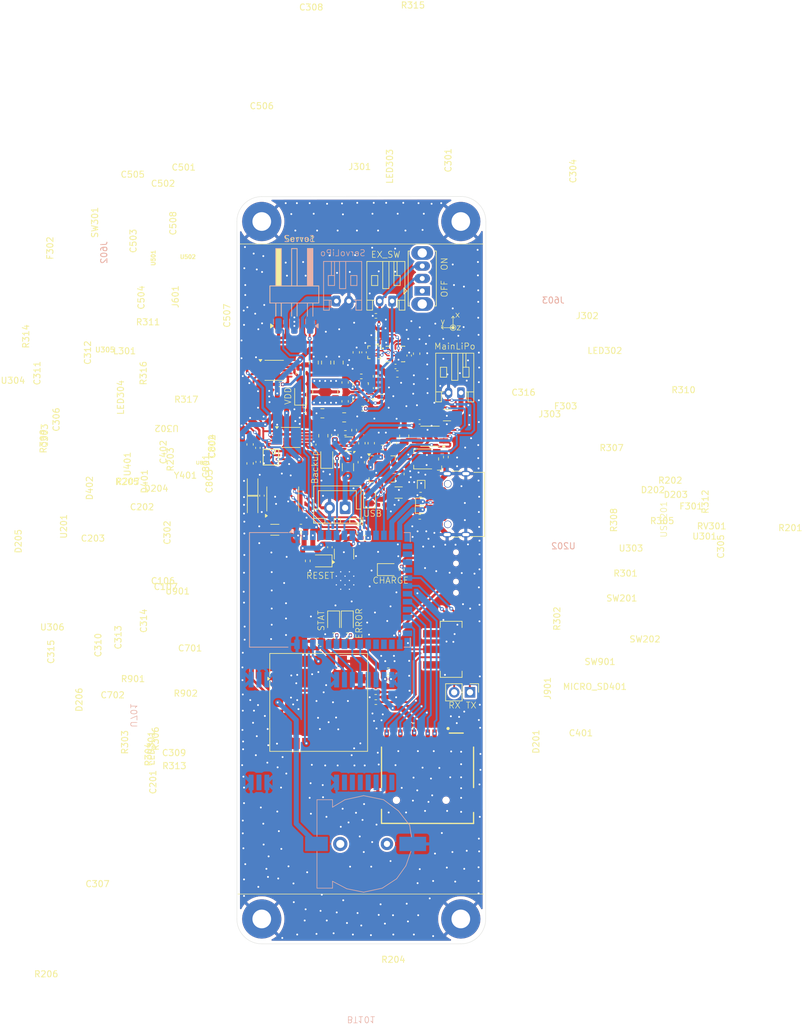
<source format=kicad_pcb>
(kicad_pcb (version 20241229) (generator "pcbnew") (generator_version "9.0")
  (layers (0 "F.Cu" signal) (2 "B.Cu" signal) (13 "F.Paste" user) (15 "B.Paste" user) (5 "F.SilkS" user "F.Silkscreen") (7 "B.SilkS" user "B.Silkscreen") (1 "F.Mask" user) (3 "B.Mask" user) (25 "Edge.Cuts" user))
  (net 0 "")
  (net 1 "GND")
  (net 2 "VDD")
  (net 3 "/ESP32S3/USB_D+")
  (net 4 "/ESP32S3/USB_D-")
  (net 5 "RESET")
  (net 6 "+BATT")
  (net 7 "Net-(LED301-A)")
  (net 8 "Net-(U302-VIN2)")
  (net 9 "Net-(U302-MODE)")
  (net 10 "VPP")
  (net 11 "Net-(U301-V_{BAT_SENSE})")
  (net 12 "Net-(U303-Vin-)")
  (net 13 "Net-(U305-VAUX)")
  (net 14 "/LiPo/VDD_BUS")
  (net 15 "Net-(D401-K)")
  (net 16 "/ESP32S3/WDI")
  (net 17 "/ESP32S3/GPIO10{slash}ADC1_CH9")
  (net 18 "/ESP32S3/GPIO9{slash}ADC1_CH8")
  (net 19 "Net-(D204-A)")
  (net 20 "/ESP32S3/GPIO3{slash}ADC1_CH2")
  (net 21 "Net-(D205-A)")
  (net 22 "Net-(D206-A)")
  (net 23 "VBUS")
  (net 24 "Net-(J301-Pin_1)")
  (net 25 "Net-(U304-Vbus)")
  (net 26 "/ESP32S3/GPIO4{slash}ADC1_CH3")
  (net 27 "Net-(J302-Pin_2)")
  (net 28 "/LiPo/TEMP")
  (net 29 "Net-(J302-Pin_1)")
  (net 30 "Net-(J303-Pin_1)")
  (net 31 "Net-(J601-Pin_2)")
  (net 32 "Net-(J901-Pin_2)")
  (net 33 "/ESP32S3/GPIO5{slash}ADC1_CH4")
  (net 34 "Net-(J901-Pin_1)")
  (net 35 "Net-(U305-L2)")
  (net 36 "Net-(U305-L1)")
  (net 37 "Net-(LED301-K)")
  (net 38 "Net-(LED302-A)")
  (net 39 "Net-(LED303-K)")
  (net 40 "Net-(LED304-K)")
  (net 41 "/SD_DET")
  (net 43 "/SD_CLK")
  (net 44 "/SD_MISO")
  (net 45 "/SD_SS")
  (net 46 "/SD_MOSI")
  (net 48 "Net-(USB201-CC1)")
  (net 49 "Net-(USB201-CC2)")
  (net 50 "Net-(U202-MTDI{slash}GPIO41{slash}CLK_OUT1)")
  (net 51 "/SCL")
  (net 52 "Net-(U202-MTMS{slash}GPIO42)")
  (net 53 "/SDA")
  (net 54 "Net-(R303-Pad1)")
  (net 55 "Net-(U301-PROG3)")
  (net 56 "Net-(U301-CE)")
  (net 57 "Net-(U302-PR1)")
  (net 58 "/ST")
  (net 59 "Net-(U305-PG)")
  (net 60 "Net-(U305-FB)")
  (net 61 "Net-(R901-Pad2)")
  (net 62 "Net-(U901-RXD)")
  (net 63 "Net-(U901-TXD)")
  (net 64 "Net-(R902-Pad2)")
  (net 66 "/LiPo/PROG")
  (net 67 "Net-(U201-MR)")
  (net 68 "Net-(U202-GPIO0{slash}BOOT)")
  (net 70 "/GPS_RX")
  (net 71 "/GPS_TX")
  (net 72 "/LoRa_TRX")
  (net 74 "/STAT1")
  (net 76 "/LoRa_RTX")
  (net 77 "/LoRa_M1")
  (net 78 "/LoRa_AUX")
  (net 80 "/STAT2")
  (net 82 "/PG")
  (net 83 "/PULSE")
  (net 84 "/RESET")
  (net 90 "Net-(U401-OSCO)")
  (net 91 "Net-(U401-OSCI)")
  (net 96 "/LoRa_M0")
  (net 106 "BMM_SDA")
  (net 107 "BMM_SCL")
  (footprint "Capacitor_SMD:C_0402_1005Metric" (layer "F.Cu") (at 155.95 80.23 90)
    (property "Reference" "C304")
    (property "Value" "100nF")
  )
  (footprint "WOBCLibrary:XDCR_BMI270" (layer "F.Cu") (at 169.0875 65.675)
    (property "Reference" "U502")
    (property "Value" "BMI270")
  )
  (footprint "Resistor_SMD:R_0402_1005Metric" (layer "F.Cu") (at 162.915 94.175)
    (property "Reference" "R205")
    (property "Value" "10k")
  )
  (footprint "WOBCLibrary:Board_1U_40x120_for_Rocket" (layer "F.Cu") (at 163.6 100.4)
    (property "Reference" "B101" (hide yes))
    (property "Value" "~" (hide yes))
    (fp_line (start -20 56) (end -20 -56) (stroke (width 0.05)) (layer "Edge.Cuts"))
    (fp_line (start -16 -60) (end 16 -60.025034) (stroke (width 0.05)) (layer "Edge.Cuts"))
    (fp_line (start 16 60) (end -16 60) (stroke (width 0.05)) (layer "Edge.Cuts"))
    (fp_line (start 20.024915 -55.969078) (end 20 56) (stroke (width 0.05)) (layer "Edge.Cuts"))
    (fp_arc (start -20 -56) (mid -18.828427 -58.828427) (end -16 -60) (stroke (width 0.05)) (layer "Edge.Cuts"))
    (fp_arc (start -16 60) (mid -18.828427 58.828427) (end -20 56) (stroke (width 0.05)) (layer "Edge.Cuts"))
    (fp_arc (start 16 -60.025034) (mid 18.85705 -58.835165) (end 20.024915 -55.96905) (stroke (width 0.05)) (layer "Edge.Cuts"))
    (fp_arc (start 20 56) (mid 18.828427 58.828427) (end 16 60) (stroke (width 0.05)) (layer "Edge.Cuts"))
  )
  (footprint "Package_SO:VSSOP-10_3x3mm_P0.5mm" (layer "F.Cu") (at 152.25 79.075)
    (property "Reference" "U303")
    (property "Value" "INA226")
  )
  (footprint "Resistor_SMD:R_0402_1005Metric" (layer "F.Cu") (at 165.94 121.575)
    (property "Reference" "R902")
    (property "Value" "470")
  )
  (footprint "Diode_SMD:D_SOD-323" (layer "F.Cu") (at 146.13 86.75 90)
    (property "Reference" "D402")
    (property "Value" "D")
  )
  (footprint "Connector_Harwin:Harwin_M20-89003xx_1x03_P2.54mm_Horizontal" (layer "F.Cu") (at 152.841 55.642 90)
    (property "Reference" "J601")
    (property "Value" "Servo1")
  )
  (footprint "Connector_JST:JST_PH_S2B-PH-K_1x02_P2.00mm_Horizontal" (layer "F.Cu") (at 179.625 71.9 180)
    (property "Reference" "J303")
    (property "Value" "LiPo")
  )
  (footprint "Package_TO_SOT_SMD:SOT-583-8" (layer "F.Cu") (at 161.61 80.15 180)
    (property "Reference" "U302")
    (property "Value" "TPS2116DRL")
  )
  (footprint "Capacitor_SMD:C_0603_1608Metric" (layer "F.Cu") (at 163.7 80 90)
    (property "Reference" "C303")
    (property "Value" "10uF")
  )
  (footprint "Capacitor_SMD:C_0805_2012Metric" (layer "F.Cu") (at 157.95 67.05 90)
    (property "Reference" "C314")
    (property "Value" "22uF")
  )
  (footprint "Capacitor_SMD:C_0603_1608Metric" (layer "F.Cu") (at 163.6 83.05 90)
    (property "Reference" "C301")
    (property "Value" "10uF")
  )
  (footprint "Resistor_SMD:R_0805_2012Metric" (layer "F.Cu") (at 157.5 78.8 90)
    (property "Reference" "R309")
    (property "Value" "50mΩ")
  )
  (footprint "Capacitor_SMD:C_0402_1005Metric" (layer "F.Cu") (at 172.025 125.3 180)
    (property "Reference" "C401")
    (property "Value" "10uF")
  )
  (footprint "Capacitor_SMD:C_0603_1608Metric" (layer "F.Cu") (at 145.725 83.25 -90)
    (property "Reference" "C801")
    (property "Value" "10μF")
  )
  (footprint "Capacitor_SMD:C_0603_1608Metric" (layer "F.Cu") (at 172.5 65.625 90)
    (property "Reference" "C507")
    (property "Value" "10uF")
  )
  (footprint "Capacitor_SMD:C_0603_1608Metric" (layer "F.Cu") (at 169.4 68.875)
    (property "Reference" "C505")
    (property "Value" "10uF")
  )
  (footprint "Resistor_SMD:R_0402_1005Metric" (layer "F.Cu") (at 165.9 69.25 90)
    (property "Reference" "R314")
    (property "Value" "15k")
  )
  (footprint "Resistor_SMD:R_0402_1005Metric" (layer "F.Cu") (at 170.1 100.29 90)
    (property "Reference" "R302")
    (property "Value" "1k")
  )
  (footprint "Capacitor_SMD:C_0603_1608Metric" (layer "F.Cu") (at 161 73.275 90)
    (property "Reference" "C310")
    (property "Value" "10uF")
  )
  (footprint "Capacitor_SMD:C_0402_1005Metric" (layer "F.Cu") (at 165.9 71.15 90)
    (property "Reference" "C311")
    (property "Value" "100nF")
  )
  (footprint "Resistor_SMD:R_0805_2012Metric" (layer "F.Cu") (at 153.85 68.75 -90)
    (property "Reference" "R316")
    (property "Value" "50mΩ")
  )
  (footprint "Diode_SMD:D_SOD-882" (layer "F.Cu") (at 173.132 89.408)
    (property "Reference" "D203")
    (property "Value" "5V")
  )
  (footprint "Resistor_SMD:R_0402_1005Metric" (layer "F.Cu") (at 170.1 84.95 -90)
    (property "Reference" "R304")
    (property "Value" "100k")
  )
  (footprint "RF_GPS:ublox_SAM-M8Q" (layer "F.Cu") (at 156.75 121.625)
    (property "Reference" "U901")
    (property "Value" "SAM-M8Q")
  )
  (footprint "Resistor_SMD:R_0402_1005Metric" (layer "F.Cu") (at 159.7 82.95 90)
    (property "Reference" "R308")
    (property "Value" "1k")
  )
  (footprint "WOBCLibrary:TF-01A" (layer "F.Cu") (at 174.25 133.8)
    (property "Reference" "MICRO_SD401")
    (property "Value" "TF-01A")
  )
  (footprint "Inductor_SMD:L_Wuerth_WE-TPC-3816" (layer "F.Cu") (at 157.8 71.75 180)
    (property "Reference" "L301")
    (property "Value" "L")
  )
  (footprint "Resistor_SMD:R_0402_1005Metric" (layer "F.Cu") (at 166.875 89.9)
    (property "Reference" "R301")
    (property "Value" "1k")
  )
  (footprint "Resistor_SMD:R_0805_2012Metric" (layer "F.Cu") (at 170.5 78.9 90)
    (property "Reference" "R312")
    (property "Value" "50mΩ")
  )
  (footprint "Connector_JST:JST_PH_S2B-PH-K_1x02_P2.00mm_Horizontal" (layer "F.Cu") (at 168.55 57.175 180)
    (property "Reference" "J302")
    (property "Value" "Ext Switch")
  )
  (footprint "Capacitor_SMD:C_0805_2012Metric" (layer "F.Cu") (at 157.35 75.2 180)
    (property "Reference" "C308")
    (property "Value" "22uF")
  )
  (footprint "Resistor_SMD:R_0402_1005Metric" (layer "F.Cu") (at 166.9625 80.675)
    (property "Reference" "R305")
    (property "Value" "100k")
  )
  (footprint "Diode_SMD:D_SOD-882" (layer "F.Cu") (at 173.225 86.775 -90)
    (property "Reference" "D201")
    (property "Value" "5V")
  )
  (footprint "Capacitor_SMD:C_0603_1608Metric" (layer "F.Cu") (at 167.925 116.6)
    (property "Reference" "C701")
    (property "Value" "10u")
  )
  (footprint "Capacitor_SMD:C_0402_1005Metric" (layer "F.Cu") (at 147.63 88.425 90)
    (property "Reference" "C402")
    (property "Value" "100nF")
  )
  (footprint "Capacitor_SMD:C_0805_2012Metric" (layer "F.Cu") (at 160.85 75.85)
    (property "Reference" "C307")
    (property "Value" "22uF")
  )
  (footprint "Capacitor_SMD:C_0805_2012Metric" (layer "F.Cu") (at 159.95 67.05 90)
    (property "Reference" "C313")
    (property "Value" "22uF")
  )
  (footprint "WOBCLibrary:USB_C_TYPEC-301S-ACP16X7" (layer "F.Cu") (at 179.61 89.78 90)
    (property "Reference" "USB201")
    (property "Value" "USB_C_Receptacle_USB2.0")
  )
  (footprint "Package_SO:VSSOP-10_3x3mm_P0.5mm" (layer "F.Cu") (at 174.65 78.875 180)
    (property "Reference" "U304")
    (property "Value" "INA226")
  )
  (footprint "WOBCLibrary:VREG_TPS63070RNMR" (layer "F.Cu") (at 163.4875 71.8 180)
    (property "Reference" "U305")
    (property "Value" "TPS63070RNMR")
  )
  (footprint "Capacitor_SMD:C_0402_1005Metric" (layer "F.Cu") (at 164.0425 65.4075 90)
    (property "Reference" "C504")
    (property "Value" "100nF")
  )
  (footprint "Package_DFN_QFN:QFN-20-1EP_4x4mm_P0.5mm_EP2.5x2.5mm" (layer "F.Cu") (at 166.9625 84.1375)
    (property "Reference" "U301")
    (property "Value" "MCP73871-1CC")
  )
  (footprint "Capacitor_SMD:C_0603_1608Metric" (layer "F.Cu") (at 156.6 111.8 180)
    (property "Reference" "C106")
    (property "Value" "10u")
  )
  (footprint "Resistor_SMD:R_0402_1005Metric" (layer "F.Cu") (at 177.2 82.225 -90)
    (property "Reference" "R303")
    (property "Value" "1k")
  )
  (footprint "Package_SO:SOIC-8_3.9x4.9mm_P1.27mm" (layer "F.Cu") (at 150.975 88.95 90)
    (property "Reference" "U401")
    (property "Value" "PCF8563T")
  )
  (footprint "Resistor_SMD:R_0402_1005Metric" (layer "F.Cu") (at 159.15 110.85 180)
    (property "Reference" "R206")
    (property "Value" "470")
  )
  (footprint "Resistor_SMD:R_0402_1005Metric" (layer "F.Cu") (at 161.04 78.35)
    (property "Reference" "R307")
    (property "Value" "100k")
  )
  (footprint "WOBCLibrary:BME280" (layer "F.Cu") (at 149.075 82.25)
    (property "Reference" "U801")
    (property "Value" "~")
  )
  (footprint "Capacitor_SMD:C_0805_2012Metric" (layer "F.Cu") (at 155.95 67.05 90)
    (property "Reference" "C315")
    (property "Value" "22uF")
  )
  (footprint "Capacitor_SMD:C_0603_1608Metric" (layer "F.Cu") (at 145.725 80.2 90)
    (property "Reference" "C804")
    (property "Value" "10μF")
  )
  (footprint "Capacitor_SMD:C_0603_1608Metric" (layer "F.Cu") (at 165.9875 62.5875 180)
    (property "Reference" "C501")
    (property "Value" "10uF")
  )
  (footprint "LED_SMD:LED_0805_2012Metric" (layer "F.Cu") (at 164.925 88.725 90)
    (property "Reference" "LED301")
    (property "Value" "USB Power")
  )
  (footprint "Resistor_SMD:R_0402_1005Metric" (layer "F.Cu") (at 162.45 77.9 -90)
    (property "Reference" "R306")
    (property "Value" "47k")
  )
  (footprint "Diode_SMD:D_SOD-323" (layer "F.Cu") (at 146.13 90.125 -90)
    (property "Reference" "D401")
    (property "Value" "D")
  )
  (footprint "Capacitor_SMD:C_0603_1608Metric" (layer "F.Cu") (at 153.9 93.525)
    (property "Reference" "C202")
    (property "Value" "10uF")
  )
  (footprint "Potentiometer_SMD:Potentiometer_Bourns_TC33X_Vertical" (layer "F.Cu") (at 173.925 82.525 180)
    (property "Reference" "RV301")
    (property "Value" "10k")
  )
  (footprint "Capacitor_SMD:C_0603_1608Metric" (layer "F.Cu") (at 168.775 80 90)
    (property "Reference" "C306")
    (property "Value" "10uF")
  )
  (footprint "Capacitor_SMD:C_0402_1005Metric" (layer "F.Cu") (at 146.975 80.75 90)
    (property "Reference" "C802")
    (property "Value" "100nF")
  )
  (footprint "LED_SMD:LED_0805_2012Metric" (layer "F.Cu") (at 158.05 82.35 90)
    (property "Reference" "LED303")
    (property "Value" "Backup")
  )
  (footprint "Package_SO:VSSOP-10_3x3mm_P0.5mm" (layer "F.Cu") (at 149.6 68.3)
    (property "Reference" "U306")
    (property "Value" "INA226")
  )
  (footprint "Resistor_SMD:R_0402_1005Metric" (layer "F.Cu") (at 163.8 74.45 180)
    (property "Reference" "R310")
    (property "Value" "10k")
  )
  (footprint "Fuse:Fuse_1206_3216Metric" (layer "F.Cu") (at 177.375 75.5)
    (property "Reference" "F303")
    (property "Value" "Polyfuse")
  )
  (footprint "Capacitor_SMD:C_0402_1005Metric" (layer "F.Cu") (at 150.48 70.55 180)
    (property "Reference" "C316")
    (property "Value" "100nF")
  )
  (footprint "Capacitor_SMD:C_0603_1608Metric" (layer "F.Cu") (at 162.7925 65.4125 90)
    (property "Reference" "C503")
    (property "Value" "10uF")
  )
  (footprint "Connector_JST:JST_XH_B2B-XH-A_1x02_P2.50mm_Vertical" (layer "F.Cu") (at 161 90.375 180)
    (property "Reference" "J301")
    (property "Value" "Battery")
  )
  (footprint "Resistor_SMD:R_0402_1005Metric" (layer "F.Cu") (at 165.925 119.975)
    (property "Reference" "R901")
    (property "Value" "470")
  )
  (footprint "WOBCLibrary:XDCR_BMM150" (layer "F.Cu") (at 165.6615 65.4065 -90)
    (property "Reference" "U501")
    (property "Value" "BMM150")
  )
  (footprint "Resistor_SMD:R_0402_1005Metric" (layer "F.Cu") (at 154.55 74.7)
    (property "Reference" "R317")
    (property "Value" "1k")
  )
  (footprint "Resistor_SMD:R_0402_1005Metric" (layer "F.Cu") (at 173.132 88.265 180)
    (property "Reference" "R202")
    (property "Value" "5.1k")
  )
  (footprint "Capacitor_SMD:C_0402_1005Metric" (layer "F.Cu") (at 147.025 83 -90)
    (property "Reference" "C803")
    (property "Value" "100nF")
  )
  (footprint "Capacitor_SMD:C_0603_1608Metric" (layer "F.Cu") (at 159.35 78.7 90)
    (property "Reference" "C302")
    (property "Value" "10uF")
  )
  (footprint "LED_SMD:LED_0805_2012Metric" (layer "F.Cu") (at 159.15 108.625 -90)
    (property "Reference" "D206")
    (property "Value" "STAT")
  )
  (footprint "Package_TO_SOT_SMD:SOT-23-5" (layer "F.Cu") (at 160.825 97.8 90)
    (property "Reference" "U201")
    (property "Value" "TPS3820")
  )
  (footprint "LED_SMD:LED_0805_2012Metric" (layer "F.Cu") (at 157.2125 98.9 180)
    (property "Reference" "D204")
    (property "Value" "RESET")
  )
  (footprint "Crystal:Crystal_SMD_3215-2Pin_3.2x1.5mm" (layer "F.Cu") (at 149.705 93.9 180)
    (property "Reference" "Y401")
    (property "Value" "Crystal")
  )
  (footprint "Capacitor_SMD:C_0603_1608Metric" (layer "F.Cu") (at 165.2 80 90)
    (property "Reference" "C305")
    (property "Value" "10uF")
  )
  (footprint "Capacitor_SMD:C_0402_1005Metric" (layer "F.Cu") (at 172.975 76.575)
    (property "Reference" "C309")
    (property "Value" "100nF")
  )
  (footprint "Capacitor_SMD:C_0402_1005Metric" (layer "F.Cu") (at 167.9 117.875)
    (property "Reference" "C702")
    (property "Value" "100n")
  )
  (footprint "Capacitor_SMD:C_0402_1005Metric" (layer "F.Cu") (at 158.55 96.7 90)
    (property "Reference" "C201")
    (property "Value" "100nF")
  )
  (footprint "LED_SMD:LED_0805_2012Metric" (layer "F.Cu") (at 153.85 72.2 90)
    (property "Reference" "LED304")
    (property "Value" "VDD")
  )
  (footprint "Resistor_SMD:R_0402_1005Metric" (layer "F.Cu") (at 155 98.9 -90)
    (property "Reference" "R203")
    (property "Value" "470")
  )
  (footprint "LED_SMD:LED_0805_2012Metric" (layer "F.Cu") (at 161.35 108.625 -90)
    (property "Reference" "D205")
    (property "Value" "ERROR")
  )
  (footprint "Capacitor_SMD:C_0402_1005Metric" (layer "F.Cu") (at 157.05 113 180)
    (property "Reference" "C107")
    (property "Value" "100n")
  )
  (footprint "Fuse:Fuse_1206_3216Metric" (layer "F.Cu") (at 161.45 83.85 90)
    (property "Reference" "F302")
    (property "Value" "Polyfuse")
  )
  (footprint "WOBCLibrary:TVAF06-A020B-R" (layer "F.Cu") (at 178.816 98.414 -90)
    (property "Reference" "SW201")
    (property "Value" "RESET_sw")
  )
  (footprint "Capacitor_SMD:C_0402_1005Metric" (layer "F.Cu") (at 153.925 94.825 180)
    (property "Reference" "C203")
    (property "Value" "100nF")
  )
  (footprint "Diode_SMD:D_SOD-882" (layer "F.Cu") (at 173.101 90.678)
    (property "Reference" "D202")
    (property "Value" "5V")
  )
  (footprint "Resistor_SMD:R_0402_1005Metric" (layer "F.Cu") (at 161.35 110.85 180)
    (property "Reference" "R204")
    (property "Value" "470")
  )
  (footprint "WOBCLibrary:IS-2245S-G" (layer "F.Cu") (at 178.05 113.1 180)
    (property "Reference" "SW901")
    (property "Value" "SW_Push_DPDT")
  )
  (footprint "Resistor_SMD:R_0402_1005Metric" (layer "F.Cu") (at 165.95 59.55 180)
    (property "Reference" "R311")
    (property "Value" "330k")
  )
  (footprint "Capacitor_SMD:C_0402_1005Metric" (layer "F.Cu") (at 169.1 67.675)
    (property "Reference" "C506")
    (property "Value" "100nF")
  )
  (footprint "WOBCLibrary:TVAF06-A020B-R" (layer "F.Cu") (at 178.816 103.124 -90)
    (property "Reference" "SW202")
    (property "Value" "Boot_sw")
  )
  (footprint "Resistor_SMD:R_0402_1005Metric" (layer "F.Cu") (at 163.6 69.275 180)
    (property "Reference" "R315")
    (property "Value" "47k")
  )
  (footprint "Fuse:Fuse_1206_3216Metric" (layer "F.Cu") (at 169.6 87.925 180)
    (property "Reference" "F301")
    (property "Value" "Polyfuse")
  )
  (footprint "Capacitor_SMD:C_0603_1608Metric" (layer "F.Cu") (at 161 70.25 -90)
    (property "Reference" "C312")
    (property "Value" "10uF")
  )
  (footprint "Capacitor_SMD:C_0402_1005Metric" (layer "F.Cu") (at 165.9875 63.8625 180)
    (property "Reference" "C502")
    (property "Value" "100nF")
  )
  (footprint "Button_Switch_THT:SW_Slide_SPDT_Straight_CK_OS102011MS2Q" (layer "F.Cu") (at 173.3975 55.55 90)
    (property "Reference" "SW301")
    (property "Value" "Power Switch")
  )
  (footprint "Capacitor_SMD:C_0402_1005Metric" (layer "F.Cu") (at 171.3 65.925 90)
    (property "Reference" "C508")
    (property "Value" "100nF")
  )
  (footprint "Connector_PinHeader_2.54mm:PinHeader_1x02_P2.54mm_Vertical" (layer "F.Cu") (at 181.075 120 -90)
    (property "Reference" "J901")
    (property "Value" "Conn_01x02")
  )
  (footprint "Resistor_SMD:R_0402_1005Metric" (layer "F.Cu") (at 164.2 95.2)
    (property "Reference" "R207")
    (property "Value" "10k")
  )
  (footprint "Resistor_SMD:R_0402_1005Metric" (layer "F.Cu") (at 173.005 91.821 180)
    (property "Reference" "R201")
    (property "Value" "5.1k")
  )
  (footprint "Resistor_SMD:R_0402_1005Metric" (layer "F.Cu") (at 166.95 72.55 180)
    (property "Reference" "R313")
    (property "Value" "100k")
  )
  (footprint "LED_SMD:LED_0805_2012Metric" (layer "F.Cu") (at 167.875 100.3)
    (property "Reference" "LED302")
    (property "Value" "CHARGE")
  )
  (footprint "Connector_JST:JST_PH_S2B-PH-K_1x02_P2.00mm_Horizontal" (layer "B.Cu") (at 159.6 57.175)
    (property "Reference" "J603")
    (property "Value" "LiPo")
  )
  (footprint "RF_Module:ESP32-S3-WROOM-1" (layer "B.Cu") (at 158.53 103.55 -90)
    (property "Reference" "U202")
    (property "Value" "ESP32-S3-WROOM-1")
  )
  (footprint "WOBCLibrary:E220-900T22S(JP)" (layer "B.Cu") (at 145.885 126.225 90)
    (property "Reference" "U701")
    (property "Value" "E220-900T22S(JP)")
  )
  (footprint "WOBCLibrary:cr1220" (layer "B.Cu") (at 163.975 144.35)
    (property "Reference" "BT101")
    (property "Value" "Battery_Cell")
  )
  (footprint "Connector_Harwin:Harwin_M20-89003xx_1x03_P2.54mm_Horizontal" (layer "B.Cu") (at 152.841 55.642 90)
    (property "Reference" "J602")
    (property "Value" "Servo2")
  )
  (gr_circle (center 178.35 61.45) (end 178.420711 61.55) (stroke (width 0.1)) (fill no) (layer "F.SilkS"))
  (gr_circle (center 178.35 61.45) (end 178.4 61.5) (stroke (width 0.1)) (fill no) (layer "F.SilkS"))
  (gr_line (start 144.1 48.006) (end 183.2 48.006) (stroke (width 0.1)) (layer "F.SilkS"))
  (gr_circle (center 178.35 61.45) (end 178.55 61.55) (stroke (width 0.1)) (fill no) (layer "F.SilkS"))
  (gr_line (start 178.325 61.45) (end 176.475 61.45) (stroke (width 0.1)) (layer "F.SilkS"))
  (gr_line (start 176.475 61.45) (end 176.775 61.2) (stroke (width 0.1)) (layer "F.SilkS"))
  (gr_line (start 176.475 61.45) (end 176.775 61.7) (stroke (width 0.1)) (layer "F.SilkS"))
  (gr_line (start 178.35 59.6) (end 178.1 59.9) (stroke (width 0.1)) (layer "F.SilkS"))
  (gr_line (start 143.764 152.4) (end 183.25 152.4) (stroke (width 0.1)) (layer "F.SilkS"))
  (gr_line (start 178.35 61.45) (end 178.35 59.6) (stroke (width 0.1)) (layer "F.SilkS"))
  (gr_circle (center 178.35 61.45) (end 178.8 61.45) (stroke (width 0.1)) (fill no) (layer "F.SilkS"))
  (gr_line (start 178.35 59.6) (end 178.6 59.9) (stroke (width 0.1)) (layer "F.SilkS"))
  (gr_text "RESET" (at 154.686 101.854 0) (layer "F.SilkS") (effects (font (size 1 1) (thickness 0.1)) (justify left bottom)))
  (gr_text "ON" (at 177.546 52.324 90) (layer "F.SilkS") (effects (font (size 1 1) (thickness 0.1)) (justify left bottom)))
  (gr_text "z" (at 178.8 61.95 0) (layer "F.SilkS") (effects (font (size 1 1) (thickness 0.1)) (justify left bottom)))
  (gr_text "MainLiPo" (at 175.26 65.024 0) (layer "F.SilkS") (effects (font (size 1 1) (thickness 0.1)) (justify left bottom)))
  (gr_text "ERROR" (at 163.83 111.506 90) (layer "F.SilkS") (effects (font (size 1 1) (thickness 0.1)) (justify left bottom)))
  (gr_text "RX" (at 177.546 122.682 0) (layer "F.SilkS") (effects (font (size 1 1) (thickness 0.1)) (justify left bottom)))
  (gr_text "EX_SW" (at 165.1 50.292 0) (layer "F.SilkS") (effects (font (size 1 1) (thickness 0.1)) (justify left bottom)))
  (gr_text "VDD" (at 152.4 73.885 90) (layer "F.SilkS") (effects (font (size 1 1) (thickness 0.1)) (justify left bottom)))
  (gr_text "Servo1" (at 151.13 47.752 0) (layer "F.SilkS") (effects (font (size 1 1) (thickness 0.1)) (justify left bottom)))
  (gr_text "x" (at 178.6 59.9 0) (layer "F.SilkS") (effects (font (size 1 1) (thickness 0.1)) (justify left bottom)))
  (gr_text "TX" (at 180.34 122.682 0) (layer "F.SilkS") (effects (font (size 1 1) (thickness 0.1)) (justify left bottom)))
  (gr_text "USB" (at 163.85 91.875 0) (layer "F.SilkS") (effects (font (size 1 1) (thickness 0.1)) (justify left bottom)))
  (gr_text "STAT" (at 157.734 110.236 90) (layer "F.SilkS") (effects (font (size 1 1) (thickness 0.1)) (justify left bottom)))
  (gr_text "CHARGE" (at 165.354 102.616 0) (layer "F.SilkS") (effects (font (size 1 1) (thickness 0.1)) (justify left bottom)))
  (gr_text "Backup\n" (at 156.718 86.614 90) (layer "F.SilkS") (effects (font (size 1 1) (thickness 0.1)) (justify left bottom)))
  (gr_text "OFF" (at 177.546 56.642 90) (layer "F.SilkS") (effects (font (size 1 1) (thickness 0.1)) (justify left bottom)))
  (gr_text "y" (at 176.25 61 0) (layer "F.SilkS") (effects (font (size 1 1) (thickness 0.1)) (justify left bottom)))
  (gr_text "ServoLiPo" (at 164.338 50.038 0) (layer "B.SilkS") (effects (font (size 1 1) (thickness 0.1)) (justify left bottom mirror)))
  (gr_text "Servo2" (at 156.21 47.752 0) (layer "B.SilkS") (effects (font (size 1 1) (thickness 0.1)) (justify left bottom mirror)))
  (segment (start 168.7 116.6) (end 168.7 117.555) (width 0.8) (layer "F.Cu") (net 1))
  (segment (start 162.598 117.825) (end 160.25 120.173) (width 0.8) (layer "F.Cu") (net 1))
  (segment (start 146.27 83.48) (end 145.725 84.025) (width 0.3) (layer "F.Cu") (net 1))
  (segment (start 162.7925 64.6375) (end 162.85 64.6375) (width 0.2) (layer "F.Cu") (net 1))
  (segment (start 145.725 79.425) (end 146.13 79.425) (width 0.3) (layer "F.Cu") (net 1))
  (segment (start 177.2 82.735) (end 177.2 84.685) (width 0.8) (layer "F.Cu") (net 1))
  (segment (start 160.05 97.8) (end 160.825 98.575) (width 0.3) (layer "F.Cu") (net 1))
  (segment (start 165.6965 64.8055) (end 165.6785 64.8235) (width 0.2) (layer "F.Cu") (net 1))
  (segment (start 165.1305 65.3715) (end 165.6785 65.3715) (width 0.2) (layer "F.Cu") (net 1))
  (segment (start 172.353 91.025) (end 172.495 90.883) (width 0.8) (layer "F.Cu") (net 1))
  (segment (start 160.55 128.225) (end 163.35 125.425) (width 0.8) (layer "F.Cu") (net 1))
  (segment (start 151.8 68.8) (end 151.025 68.8) (width 0.4) (layer "F.Cu") (net 1))
  (segment (start 165.1305 64.8055) (end 164.95 64.986) (width 0.2) (layer "F.Cu") (net 1))
  (segment (start 164.288218 71.05) (end 164.6375 71.05) (width 0.4) (layer "F.Cu") (net 1))
  (segment (start 150.2 81.275) (end 153.245653 81.275) (width 0.3) (layer "F.Cu") (net 1))
  (segment (start 164.9 64.8055) (end 164.961 64.8055) (width 0.2) (layer "F.Cu") (net 1))
  (segment (start 173.225 86.425) (end 175.935 86.425) (width 0.8) (layer "F.Cu") (net 1))
  (segment (start 165.6785 65.3715) (end 165.6785 65.9195) (width 0.2) (layer "F.Cu") (net 1))
  (segment (start 163.7 79.225) (end 165.2 79.225) (width 0.8) (layer "F.Cu") (net 1))
  (segment (start 150 69.825) (end 150 70.55) (width 0.4) (layer "F.Cu") (net 1))
  (segment (start 160.55 115.025) (end 163.35 117.825) (width 0.8) (layer "F.Cu") (net 1))
  (segment (start 146.13 79.425) (end 146.975 80.27) (width 0.3) (layer "F.Cu") (net 1))
  (segment (start 158.5 86.529347) (end 158.5 90.375) (width 0.3) (layer "F.Cu") (net 1))
  (segment (start 163.7525 64.6375) (end 164.0425 64.9275) (width 0.2) (layer "F.Cu") (net 1))
  (segment (start 160.05 66.1) (end 159.95 66.1) (width 0.8) (layer "F.Cu") (net 1))
  (segment (start 172.495 90.883) (end 172.7 90.678) (width 0.8) (layer "F.Cu") (net 1))
  (segment (start 152.88 93.28) (end 153.125 93.525) (width 0.8) (layer "F.Cu") (net 1))
  (segment (start 171.905 65.445) (end 172.5 64.85) (width 0.2) (layer "F.Cu") (net 1))
  (segment (start 165.5075 63.8625) (end 165.5075 64.4285) (width 0.2) (layer "F.Cu") (net 1))
  (segment (start 170.1 85.46) (end 169.0965 85.46) (width 0.8) (layer "F.Cu") (net 1))
  (segment (start 157.6 59.45) (end 159.863976 59.45) (width 1.5) (layer "F.Cu") (net 1))
  (segment (start 160.25 120.173) (end 160.25 122.875) (width 0.8) (layer "F.Cu") (net 1))
  (segment (start 150.301 59.899) (end 151.75 58.45) (width 1.5) (layer "F.Cu") (net 1))
  (segment (start 169.0875 66.5875) (end 169.0875 67.1825) (width 0.2) (layer "F.Cu") (net 1))
  (segment (start 147.95 83.225) (end 147.28 83.225) (width 0.3) (layer "F.Cu") (net 1))
  (segment (start 166 84.751) (end 167.576 84.751) (width 0.8) (layer "F.Cu") (net 1))
  (segment (start 163.6 82.275) (end 162.475 81.15) (width 0.8) (layer "F.Cu") (net 1))
  (segment (start 155.801 79.601) (end 155.95 79.75) (width 0.4) (layer "F.Cu") (net 1))
  (segment (start 169.58 66.595) (end 169.5875 66.5875) (width 0.2) (layer "F.Cu") (net 1))
  (segment (start 152.88 91.425) (end 152.88 93.28) (width 0.8) (layer "F.Cu") (net 1))
  (segment (start 155.525 122.875) (end 160.25 122.875) (width 0.8) (layer "F.Cu") (net 1))
  (segment (start 165.2125 62.65) (end 165.2125 62.5875) (width 0.2) (layer "F.Cu") (net 1))
  (segment (start 154.45 79.575) (end 154.476 79.601) (width 0.4) (layer "F.Cu") (net 1))
  (segment (start 171.55 85.46) (end 172.26 85.46) (width 0.8) (layer "F.Cu") (net 1))
  (segment (start 173.975 76.575) (end 173.455 76.575) (width 0.4) (layer "F.Cu") (net 1))
  (segment (start 170.1 85.46) (end 171.55 85.46) (width 0.8) (layer "F.Cu") (net 1))
  (segment (start 154.476 79.601) (end 155.801 79.601) (width 0.4) (layer "F.Cu") (net 1))
  (segment (start 168.95 89.9) (end 171.228 89.9) (width 0.8) (layer "F.Cu") (net 1))
  (segment (start 165.6965 65.9375) (end 165.7325 65.9735) (width 0.2) (layer "F.Cu") (net 1))
  (segment (start 169.15 86.075) (end 169.485 86.075) (width 0.8) (layer "F.Cu") (net 1))
  (segment (start 161.075 72.5) (end 161.775 71.8) (width 0.4) (layer "F.Cu") (net 1))
  (segment (start 160.25 122.875) (end 162.8 125.425) (width 0.8) (layer "F.Cu") (net 1))
  (segment (start 161.775 71.8) (end 161.75 71.775) (width 0.4) (layer "F.Cu") (net 1))
  (segment (start 173.9 78.375) (end 174.25 78.025) (width 0.4) (layer "F.Cu") (net 1))
  (segment (start 165.0085 64.9275) (end 165.1305 64.8055) (width 0.2) (layer "F.Cu") (net 1))
  (segment (start 165.5075 63.8625) (end 165.5075 63.6575) (width 0.2) (layer "F.Cu") (net 1))
  (segment (start 150.15 125.425) (end 151.5625 126.8375) (width 0.8) (layer "F.Cu") (net 1))
  (segment (start 165.5075 64.4285) (end 165.1305 64.8055) (width 0.2) (layer "F.Cu") (net 1))
  (segment (start 161.6 57.713976) (end 161.6 57.175) (width 1.5) (layer "F.Cu") (net 1))
  (segment (start 171.3 65.445) (end 171.905 65.445) (width 0.2) (layer "F.Cu") (net 1))
  (segment (start 156.6 58.45) (end 157.6 59.45) (width 1.5) (layer "F.Cu") (net 1))
  (segment (start 168.9 65.4) (end 168.975 65.475) (width 0.2) (layer "F.Cu") (net 1))
  (segment (start 151.025 68.8) (end 150 69.825) (width 0.4) (layer "F.Cu") (net 1))
  (segment (start 153.245653 81.275) (end 158.5 86.529347) (width 0.3) (layer "F.Cu") (net 1))
  (segment (start 155.825 111.8) (end 155.825 112.255) (width 0.3) (layer "F.Cu") (net 1))
  (segment (start 161 72.5) (end 161.075 72.5) (width 0.4) (layer "F.Cu") (net 1))
  (segment (start 169.58 67.675) (end 169.58 68.28) (width 0.2) (layer "F.Cu") (net 1))
  (segment (start 163.365 77.39) (end 165.2 79.225) (width 0.8) (layer "F.Cu") (net 1))
  (segment (start 165.2 79.225) (end 168.775 79.225) (width 0.8) (layer "F.Cu") (net 1))
  (segment (start 167.576 84.751) (end 168.285 85.46) (width 0.8) (layer "F.Cu") (net 1))
  (segment (start 164.9 64.8055) (end 164.1645 64.8055) (width 0.2) (layer "F.Cu") (net 1))
  (segment (start 165.1305 64.8055) (end 164.9 64.8055) (width 0.2) (layer "F.Cu") (net 1))
  (segment (start 175.94 93.215) (end 177.4 94.675) (width 0.8) (layer "F.Cu") (net 1))
  (segment (start 153.125 94.505) (end 153.445 94.825) (width 0.8) (layer "F.Cu") (net 1))
  (segment (start 177.2 84.685) (end 177.4 84.885) (width 0.8) (layer "F.Cu") (net 1))
  (segment (start 167.625 86.075) (end 169.15 86.075) (width 0.8) (layer "F.Cu") (net 1))
  (segment (start 159.35 77.925) (end 159.885 77.39) (width 0.8) (layer "F.Cu") (net 1))
  (segment (start 168.55 65.4) (end 168.9 65.4) (width 0.2) (layer "F.Cu") (net 1))
  (segment (start 165.5075 63.8625) (end 165.5075 64.6165) (width 0.2) (layer "F.Cu") (net 1))
  (segment (start 155.95 66.1) (end 158 66.1) (width 0.8) (layer "F.Cu") (net 1))
  (segment (start 165.2125 63.3625) (end 165.2125 62.65) (width 0.2) (layer "F.Cu") (net 1))
  (segment (start 174.25 76.85) (end 173.975 76.575) (width 0.4) (layer "F.Cu") (net 1))
  (segment (start 164.0425 64.9275) (end 165.0085 64.9275) (width 0.2) (layer "F.Cu") (net 1))
  (segment (start 172.495 92.140999) (end 173.484001 93.13) (width 0.8) (layer "F.Cu") (net 1))
  (segment (start 150.15 123.525) (end 150.15 125.425) (width 0.8) (layer "F.Cu") (net 1))
  (segment (start 172.495 89.644) (end 172.731 89.408) (width 0.8) (layer "F.Cu") (net 1))
  (segment (start 165.0175 70.67) (end 164.6375 71.05) (width 0.3) (layer "F.Cu") (net 1))
  (segment (start 175.94 93.13) (end 175.94 93.215) (width 0.8) (layer "F.Cu") (net 1))
  (segment (start 165.081 74.902182) (end 165.081 73.9185) (width 0.8) (layer "F.Cu") (net 1))
  (segment (start 165.5075 63.6575) (end 165.2125 63.3625) (width 0.2) (layer "F.Cu") (net 1))
  (segment (start 161 71.775) (end 161 72.5) (width 0.8) (layer "F.Cu") (net 1))
  (segment (start 161 71.025) (end 161 71.775) (width 0.8) (layer "F.Cu") (net 1))
  (segment (start 162.45 76.5) (end 163.483182 76.5) (width 0.8) (layer "F.Cu") (net 1))
  (segment (start 158.55 97.18) (end 159.17 97.8) (width 0.3) (layer "F.Cu") (net 1))
  (segment (start 165.6785 65.9195) (end 165.6965 65.9375) (width 0.2) (layer "F.Cu") (net 1))
  (segment (start 172.495 91.821) (end 172.495 92.140999) (width 0.8) (layer "F.Cu") (net 1))
  (segment (start 165.9 70.67) (end 165.0175 70.67) (width 0.3) (layer "F.Cu") (net 1))
  (segment (start 172.622 89.517) (end 172.622 88.345) (width 0.8) (layer "F.Cu") (net 1))
  (segment (start 172.495 91.821) (end 172.495 90.883) (width 0.8) (layer "F.Cu") (net 1))
  (segment (start 162.8 125.425) (end 163.35 125.425) (width 0.8) (layer "F.Cu") (net 1))
  (segment (start 169.58 68.28) (end 170.175 68.875) (width 0.2) (layer "F.Cu") (net 1))
  (segment (start 162.45 77.39) (end 163.365 77.39) (width 0.8) (layer "F.Cu") (net 1))
  (segment (start 164.1645 64.8055) (end 164.0425 64.9275) (width 0.2) (layer "F.Cu") (net 1))
  (segment (start 172.495 89.644) (end 172.622 89.517) (width 0.8) (layer "F.Cu") (net 1))
  (segment (start 159.863976 59.45) (end 161.6 57.713976) (width 1.5) (layer "F.Cu") (net 1))
  (segment (start 147.28 83.225) (end 147.025 83.48) (width 0.3) (layer "F.Cu") (net 1))
  (segment (start 169.0965 85.46) (end 168.91825 85.28175) (width 0.8) (layer "F.Cu") (net 1))
  (segment (start 169.58 67.675) (end 169.58 66.595) (width 0.2) (layer "F.Cu") (net 1))
  (segment (start 165.5075 64.6165) (end 165.6965 64.8055) (width 0.2) (layer "F.Cu") (net 1))
  (segment (start 162.8875 71.8) (end 161.775 71.8) (width 0.4) (layer "F.Cu") (net 1))
  (segment (start 153.125 93.525) (end 153.125 94.505) (width 0.8) (layer "F.Cu") (net 1))
  (segment (start 147.435 80.73) (end 146.975 80.27) (width 0.3) (layer "F.Cu") (net 1))
  (segment (start 156.4 75.2) (end 155.56 75.2) (width 0.8) (layer "F.Cu") (net 1))
  (segment (start 171.228 89.9) (end 172.353 91.025) (width 0.8) (layer "F.Cu") (net 1))
  (segment (start 168.7 117.555) (end 168.38 117.875) (width 0.8) (layer "F.Cu") (net 1))
  (segment (start 158 66.1) (end 159.95 66.1) (width 0.8) (layer "F.Cu") (net 1))
  (segment (start 165.7325 65.9735) (end 166.2625 65.9735) (width 0.2) (layer "F.Cu") (net 1))
  (segment (start 174.25 77.85) (end 174.25 76.85) (width 0.4) (layer "F.Cu") (net 1))
  (segment (start 151.75 58.45) (end 156.6 58.45) (width 1.5) (layer "F.Cu") (net 1))
  (segment (start 164.95 64.986) (end 164.95 65.191) (width 0.2) (layer "F.Cu") (net 1))
  (segment (start 161.8 75.85) (end 162.45 76.5) (width 0.8) (layer "F.Cu") (net 1))
  (segment (start 150.301 61.167) (end 150.301 59.899) (width 1.5) (layer "F.Cu") (net 1))
  (segment (start 173.484001 93.13) (end 175.94 93.13) (width 0.8) (layer "F.Cu") (net 1))
  (segment (start 172.26 85.46) (end 173.225 86.425) (width 0.8) (layer "F.Cu") (net 1))
  (segment (start 161.1 66.1) (end 160.05 66.1) (width 0.8) (layer "F.Cu") (net 1))
  (segment (start 155.56 75.2) (end 155.06 74.7) (width 0.8) (layer "F.Cu") (net 1))
  (segment (start 151.5625 126.8375) (end 155.525 122.875) (width 0.8) (layer "F.Cu") (net 1))
  (segment (start 168.285 85.46) (end 169.0965 85.46) (width 0.8) (layer "F.Cu") (net 1))
  (segment (start 147.025 83.48) (end 146.27 83.48) (width 0.3) (layer "F.Cu") (net 1))
  (segment (start 162.45 76.5) (end 162.45 77.39) (width 0.8) (layer "F.Cu") (net 1))
  (segment (start 151.5625 126.8375) (end 152.95 128.225) (width 0.8) (layer "F.Cu") (net 1))
  (segment (start 167.385 89.9) (end 168.95 89.9) (width 0.8) (layer "F.Cu") (net 1))
  (segment (start 167.925 64.925) (end 168.075 64.925) (width 0.2) (layer "F.Cu") (net 1))
  (segment (start 155.825 112.255) (end 156.57 113) (width 0.3) (layer "F.Cu") (net 1))
  (segment (start 162.85 64.6375) (end 163.7525 64.6375) (width 0.2) (layer "F.Cu") (net 1))
  (segment (start 162.475 81.15) (end 162.475 81.125) (width 0.8) (layer "F.Cu") (net 1))
  (segment (start 161.75 71.775) (end 161 71.775) (width 0.4) (layer "F.Cu") (net 1))
  (segment (start 169.485 86.075) (end 170.1 85.46) (width 0.8) (layer "F.Cu") (net 1))
  (segment (start 168.91825 85.28175) (end 168.9 85.2635) (width 0.8) (layer "F.Cu") (net 1))
  (segment (start 164.95 65.191) (end 165.1305 65.3715) (width 0.2) (layer "F.Cu") (net 1))
  (segment (start 175.94 86.43) (end 175.94 86.345) (width 0.8) (layer "F.Cu") (net 1))
  (segment (start 147.848081 80.73) (end 147.435 80.73) (width 0.3) (layer "F.Cu") (net 1))
  (segment (start 170.9798 126.6262) (end 170.9798 125.8652) (width 0.8) (layer "F.Cu") (net 1))
  (segment (start 161.775 71.8) (end 161 71.025) (width 0.4) (layer "F.Cu") (net 1))
  (segment (start 163.483182 76.5) (end 165.081 74.902182) (width 0.8) (layer "F.Cu") (net 1))
  (segment (start 163.538218 71.8) (end 164.288218 71.05) (width 0.4) (layer "F.Cu") (net 1))
  (segment (start 165.9 69.76) (end 165.9 70.67) (width 0.3) (layer "F.Cu") (net 1))
  (segment (start 159.17 97.8) (end 160.05 97.8) (width 0.3) (layer "F.Cu") (net 1))
  (segment (start 172.495 90.883) (end 172.495 89.644) (width 0.8) (layer "F.Cu") (net 1))
  (segment (start 164.95 65.191) (end 164.95 65.1555) (width 0.2) (layer "F.Cu") (net 1))
  (segment (start 150.15 117.825) (end 152.95 115.025) (width 0.8) (layer "F.Cu") (net 1))
  (segment (start 175.935 86.425) (end 175.94 86.43) (width 0.8) (layer "F.Cu") (net 1))
  (segment (start 172.45 78.375) (end 173.9 78.375) (width 0.4) (layer "F.Cu") (net 1))
  (segment (start 162.8875 71.8) (end 163.538218 71.8) (width 0.4) (layer "F.Cu") (net 1))
  (segment (start 165.081 73.9185) (end 164.3635 73.201) (width 0.8) (layer "F.Cu") (net 1))
  (segment (start 161.65 66.65) (end 161.1 66.1) (width 0.8) (layer "F.Cu") (net 1))
  (segment (start 160.825 98.575) (end 160.825 98.9375) (width 0.3) (layer "F.Cu") (net 1))
  (segment (start 168.075 64.925) (end 168.55 65.4) (width 0.2) (layer "F.Cu") (net 1))
  (segment (start 168.975 65.475) (end 169.1 65.475) (width 0.2) (layer "F.Cu") (net 1))
  (segment (start 169.0875 67.1825) (end 169.58 67.675) (width 0.2) (layer "F.Cu") (net 1))
  (segment (start 175.94 86.345) (end 177.4 84.885) (width 0.8) (layer "F.Cu") (net 1))
  (segment (start 170.9798 125.8652) (end 171.545 125.3) (width 0.8) (layer "F.Cu") (net 1))
  (segment (start 163.35 117.825) (end 162.598 117.825) (width 0.8) (layer "F.Cu") (net 1))
  (segment (start 159.885 77.39) (end 162.45 77.39) (width 0.8) (layer "F.Cu") (net 1))
  (segment (start 174.25 78.025) (end 174.25 77.85) (width 0.4) (layer "F.Cu") (net 1))
  (via (at 167.6 41.4) (size 0.5) (drill 0.3) (layers "F.Cu" "B.Cu") (net 1))
  (via (at 154.65 53.1) (size 0.5) (drill 0.3) (layers "F.Cu" "B.Cu") (net 1))
  (via (at 179.2 62.75) (size 0.5) (drill 0.3) (layers "F.Cu" "B.Cu") (net 1))
  (via (at 150.9 159.45) (size 0.5) (drill 0.3) (layers "F.Cu" "B.Cu") (net 1))
  (via (at 172 133.7) (size 0.5) (drill 0.3) (layers "F.Cu" "B.Cu") (net 1))
  (via (at 148.8 71.6) (size 0.5) (drill 0.3) (layers "F.Cu" "B.Cu") (net 1))
  (via (at 178 123.85) (size 0.5) (drill 0.3) (layers "F.Cu" "B.Cu") (net 1))
  (via (at 171.55 85.46) (size 0.5) (drill 0.3) (layers "F.Cu" "B.Cu") (net 1))
  (via (at 153.7 75.9) (size 0.5) (drill 0.3) (layers "F.Cu" "B.Cu") (net 1))
  (via (at 165.44 59.55) (size 0.5) (drill 0.3) (layers "F.Cu" "B.Cu") (net 1))
  (via (at 166.4 155.75) (size 0.5) (drill 0.3) (layers "F.Cu" "B.Cu") (net 1))
  (via (at 149.75 88.6) (size 0.5) (drill 0.3) (layers "F.Cu" "B.Cu") (net 1))
  (via (at 147 74.3) (size 0.5) (drill 0.3) (layers "F.Cu" "B.Cu") (net 1))
  (via (at 174.15 81.9) (size 0.5) (drill 0.3) (layers "F.Cu" "B.Cu") (net 1))
  (via (at 173.85 100.05) (size 0.5) (drill 0.3) (layers "F.Cu" "B.Cu") (net 1))
  (via (at 182.55 88.6) (size 0.5) (drill 0.3) (layers "F.Cu" "B.Cu") (net 1))
  (via (at 144.75 150.05) (size 0.5) (drill 0.3) (layers "F.Cu" "B.Cu") (net 1))
  (via (at 182.45 148.1) (size 0.5) (drill 0.3) (layers "F.Cu" "B.Cu") (net 1))
  (via (at 164.95 55.95) (size 0.5) (drill 0.3) (layers "F.Cu" "B.Cu") (net 1))
  (via (at 144.55 122.95) (size 0.5) (drill 0.3) (layers "F.Cu" "B.Cu") (net 1))
  (via (at 144.35 66.35) (size 0.5) (drill 0.3) (layers "F.Cu" "B.Cu") (net 1))
  (via (at 159.8 131.75) (size 0.5) (drill 0.3) (layers "F.Cu" "B.Cu") (net 1))
  (via (at 144.75 135.3) (size 0.5) (drill 0.3) (layers "F.Cu" "B.Cu") (net 1))
  (via (at 175.25 96.6) (size 0.5) (drill 0.3) (layers "F.Cu" "B.Cu") (net 1))
  (via (at 170.9 153.95) (size 0.5) (drill 0.3) (layers "F.Cu" "B.Cu") (net 1))
  (via (at 168.75 158.9) (size 0.5) (drill 0.3) (layers "F.Cu" "B.Cu") (net 1))
  (via (at 158.5 49.85) (size 0.5) (drill 0.3) (layers "F.Cu" "B.Cu") (net 1))
  (via (at 171.9 137.4) (size 0.5) (drill 0.3) (layers "F.Cu" "B.Cu") (net 1))
  (via (at 155.95 43.15) (size 0.5) (drill 0.3) (layers "F.Cu" "B.Cu") (net 1))
  (via (at 171.95 72.05) (size 0.5) (drill 0.3) (layers "F.Cu" "B.Cu") (net 1))
  (via (at 168.35 90.95) (size 0.5) (drill 0.3) (layers "F.Cu" "B.Cu") (net 1))
  (via (at 178.05 129.5) (size 0.5) (drill 0.3) (layers "F.Cu" "B.Cu") (net 1))
  (via (at 182.3 48.95) (size 0.5) (drill 0.3) (layers "F.Cu" "B.Cu") (net 1))
  (via (at 159.05 121.6) (size 0.5) (drill 0.3) (layers "F.Cu" "B.Cu") (net 1))
  (via (at 148.65 128.5) (size 0.5) (drill 0.3) (layers "F.Cu" "B.Cu") (net 1))
  (via (at 144.45 131.7) (size 0.5) (drill 0.3) (layers "F.Cu" "B.Cu") (net 1))
  (via (at 173.225 86.425) (size 0.6) (drill 0.3) (layers "F.Cu" "B.Cu") (net 1))
  (via (at 177.35 76.95) (size 0.5) (drill 0.3) (layers "F.Cu" "B.Cu") (net 1))
  (via (at 159.55 124.05) (size 0.5) (drill 0.3) (layers "F.Cu" "B.Cu") (net 1))
  (via (at 147 71.65) (size 0.5) (drill 0.3) (layers "F.Cu" "B.Cu") (net 1))
  (via (at 172.1 86.25) (size 0.5) (drill 0.3) (layers "F.Cu" "B.Cu") (net 1))
  (via (at 166.25 129.7) (size 0.5) (drill 0.3) (layers "F.Cu" "B.Cu") (net 1))
  (via (at 148.55 125.9) (size 0.5) (drill 0.3) (layers "F.Cu" "B.Cu") (net 1))
  (via (at 162.85 64.6375) (size 0.5) (drill 0.3) (layers "F.Cu" "B.Cu") (net 1))
  (via (at 147.9 75.725) (size 0.5) (drill 0.3) (layers "F.Cu" "B.Cu") (net 1))
  (via (at 171.35 119.75) (size 0.5) (drill 0.3) (layers "F.Cu" "B.Cu") (net 1))
  (via (at 172.6 135.75) (size 0.5) (drill 0.3) (layers "F.Cu" "B.Cu") (net 1))
  (via (at 144.95 54.6) (size 0.5) (drill 0.3) (layers "F.Cu" "B.Cu") (net 1))
  (via (at 157.45 136.85) (size 0.5) (drill 0.3) (layers "F.Cu" "B.Cu") (net 1))
  (via (at 160.65 43.25) (size 0.5) (drill 0.3) (layers "F.Cu" "B.Cu") (net 1))
  (via (at 173 61.4) (size 0.5) (drill 0.3) (layers "F.Cu" "B.Cu") (net 1))
  (via (at 174.1 83.5) (size 0.5) (drill 0.3) (layers "F.Cu" "B.Cu") (net 1))
  (via (at 171.15 63.25) (size 0.5) (drill 0.3) (layers "F.Cu" "B.Cu") (net 1))
  (via (at 150.075 77.025) (size 0.5) (drill 0.3) (layers "F.Cu" "B.Cu") (net 1))
  (via (at 155.7 117.1) (size 0.5) (drill 0.3) (layers "F.Cu" "B.Cu") (net 1))
  (via (at 178.3 58.35) (size 0.5) (drill 0.3) (layers "F.Cu" "B.Cu") (net 1))
  (via (at 144.55 142.65) (size 0.5) (drill 0.3) (layers "F.Cu" "B.Cu") (net 1))
  (via (at 179.45 68.75) (size 0.5) (drill 0.3) (layers "F.Cu" "B.Cu") (net 1))
  (via (at 162.5 131.75) (size 0.5) (drill 0.3) (layers "F.Cu" "B.Cu") (net 1))
  (via (at 162.45 129) (size 0.5) (drill 0.3) (layers "F.Cu" "B.Cu") (net 1))
  (via (at 180.75 66.7) (size 0.5) (drill 0.3) (layers "F.Cu" "B.Cu") (net 1))
  (via (at 168.85 114.15) (size 0.5) (drill 0.3) (layers "F.Cu" "B.Cu") (net 1))
  (via (at 147.2 96.05) (size 0.5) (drill 0.3) (layers "F.Cu" "B.Cu") (net 1))
  (via (at 148.5 131.3) (size 0.5) (drill 0.3) (layers "F.Cu" "B.Cu") (net 1))
  (via (at 179.95 105.85) (size 0.5) (drill 0.3) (layers "F.Cu" "B.Cu") (net 1))
  (via (at 150.35 142.3) (size 0.5) (drill 0.3) (layers "F.Cu" "B.Cu") (net 1))
  (via (at 151.5 105.7) (size 0.5) (drill 0.3) (layers "F.Cu" "B.Cu") (net 1))
  (via (at 171.1 156.8) (size 0.5) (drill 0.3) (layers "F.Cu" "B.Cu") (net 1))
  (via (at 144.75 61) (size 0.5) (drill 0.3) (layers "F.Cu" "B.Cu") (net 1))
  (via (at 150.25 149.9) (size 0.5) (drill 0.3) (layers "F.Cu" "B.Cu") (net 1))
  (via (at 169.65 87.5) (size 0.5) (drill 0.3) (layers "F.Cu" "B.Cu") (net 1))
  (via (at 151.5 110.8) (size 0.5) (drill 0.3) (layers "F.Cu" "B.Cu") (net 1))
  (via (at 174.25 69.65) (size 0.5) (drill 0.3) (layers "F.Cu" "B.Cu") (net 1))
  (via (at 152.35 117.3) (size 0.5) (drill 0.3) (layers "F.Cu" "B.Cu") (net 1))
  (via (at 155.95 66.1) (size 0.5) (drill 0.3) (layers "F.Cu" "B.Cu") (net 1))
  (via (at 182.4 80.3) (size 0.5) (drill 0.3) (layers "F.Cu" "B.Cu") (net 1))
  (via (at 178.95 124.95) (size 0.5) (drill 0.3) (layers "F.Cu" "B.Cu") (net 1))
  (via (at 181.1 106.55) (size 0.5) (drill 0.3) (layers "F.Cu" "B.Cu") (net 1))
  (via (at 158.05 156.65) (size 0.5) (drill 0.3) (layers "F.Cu" "B.Cu") (net 1))
  (via (at 144.7 58.7) (size 0.5) (drill 0.3) (layers "F.Cu" "B.Cu") (net 1))
  (via (at 147.65 60.75) (size 0.5) (drill 0.3) (layers "F.Cu" "B.Cu") (net 1))
  (via (at 148.85 73.4) (size 0.5) (drill 0.3) (layers "F.Cu" "B.Cu") (net 1))
  (via (at 160.8 97.5) (size 0.5) (drill 0.3) (layers "F.Cu" "B.Cu") (net 1))
  (via (at 155.5 139.5) (size 0.5) (drill 0.3) (layers "F.Cu" "B.Cu") (net 1))
  (via (at 149.2 109.15) (size 0.5) (drill 0.3) (layers "F.Cu" "B.Cu") (net 1))
  (via (at 175.65 100.55) (size 0.5) (drill 0.3) (layers "F.Cu" "B.Cu") (net 1))
  (via (at 165.7 76.05) (size 0.5) (drill 0.3) (layers "F.Cu" "B.Cu") (net 1))
  (via (at 147.275 85.075) (size 0.5) (drill 0.3) (layers "F.Cu" "B.Cu") (net 1))
  (via (at 146.35 122.95) (size 0.5) (drill 0.3) (layers "F.Cu" "B.Cu") (net 1))
  (via (at 169.475 96.25) (size 0.5) (drill 0.3) (layers "F.Cu" "B.Cu") (net 1))
  (via (at 157.8 110.675) (size 0.5) (drill 0.3) (layers "F.Cu" "B.Cu") (net 1))
  (via (at 176.45 41.45) (size 0.5) (drill 0.3) (layers "F.Cu" "B.Cu") (net 1))
  (via (at 170.9 61.8) (size 0.5) (drill 0.3) (layers "F.Cu" "B.Cu") (net 1))
  (via (at 182.65 140) (size 0.5) (drill 0.3) (layers "F.Cu" "B.Cu") (net 1))
  (via (at 154.9 148.9) (size 0.5) (drill 0.3) (layers "F.Cu" "B.Cu") (net 1))
  (via (at 144.8 92.6) (size 0.5) (drill 0.3) (layers "F.Cu" "B.Cu") (net 1))
  (via (at 145.6 70.35) (size 0.5) (drill 0.3) (layers "F.Cu" "B.Cu") (net 1))
  (via (at 148 57.8) (size 0.5) (drill 0.3) (layers "F.Cu" "B.Cu") (net 1))
  (via (at 180.8 73.9) (size 0.5) (drill 0.3) (layers "F.Cu" "B.Cu") (net 1))
  (via (at 161.3 157.05) (size 0.5) (drill 0.3) (layers "F.Cu" "B.Cu") (net 1))
  (via (at 157.2 86) (size 0.5) (drill 0.3) (layers "F.Cu" "B.Cu") (net 1))
  (via (at 172.05 69.1) (size 0.5) (drill 0.3) (layers "F.Cu" "B.Cu") (net 1))
  (via (at 165.4 123.4) (size 0.5) (drill 0.3) (layers "F.Cu" "B.Cu") (net 1))
  (via (at 171.3 117.35) (size 0.5) (drill 0.3) (layers "F.Cu" "B.Cu") (net 1))
  (via (at 182.55 67.85) (size 0.5) (drill 0.3) (layers "F.Cu" "B.Cu") (net 1))
  (via (at 169.5875 66.5875) (size 0.5) (drill 0.3) (layers "F.Cu" "B.Cu") (net 1))
  (via (at 157.45 88.45) (size 0.5) (drill 0.3) (layers "F.Cu" "B.Cu") (net 1))
  (via (at 165.2 148) (size 0.5) (drill 0.3) (layers "F.Cu" "B.Cu") (net 1))
  (via (at 159.9 125.95) (size 0.5) (drill 0.3) (layers "F.Cu" "B.Cu") (net 1))
  (via (at 180.55 69.95) (size 0.5) (drill 0.3) (layers "F.Cu" "B.Cu") (net 1))
  (via (at 144.9 48.5) (size 0.5) (drill 0.3) (layers "F.Cu" "B.Cu") (net 1))
  (via (at 162.052 105.41) (size 0.5) (drill 0.3) (layers "F.Cu" "B.Cu") (net 1))
  (via (at 150.7 135.3) (size 0.5) (drill 0.3) (layers "F.Cu" "B.Cu") (net 1))
  (via (at 174.25 71.95) (size 0.5) (drill 0.3) (layers "F.Cu" "B.Cu") (net 1))
  (via (at 165.25 100.45) (size 0.5) (drill 0.3) (layers "F.Cu" "B.Cu") (net 1))
  (via (at 173.45 45.75) (size 0.5) (drill 0.3) (layers "F.Cu" "B.Cu") (net 1))
  (via (at 172.622 88.345) (size 0.6) (drill 0.3) (layers "F.Cu" "B.Cu") (net 1))
  (via (at 178.4 111.9) (size 0.5) (drill 0.3) (layers "F.Cu" "B.Cu") (net 1))
  (via (at 150.05 128.25) (size 0.5) (drill 0.3) (layers "F.Cu" "B.Cu") (net 1))
  (via (at 180.95 77.05) (size 0.5) (drill 0.3) (layers "F.Cu" "B.Cu") (net 1))
  (via (at 151.45 51) (size 0.5) (drill 0.3) (layers "F.Cu" "B.Cu") (net 1))
  (via (at 155.3 41.45) (size 0.5) (drill 0.3) (layers "F.Cu" "B.Cu") (net 1))
  (via (at 151.5 108.15) (size 0.5) (drill 0.3) (layers "F.Cu" "B.Cu") (net 1))
  (via (at 154.5 156.65) (size 0.5) (drill 0.3) (layers "F.Cu" "B.Cu") (net 1))
  (via (at 151.45 41.45) (size 0.5) (drill 0.3) (layers "F.Cu" "B.Cu") (net 1))
  (via (at 174.4 137.6) (size 0.5) (drill 0.3) (layers "F.Cu" "B.Cu") (net 1))
  (via (at 144.75 137.8) (size 0.5) (drill 0.3) (layers "F.Cu" "B.Cu") (net 1))
  (via (at 167.6 63.85) (size 0.5) (drill 0.3) (layers "F.Cu" "B.Cu") (net 1))
  (via (at 144.5 116) (size 0.5) (drill 0.3) (layers "F.Cu" "B.Cu") (net 1))
  (via (at 153.445 94.825) (size 0.5) (drill 0.3) (layers "F.Cu" "B.Cu") (net 1))
  (via (at 144.95 56.2) (size 0.5) (drill 0.3) (layers "F.Cu" "B.Cu") (net 1))
  (via (at 146.675 66.2) (size 0.5) (drill 0.3) (layers "F.Cu" "B.Cu") (net 1))
  (via (at 144.55 113.65) (size 0.5) (drill 0.3) (layers "F.Cu" "B.Cu") (net 1))
  (via (at 176.8 108.375) (size 0.5) (drill 0.3) (layers "F.Cu" "B.Cu") (net 1))
  (via (at 164.95 120.8) (size 0.5) (drill 0.3) (layers "F.Cu" "B.Cu") (net 1))
  (via (at 178.3 51.3) (size 0.5) (drill 0.3) (layers "F.Cu" "B.Cu") (net 1))
  (via (at 152 83.35) (size 0.5) (drill 0.3) (layers "F.Cu" "B.Cu") (net 1))
  (via (at 177.9 133.65) (size 0.5) (drill 0.3) (layers "F.Cu" "B.Cu") (net 1))
  (via (at 168.7 155.8) (size 0.5) (drill 0.3) (layers "F.Cu" "B.Cu") (net 1))
  (via (at 178.6 110.65) (size 0.5) (drill 0.3) (layers "F.Cu" "B.Cu") (net 1))
  (via (at 151.6 98.25) (size 0.5) (drill 0.3) (layers "F.Cu" "B.Cu") (net 1))
  (via (at 175.35 73.5) (size 0.5) (drill 0.3) (layers "F.Cu" "B.Cu") (net 1))
  (via (at 164.125 92.425) (size 0.5) (drill 0.3) (layers "F.Cu" "B.Cu") (net 1))
  (via (at 169.55 98.15) (size 0.5) (drill 0.3) (layers "F.Cu" "B.Cu") (net 1))
  (via (at 179.7 86.9) (size 0.5) (drill 0.3) (layers "F.Cu" "B.Cu") (net 1))
  (via (at 151.55 133.05) (size 0.5) (drill 0.3) (layers "F.Cu" "B.Cu") (net 1))
  (via (at 155.85 88.825) (size 0.5) (drill 0.3) (layers "F.Cu" "B.Cu") (net 1))
  (via (at 149.2 106.55) (size 0.5) (drill 0.3) (layers "F.Cu" "B.Cu") (net 1))
  (via (at 171.3 114.95) (size 0.5) (drill 0.3) (layers "F.Cu" "B.Cu") (net 1))
  (via (at 160.05 66.1) (size 0.5) (drill 0.3) (layers "F.Cu" "B.Cu") (net 1))
  (via (at 175.25 129.45) (size 0.5) (drill 0.3) (layers "F.Cu" "B.Cu") (net 1))
  (via (at 182.5 91.05) (size 0.5) (drill 0.3) (layers "F.Cu" "B.Cu") (net 1))
  (via (at 170.85 74.05) (size 0.5) (drill 0.3) (layers "F.Cu" "B.Cu") (net 1))
  (via (at 168.875 110.875) (size 0.5) (drill 0.3) (layers "F.Cu" "B.Cu") (net 1))
  (via (at 167.775 108.55) (size 0.5) (drill 0.3) (layers "F.Cu" "B.Cu") (net 1))
  (via (at 182.4 55.45) (size 0.5) (drill 0.3) (layers "F.Cu" "B.Cu") (net 1))
  (via (at 156.4 121.4) (size 0.5) (drill 0.3) (layers "F.Cu" "B.Cu") (net 1))
  (via (at 147.848081 80.73) (size 0.5) (drill 0.3) (layers "F.Cu" "B.Cu") (net 1))
  (via (at 172.95 63.3) (size 0.5) (drill 0.3) (layers "F.Cu" "B.Cu") (net 1))
  (via (at 161.8 148) (size 0.5) (drill 0.3) (layers "F.Cu" "B.Cu") (net 1))
  (via (at 147.65 52.5) (size 0.5) (drill 0.3) (layers "F.Cu" "B.Cu") (net 1))
  (via (at 172.05 158.9) (size 0.5) (drill 0.3) (layers "F.Cu" "B.Cu") (net 1))
  (via (at 150.95 130.4) (size 0.5) (drill 0.3) (layers "F.Cu" "B.Cu") (net 1))
  (via (at 153.5 122.7) (size 0.5) (drill 0.3) (layers "F.Cu" "B.Cu") (net 1))
  (via (at 154.25 50.9) (size 0.5) (drill 0.3) (layers "F.Cu" "B.Cu") (net 1))
  (via (at 158.35 124.8) (size 0.5) (drill 0.3) (layers "F.Cu" "B.Cu") (net 1))
  (via (at 176.8 66.45) (size 0.5) (drill 0.3) (layers "F.Cu" "B.Cu") (net 1))
  (via (at 179.65 139.2) (size 0.5) (drill 0.3) (layers "F.Cu" "B.Cu") (net 1))
  (via (at 176.15 132.15) (size 0.5) (drill 0.3) (layers "F.Cu" "B.Cu") (net 1))
  (via (at 158.95 92.7) (size 0.5) (drill 0.3) (layers "F.Cu" "B.Cu") (net 1))
  (via (at 182.35 50.9) (size 0.5) (drill 0.3) (layers "F.Cu" "B.Cu") (net 1))
  (via (at 148.35 148.35) (size 0.5) (drill 0.3) (layers "F.Cu" "B.Cu") (net 1))
  (via (at 157.9 62.1) (size 0.5) (drill 0.3) (layers "F.Cu" "B.Cu") (net 1))
  (via (at 162.95 41.4) (size 0.5) (drill 0.3) (layers "F.Cu" "B.Cu") (net 1))
  (via (at 144.95 147.6) (size 0.5) (drill 0.3) (layers "F.Cu" "B.Cu") (net 1))
  (via (at 166.7 154.05) (size 0.5) (drill 0.3) (layers "F.Cu" "B.Cu") (net 1))
  (via (at 177.4 139.05) (size 0.5) (drill 0.3) (layers "F.Cu" "B.Cu") (net 1))
  (via (at 165.35 48.6) (size 0.5) (drill 0.3) (layers "F.Cu" "B.Cu") (net 1))
  (via (at 180.75 96.25) (size 0.5) (drill 0.3) (layers "F.Cu" "B.Cu") (net 1))
  (via (at 158 66.1) (size 0.5) (drill 0.3) (layers "F.Cu" "B.Cu") (net 1))
  (via (at 170.8 139.3) (size 0.5) (drill 0.3) (layers "F.Cu" "B.Cu") (net 1))
  (via (at 174.125 123.275) (size 0.5) (drill 0.3) (layers "F.Cu" "B.Cu") (net 1))
  (via (at 182.45 62.6) (size 0.5) (drill 0.3) (layers "F.Cu" "B.Cu") (net 1))
  (via (at 156.5 45.85) (size 0.5) (drill 0.3) (layers "F.Cu" "B.Cu") (net 1))
  (via (at 179.65 131.55) (size 0.5) (drill 0.3) (layers "F.Cu" "B.Cu") (net 1))
  (via (at 160.5 41.5) (size 0.5) (drill 0.3) (layers "F.Cu" "B.Cu") (net 1))
  (via (at 164.05 137.95) (size 0.5) (drill 0.3) (layers "F.Cu" "B.Cu") (net 1))
  (via (at 173.55 96.6) (size 0.5) (drill 0.3) (layers "F.Cu" "B.Cu") (net 1))
  (via (at 166 84.751) (size 0.5) (drill 0.3) (layers "F.Cu" "B.Cu") (net 1))
  (via (at 159.65 155.35) (size 0.5) (drill 0.3) (layers "F.Cu" "B.Cu") (net 1))
  (via (at 171.65 60.4) (size 0.5) (drill 0.3) (layers "F.Cu" "B.Cu") (net 1))
  (via (at 173.9 85.05) (size 0.5) (drill 0.3) (layers "F.Cu" "B.Cu") (net 1))
  (via (at 153 45.85) (size 0.5) (drill 0.3) (layers "F.Cu" "B.Cu") (net 1))
  (via (at 147.85 141.1) (size 0.5) (drill 0.3) (layers "F.Cu" "B.Cu") (net 1))
  (via (at 144.65 133.55) (size 0.5) (drill 0.3) (layers "F.Cu" "B.Cu") (net 1))
  (via (at 155.375 100.45) (size 0.5) (drill 0.3) (layers "F.Cu" "B.Cu") (net 1))
  (via (at 144.75 91.3) (size 0.5) (drill 0.3) (layers "F.Cu" "B.Cu") (net 1))
  (via (at 173 148.4) (size 0.5) (drill 0.3) (layers "F.Cu" "B.Cu") (net 1))
  (via (at 172.375 121.35) (size 0.5) (drill 0.3) (layers "F.Cu" "B.Cu") (net 1))
  (via (at 172.05 70.5) (size 0.5) (drill 0.3) (layers "F.Cu" "B.Cu") (net 1))
  (via (at 149.1 111.45) (size 0.5) (drill 0.3) (layers "F.Cu" "B.Cu") (net 1))
  (via (at 144.75 100.8) (size 0.5) (drill 0.3) (layers "F.Cu" "B.Cu") (net 1))
  (via (at 163 155.45) (size 0.5) (drill 0.3) (layers "F.Cu" "B.Cu") (net 1))
  (via (at 165.2125 62.65) (size 0.5) (drill 0.3) (layers "F.Cu" "B.Cu") (net 1))
  (via (at 166.3 97.45) (size 0.5) (drill 0.3) (layers "F.Cu" "B.Cu") (net 1))
  (via (at 144.7 103.85) (size 0.5) (drill 0.3) (layers "F.Cu" "B.Cu") (net 1))
  (via (at 153.3 117.2) (size 0.5) (drill 0.3) (layers "F.Cu" "B.Cu") (net 1))
  (via (at 152.3 120.85) (size 0.5) (drill 0.3) (layers "F.Cu" "B.Cu") (net 1))
  (via (at 182.6 134.8) (size 0.5) (drill 0.3) (layers "F.Cu" "B.Cu") (net 1))
  (via (at 149.15 97.55) (size 0.5) (drill 0.3) (layers "F.Cu" "B.Cu") (net 1))
  (via (at 164.175 88.75) (size 0.5) (drill 0.3) (layers "F.Cu" "B.Cu") (net 1))
  (via (at 177.35 148.15) (size 0.5) (drill 0.3) (layers "F.Cu" "B.Cu") (net 1))
  (via (at 159.15 158.7) (size 0.5) (drill 0.3) (layers "F.Cu" "B.Cu") (net 1))
  (via (at 168.95 89.9) (size 0.5) (drill 0.3) (layers "F.Cu" "B.Cu") (net 1))
  (via (at 144.35 77.15) (size 0.5) (drill 0.3) (layers "F.Cu" "B.Cu") (net 1))
  (via (at 170 70.3) (size 0.5) (drill 0.3) (layers "F.Cu" "B.Cu") (net 1))
  (via (at 144.6 129.15) (size 0.5) (drill 0.3) (layers "F.Cu" "B.Cu") (net 1))
  (via (at 172.8 84.7) (size 0.5) (drill 0.3) (layers "F.Cu" "B.Cu") (net 1))
  (via (at 156.4 158.8) (size 0.5) (drill 0.3) (layers "F.Cu" "B.Cu") (net 1))
  (via (at 179.65 133.65) (size 0.5) (drill 0.3) (layers "F.Cu" "B.Cu") (net 1))
  (via (at 169.275 76.075) (size 0.5) (drill 0.3) (layers "F.Cu" "B.Cu") (net 1))
  (via (at 162.75 139.35) (size 0.5) (drill 0.3) (layers "F.Cu" "B.Cu") (net 1))
  (via (at 182.5 124.45) (size 0.5) (drill 0.3) (layers "F.Cu" "B.Cu") (net 1))
  (via (at 155.45 134.6) (size 0.5) (drill 0.3) (layers "F.Cu" "B.Cu") (net 1))
  (via (at 174.9 41.55) (size 0.5) (drill 0.3) (layers "F.Cu" "B.Cu") (net 1))
  (via (at 168.95 115) (size 0.5) (drill 0.3) (layers "F.Cu" "B.Cu") (net 1))
  (via (at 171.1 112.1) (size 0.5) (drill 0.3) (layers "F.Cu" "B.Cu") (net 1))
  (via (at 148.8 72.5) (size 0.5) (drill 0.3) (layers "F.Cu" "B.Cu") (net 1))
  (via (at 169.45 43.15) (size 0.5) (drill 0.3) (layers "F.Cu" "B.Cu") (net 1))
  (via (at 180.05 61.35) (size 0.5) (drill 0.3) (layers "F.Cu" "B.Cu") (net 1))
  (via (at 157.5 84.55) (size 0.5) (drill 0.3) (layers "F.Cu" "B.Cu") (net 1))
  (via (at 182.45 150.3) (size 0.5) (drill 0.3) (layers "F.Cu" "B.Cu") (net 1))
  (via (at 176.3 70.8) (size 0.5) (drill 0.3) (layers "F.Cu" "B.Cu") (net 1))
  (via (at 158.1 41.55) (size 0.5) (drill 0.3) (layers "F.Cu" "B.Cu") (net 1))
  (via (at 162.95 75.7) (size 0.5) (drill 0.3) (layers "F.Cu" "B.Cu") (net 1))
  (via (at 152.35 43.2) (size 0.5) (drill 0.3) (layers "F.Cu" "B.Cu") (net 1))
  (via (at 162.9 45.85) (size 0.5) (drill 0.3) (layers "F.Cu" "B.Cu") (net 1))
  (via (at 163.6 82.275) (size 0.5) (drill 0.3) (layers "F.Cu" "B.Cu") (net 1))
  (via (at 182.5 73.1) (size 0.5) (drill 0.3) (layers "F.Cu" "B.Cu") (net 1))
  (via (at 182.45 86) (size 0.5) (drill 0.3) (layers "F.Cu" "B.Cu") (net 1))
  (via (at 179.65 129.55) (size 0.5) (drill 0.3) (layers "F.Cu" "B.Cu") (net 1))
  (via (at 149.2 100.7) (size 0.5) (drill 0.3) (layers "F.Cu" "B.Cu") (net 1))
  (via (at 144.8 97.95) (size 0.5) (drill 0.3) (layers "F.Cu" "B.Cu") (net 1))
  (via (at 182.6 105.95) (size 0.5) (drill 0.3) (layers "F.Cu" "B.Cu") (net 1))
  (via (at 144.6 127.9) (size 0.5) (drill 0.3) (layers "F.Cu" "B.Cu") (net 1))
  (via (at 170.35 41.4) (size 0.5) (drill 0.3) (layers "F.Cu" "B.Cu") (net 1))
  (via (at 180.25 92.35) (size 0.5) (drill 0.3) (layers "F.Cu" "B.Cu") (net 1))
  (via (at 165.8 107.188) (size 0.5) (drill 0.3) (layers "F.Cu" "B.Cu") (net 1))
  (via (at 166.05 141.25) (size 0.5) (drill 0.3) (layers "F.Cu" "B.Cu") (net 1))
  (via (at 164.25 63.9) (size 0.5) (drill 0.3) (layers "F.Cu" "B.Cu") (net 1))
  (via (at 150.15 132.05) (size 0.5) (drill 0.3) (layers "F.Cu" "B.Cu") (net 1))
  (via (at 157.25 152.5) (size 0.5) (drill 0.3) (layers "F.Cu" "B.Cu") (net 1))
  (via (at 179.75 100.85) (size 0.5) (drill 0.3) (layers "F.Cu" "B.Cu") (net 1))
  (via (at 169.25 103.95) (size 0.5) (drill 0.3) (layers "F.Cu" "B.Cu") (net 1))
  (via (at 147.05 151.25) (size 0.5) (drill 0.3) (layers "F.Cu" "B.Cu") (net 1))
  (via (at 175.15 150.3) (size 0.5) (drill 0.3) (layers "F.Cu" "B.Cu") (net 1))
  (via (at 165.4 43.15) (size 0.5) (drill 0.3) (layers "F.Cu" "B.Cu") (net 1))
  (via (at 167.05 123.55) (size 0.5) (drill 0.3) (layers "F.Cu" "B.Cu") (net 1))
  (via (at 173.65 43.15) (size 0.5) (drill 0.3) (layers "F.Cu" "B.Cu") (net 1))
  (via (at 169.1 131.7) (size 0.5) (drill 0.3) (layers "F.Cu" "B.Cu") (net 1))
  (via (at 178.65 73.75) (size 0.5) (drill 0.3) (layers "F.Cu" "B.Cu") (net 1))
  (via (at 182.5 143.5) (size 0.5) (drill 0.3) (layers "F.Cu" "B.Cu") (net 1))
  (via (at 178.5 54.6) (size 0.5) (drill 0.3) (layers "F.Cu" "B.Cu") (net 1))
  (via (at 164.55 108.8) (size 0.5) (drill 0.3) (layers "F.Cu" "B.Cu") (net 1))
  (via (at 160.7 153.4) (size 0.5) (drill 0.3) (layers "F.Cu" "B.Cu") (net 1))
  (via (at 150.1 139.15) (size 0.5) (drill 0.3) (layers "F.Cu" "B.Cu") (net 1))
  (via (at 174.2 67.35) (size 0.5) (drill 0.3) (layers "F.Cu" "B.Cu") (net 1))
  (via (at 144.85 109.45) (size 0.5) (drill 0.3) (layers "F.Cu" "B.Cu") (net 1))
  (via (at 144.75 88.65) (size 0.5) (drill 0.3) (layers "F.Cu" "B.Cu") (net 1))
  (via (at 144.75 152.7) (size 0.5) (drill 0.3) (layers "F.Cu" "B.Cu") (net 1))
  (via (at 144.75 105.6) (size 0.5) (drill 0.3) (layers "F.Cu" "B.Cu") (net 1))
  (via (at 171.8 93.35) (size 0.5) (drill 0.3) (layers "F.Cu" "B.Cu") (net 1))
  (via (at 180.1 54.85) (size 0.5) (drill 0.3) (layers "F.Cu" "B.Cu") (net 1))
  (via (at 164.15 131.75) (size 0.5) (drill 0.3) (layers "F.Cu" "B.Cu") (net 1))
  (via (at 175.5 60.8) (size 0.5) (drill 0.3) (layers "F.Cu" "B.Cu") (net 1))
  (via (at 175.15 159.15) (size 0.5) (drill 0.3) (layers "F.Cu" "B.Cu") (net 1))
  (via (at 163.35 143.15) (size 0.5) (drill 0.3) (layers "F.Cu" "B.Cu") (net 1))
  (via (at 177.45 68.95) (size 0.5) (drill 0.3) (layers "F.Cu" "B.Cu") (net 1))
  (via (at 161.45 67.45) (size 0.5) (drill 0.3) (layers "F.Cu" "B.Cu") (net 1))
  (via (at 169.05 52.45) (size 0.5) (drill 0.3) (layers "F.Cu" "B.Cu") (net 1))
  (via (at 182.55 145.55) (size 0.5) (drill 0.3) (layers "F.Cu" "B.Cu") (net 1))
  (via (at 182.6 108.6) (size 0.5) (drill 0.3) (layers "F.Cu" "B.Cu") (net 1))
  (via (at 160.05 61.7) (size 0.5) (drill 0.3) (layers "F.Cu" "B.Cu") (net 1))
  (via (at 165.6 41.4) (size 0.5) (drill 0.3) (layers "F.Cu" "B.Cu") (net 1))
  (via (at 182.65 117.45) (size 0.5) (drill 0.3) (layers "F.Cu" "B.Cu") (net 1))
  (via (at 152.75 153.7) (size 0.5) (drill 0.3) (layers "F.Cu" "B.Cu") (net 1))
  (via (at 149.2 103.65) (size 0.5) (drill 0.3) (layers "F.Cu" "B.Cu") (net 1))
  (via (at 166.3 45.85) (size 0.5) (drill 0.3) (layers "F.Cu" "B.Cu") (net 1))
  (via (at 146.2 124.9) (size 0.5) (drill 0.3) (layers "F.Cu" "B.Cu") (net 1))
  (via (at 175.45 145.9) (size 0.5) (drill 0.3) (layers "F.Cu" "B.Cu") (net 1))
  (via (at 161.55 140.9) (size 0.5) (drill 0.3) (layers "F.Cu" "B.Cu") (net 1))
  (via (at 182.45 152.3) (size 0.5) (drill 0.3) (layers "F.Cu" "B.Cu") (net 1))
  (via (at 159.8 45.85) (size 0.5) (drill 0.3) (layers "F.Cu" "B.Cu") (net 1))
  (via (at 171.85 95.05) (size 0.5) (drill 0.3) (layers "F.Cu" "B.Cu") (net 1))
  (via (at 172.65 150.65) (size 0.5) (drill 0.3) (layers "F.Cu" "B.Cu") (net 1))
  (via (at 166.05 125.8) (size 0.5) (drill 0.3) (layers "F.Cu" "B.Cu") (net 1))
  (via (at 151.9 147.95) (size 0.5) (drill 0.3) (layers "F.Cu" "B.Cu") (net 1))
  (via (at 148.1 123.8) (size 0.5) (drill 0.3) (layers "F.Cu" "B.Cu") (net 1))
  (via (at 155.65 131.65) (size 0.5) (drill 0.3) (layers "F.Cu" "B.Cu") (net 1))
  (via (at 182.5 70.2) (size 0.5) (drill 0.3) (layers "F.Cu" "B.Cu") (net 1))
  (via (at 177.3 111.85) (size 0.5) (drill 0.3) (layers "F.Cu" "B.Cu") (net 1))
  (via (at 157.55 120) (size 0.5) (drill 0.3) (layers "F.Cu" "B.Cu") (net 1))
  (via (at 144.8 51.9) (size 0.5) (drill 0.3) (layers "F.Cu" "B.Cu") (net 1))
  (via (at 155.3 136.95) (size 0.5) (drill 0.3) (layers "F.Cu" "B.Cu") (net 1))
  (via (at 181.25 79.2) (size 0.5) (drill 0.3) (layers "F.Cu" "B.Cu") (net 1))
  (via (at 168 139.3) (size 0.5) (drill 0.3) (layers "F.Cu" "B.Cu") (net 1))
  (via (at 169.15 86.075) (size 0.5) (drill 0.3) (layers "F.Cu" "B.Cu") (net 1))
  (via (at 157.05 155.1) (size 0.5) (drill 0.3) (layers "F.Cu" "B.Cu") (net 1))
  (via (at 153.15 118.55) (size 0.5) (drill 0.3) (layers "F.Cu" "B.Cu") (net 1))
  (via (at 177.35 75.6) (size 0.5) (drill 0.3) (layers "F.Cu" "B.Cu") (net 1))
  (via (at 153 76.45) (size 0.5) (drill 0.3) (layers "F.Cu" "B.Cu") (net 1))
  (via (at 150.825 84.875) (size 0.5) (drill 0.3) (layers "F.Cu" "B.Cu") (net 1))
  (via (at 156.35 93.475) (size 0.5) (drill 0.3) (layers "F.Cu" "B.Cu") (net 1))
  (via (at 163.6 157.45) (size 0.5) (drill 0.3) (layers "F.Cu" "B.Cu") (net 1))
  (via (at 182.35 53.05) (size 0.5) (drill 0.3) (layers "F.Cu" "B.Cu") (net 1))
  (via (at 147.85 49.95) (size 0.5) (drill 0.3) (layers "F.Cu" "B.Cu") (net 1))
  (via (at 144.8 94.5) (size 0.5) (drill 0.3) (layers "F.Cu" "B.Cu") (net 1))
  (via (at 166.85 124.5) (size 0.5) (drill 0.3) (layers "F.Cu" "B.Cu") (net 1))
  (via (at 170.1 135.35) (size 0.5) (drill 0.3) (layers "F.Cu" "B.Cu") (net 1))
  (via (at 164.846 110.744) (size 0.5) (drill 0.3) (layers "F.Cu" "B.Cu") (net 1))
  (via (at 172.8 41.45) (size 0.5) (drill 0.3) (layers "F.Cu" "B.Cu") (net 1))
  (via (at 157.8 131.75) (size 0.5) (drill 0.3) (layers "F.Cu" "B.Cu") (net 1))
  (via (at 156.65 124.1) (size 0.5) (drill 0.3) (layers "F.Cu" "B.Cu") (net 1))
  (via (at 175.35 94.4) (size 0.5) (drill 0.3) (layers "F.Cu" "B.Cu") (net 1))
  (via (at 146.65 130.1) (size 0.5) (drill 0.3) (layers "F.Cu" "B.Cu") (net 1))
  (via (at 175 136.55) (size 0.5) (drill 0.3) (layers "F.Cu" "B.Cu") (net 1))
  (via (at 146.3 49.55) (size 0.5) (drill 0.3) (layers "F.Cu" "B.Cu") (net 1))
  (via (at 174.4 95.35) (size 0.5) (drill 0.3) (layers "F.Cu" "B.Cu") (net 1))
  (via (at 167.45 115) (size 0.5) (drill 0.3) (layers "F.Cu" "B.Cu") (net 1))
  (via (at 180.15 148.35) (size 0.5) (drill 0.3) (layers "F.Cu" "B.Cu") (net 1))
  (via (at 179 82.3) (size 0.5) (drill 0.3) (layers "F.Cu" "B.Cu") (net 1))
  (via (at 166.4 78.3) (size 0.5) (drill 0.3) (layers "F.Cu" "B.Cu") (net 1))
  (via (at 169.05 48.75) (size 0.5) (drill 0.3) (layers "F.Cu" "B.Cu") (net 1))
  (via (at 149.9 89.75) (size 0.5) (drill 0.3) (layers "F.Cu" "B.Cu") (net 1))
  (via (at 182.4 82.4) (size 0.5) (drill 0.3) (layers "F.Cu" "B.Cu") (net 1))
  (via (at 153.7 76.9) (size 0.5) (drill 0.3) (layers "F.Cu" "B.Cu") (net 1))
  (via (at 182.45 84.05) (size 0.5) (drill 0.3) (layers "F.Cu" "B.Cu") (net 1))
  (via (at 146.8 52.1) (size 0.5) (drill 0.3) (layers "F.Cu" "B.Cu") (net 1))
  (via (at 147.9 144.45) (size 0.5) (drill 0.3) (layers "F.Cu" "B.Cu") (net 1))
  (via (at 164.95 103) (size 0.5) (drill 0.3) (layers "F.Cu" "B.Cu") (net 1))
  (via (at 151.85 89.35) (size 0.5) (drill 0.3) (layers "F.Cu" "B.Cu") (net 1))
  (via (at 174.55 62.75) (size 0.5) (drill 0.3) (layers "F.Cu" "B.Cu") (net 1))
  (via (at 158.55 85) (size 0.5) (drill 0.3) (layers "F.Cu" "B.Cu") (net 1))
  (via (at 172.75 155.8) (size 0.5) (drill 0.3) (layers "F.Cu" "B.Cu") (net 1))
  (via (at 174.25 77.85) (size 0.5) (drill 0.3) (layers "F.Cu" "B.Cu") (net 1))
  (via (at 181 75.5) (size 0.5) (drill 0.3) (layers "F.Cu" "B.Cu") (net 1))
  (via (at 166.4 131.6) (size 0.5) (drill 0.3) (layers "F.Cu" "B.Cu") (net 1))
  (via (at 155.8 90.85) (size 0.5) (drill 0.3) (layers "F.Cu" "B.Cu") (net 1))
  (via (at 171.15 81.825) (size 0.5) (drill 0.3) (layers "F.Cu" "B.Cu") (net 1))
  (via (at 145.75 121.25) (size 0.5) (drill 0.3) (layers "F.Cu" "B.Cu") (net 1))
  (via (at 174.05 94.15) (size 0.5) (drill 0.3) (layers "F.Cu" "B.Cu") (net 1))
  (via (at 180.3 80.7) (size 0.5) (drill 0.3) (layers "F.Cu" "B.Cu") (net 1))
  (via (at 182.5 65.45) (size 0.5) (drill 0.3) (layers "F.Cu" "B.Cu") (net 1))
  (via (at 182.5 103.15) (size 0.5) (drill 0.3) (layers "F.Cu" "B.Cu") (net 1))
  (via (at 152.85 74.55) (size 0.5) (drill 0.3) (layers "F.Cu" "B.Cu") (net 1))
  (via (at 182.75 132.45) (size 0.5) (drill 0.3) (layers "F.Cu" "B.Cu") (net 1))
  (via (at 174 64.05) (size 0.5) (drill 0.3) (layers "F.Cu" "B.Cu") (net 1))
  (via (at 155.85 82.275) (size 0.5) (drill 0.3) (layers "F.Cu" "B.Cu") (net 1))
  (via (at 147.45 138.5) (size 0.5) (drill 0.3) (layers "F.Cu" "B.Cu") (net 1))
  (via (at 144.35 63.5) (size 0.5) (drill 0.3) (layers "F.Cu" "B.Cu") (net 1))
  (via (at 159.7 52.65) (size 0.5) (drill 0.3) (layers "F.Cu" "B.Cu") (net 1))
  (via (at 156.7 116.75) (size 0.5) (drill 0.3) (layers "F.Cu" "B.Cu") (net 1))
  (via (at 157.95 118.85) (size 0.5) (drill 0.3) (layers "F.Cu" "B.Cu") (net 1))
  (via (at 171.3 65.445) (size 0.5) (drill 0.3) (layers "F.Cu" "B.Cu") (net 1))
  (via (at 179.324 123.952) (size 0.5) (drill 0.3) (layers "F.Cu" "B.Cu") (net 1))
  (via (at 182.6 95.65) (size 0.5) (drill 0.3) (layers "F.Cu" "B.Cu") (net 1))
  (via (at 178.7 150.4) (size 0.5) (drill 0.3) (layers "F.Cu" "B.Cu") (net 1))
  (via (at 182.4 57.3) (size 0.5) (drill 0.3) (layers "F.Cu" "B.Cu") (net 1))
  (via (at 174.2 65.55) (size 0.5) (drill 0.3) (layers "F.Cu" "B.Cu") (net 1))
  (via (at 164 145.65) (size 0.5) (drill 0.3) (layers "F.Cu" "B.Cu") (net 1))
  (via (at 154.65 154.85) (size 0.5) (drill 0.3) (layers "F.Cu" "B.Cu") (net 1))
  (via (at 153.25 41.45) (size 0.5) (drill 0.3) (layers "F.Cu" "B.Cu") (net 1))
  (via (at 155.5 107.825) (size 0.5) (drill 0.3) (layers "F.Cu" "B.Cu") (net 1))
  (via (at 177.1 96.3) (size 0.5) (drill 0.3) (layers "F.Cu" "B.Cu") (net 1))
  (via (at 169.6 89.15) (size 0.5) (drill 0.3) (layers "F.Cu" "B.Cu") (net 1))
  (via (at 144.55 69.225) (size 0.5) (drill 0.3) (layers "F.Cu" "B.Cu") (net 1))
  (via (at 167.55 60.15) (size 0.5) (drill 0.3) (layers "F.Cu" "B.Cu") (net 1))
  (via (at 180.15 123.1) (size 0.5) (drill 0.3) (layers "F.Cu" "B.Cu") (net 1))
  (via (at 148.6 149.65) (size 0.5) (drill 0.3) (layers "F.Cu" "B.Cu") (net 1))
  (via (at 172.2 80.925) (size 0.5) (drill 0.3) (layers "F.Cu" "B.Cu") (net 1))
  (via (at 152.65 121.95) (size 0.5) (drill 0.3) (layers "F.Cu" "B.Cu") (net 1))
  (via (at 157.4 134.9) (size 0.5) (drill 0.3) (layers "F.Cu" "B.Cu") (net 1))
  (via (at 182.65 122) (size 0.5) (drill 0.3) (layers "F.Cu" "B.Cu") (net 1))
  (via (at 166.8 114.15) (size 0.5) (drill 0.3) (layers "F.Cu" "B.Cu") (net 1))
  (via (at 147.95 83.225) (size 0.5) (drill 0.3) (layers "F.Cu" "B.Cu") (net 1))
  (via (at 147 122.05) (size 0.5) (drill 0.3) (layers "F.Cu" "B.Cu") (net 1))
  (via (at 151.2 102.45) (size 0.5) (drill 0.3) (layers "F.Cu" "B.Cu") (net 1))
  (via (at 146.55 59.2) (size 0.5) (drill 0.3) (layers "F.Cu" "B.Cu") (net 1))
  (via (at 158 140) (size 0.5) (drill 0.3) (layers "F.Cu" "B.Cu") (net 1))
  (via (at 165.35 144.05) (size 0.5) (drill 0.3) (layers "F.Cu" "B.Cu") (net 1))
  (via (at 163.3 96.175) (size 0.5) (drill 0.3) (layers "F.Cu" "B.Cu") (net 1))
  (via (at 147.95 81.925) (size 0.5) (drill 0.3) (layers "F.Cu" "B.Cu") (net 1))
  (via (at 153.3 158.9) (size 0.5) (drill 0.3) (layers "F.Cu" "B.Cu") (net 1))
  (via (at 177.8 100.8) (size 0.5) (drill 0.3) (layers "F.Cu" "B.Cu") (net 1))
  (via (at 176.784 63.246) (size 0.5) (drill 0.3) (layers "F.Cu" "B.Cu") (net 1))
  (via (at 144.55 140.6) (size 0.5) (drill 0.3) (layers "F.Cu" "B.Cu") (net 1))
  (via (at 144.65 145.05) (size 0.5) (drill 0.3) (layers "F.Cu" "B.Cu") (net 1))
  (via (at 176.55 142.6) (size 0.5) (drill 0.3) (layers "F.Cu" "B.Cu") (net 1))
  (via (at 162.45 60.65) (size 0.5) (drill 0.3) (layers "F.Cu" "B.Cu") (net 1))
  (via (at 162.6 49.8) (size 0.5) (drill 0.3) (layers "F.Cu" "B.Cu") (net 1))
  (via (at 152.7 150.7) (size 0.5) (drill 0.3) (layers "F.Cu" "B.Cu") (net 1))
  (via (at 163.8 140.5) (size 0.5) (drill 0.3) (layers "F.Cu" "B.Cu") (net 1))
  (via (at 147.6 91.05) (size 0.5) (drill 0.3) (layers "F.Cu" "B.Cu") (net 1))
  (via (at 145.725 75.95) (size 0.5) (drill 0.3) (layers "F.Cu" "B.Cu") (net 1))
  (via (at 160.3 141.6) (size 0.5) (drill 0.3) (layers "F.Cu" "B.Cu") (net 1))
  (via (at 162.35 87.25) (size 0.5) (drill 0.3) (layers "F.Cu" "B.Cu") (net 1))
  (via (at 144.5 126.05) (size 0.5) (drill 0.3) (layers "F.Cu" "B.Cu") (net 1))
  (via (at 182.5 76.6) (size 0.5) (drill 0.3) (layers "F.Cu" "B.Cu") (net 1))
  (via (at 171.45 84.5) (size 0.5) (drill 0.3) (layers "F.Cu" "B.Cu") (net 1))
  (via (at 162.05 130.1) (size 0.5) (drill 0.3) (layers "F.Cu" "B.Cu") (net 1))
  (via (at 182.6 97.85) (size 0.5) (drill 0.3) (layers "F.Cu" "B.Cu") (net 1))
  (via (at 161.75 52.5) (size 0.5) (drill 0.3) (layers "F.Cu" "B.Cu") (net 1))
  (via (at 168 74.3) (size 0.5) (drill 0.3) (layers "F.Cu" "B.Cu") (net 1))
  (via (at 162.75 98.125) (size 0.5) (drill 0.3) (layers "F.Cu" "B.Cu") (net 1))
  (via (at 181.8 100.95) (size 0.5) (drill 0.3) (layers "F.Cu" "B.Cu") (net 1))
  (via (at 161.45 121.4) (size 0.5) (drill 0.3) (layers "F.Cu" "B.Cu") (net 1))
  (via (at 182.6 100.25) (size 0.5) (drill 0.3) (layers "F.Cu" "B.Cu") (net 1))
  (via (at 172.7 129.45) (size 0.5) (drill 0.3) (layers "F.Cu" "B.Cu") (net 1))
  (via (at 173.275 122.25) (size 0.5) (drill 0.3) (layers "F.Cu" "B.Cu") (net 1))
  (via (at 150.75 145.15) (size 0.5) (drill 0.3) (layers "F.Cu" "B.Cu") (net 1))
  (via (at 174.6 153.1) (size 0.5) (drill 0.3) (layers "F.Cu" "B.Cu") (net 1))
  (via (at 182.7 125.7) (size 0.5) (drill 0.3) (layers "F.Cu" "B.Cu") (net 1))
  (via (at 180.25 89.6) (size 0.5) (drill 0.3) (layers "F.Cu" "B.Cu") (net 1))
  (via (at 162.25 158.9) (size 0.5) (drill 0.3) (layers "F.Cu" "B.Cu") (net 1))
  (via (at 165.15 159) (size 0.5) (drill 0.3) (layers "F.Cu" "B.Cu") (net 1))
  (via (at 148.7 146.35) (size 0.5) (drill 0.3) (layers "F.Cu" "B.Cu") (net 1))
  (via (at 151.65 53.1) (size 0.5) (drill 0.3) (layers "F.Cu" "B.Cu") (net 1))
  (via (at 169.2 120.8) (size 0.5) (drill 0.3) (layers "F.Cu" "B.Cu") (net 1))
  (via (at 146.8 127.05) (size 0.5) (drill 0.3) (layers "F.Cu" "B.Cu") (net 1))
  (via (at 169.55 129.45) (size 0.5) (drill 0.3) (layers "F.Cu" "B.Cu") (net 1))
  (via (at 179.65 136.95) (size 0.5) (drill 0.3) (layers "F.Cu" "B.Cu") (net 1))
  (via (at 159.45 106.05) (size 0.5) (drill 0.3) (layers "F.Cu" "B.Cu") (net 1))
  (via (at 174.9 77.2) (size 0.5) (drill 0.3) (layers "F.Cu" "B.Cu") (net 1))
  (via (at 172.55 73.9) (size 0.5) (drill 0.3) (layers "F.Cu" "B.Cu") (net 1))
  (via (at 178.25 145.65) (size 0.5) (drill 0.3) (layers "F.Cu" "B.Cu") (net 1))
  (via (at 173.85 139.05) (size 0.5) (drill 0.3) (layers "F.Cu" "B.Cu") (net 1))
  (via (at 170.7 45.85) (size 0.5) (drill 0.3) (layers "F.Cu" "B.Cu") (net 1))
  (via (at 156.4 75.2) (size 0.5) (drill 0.3) (layers "F.Cu" "B.Cu") (net 1))
  (via (at 155.95 79.75) (size 0.5) (drill 0.3) (layers "F.Cu" "B.Cu") (net 1))
  (via (at 144.75 89.9) (size 0.5) (drill 0.3) (layers "F.Cu" "B.Cu") (net 1))
  (via (at 172.625 104.1) (size 0.5) (drill 0.3) (layers "F.Cu" "B.Cu") (net 1))
  (via (at 168.05 71.05) (size 0.5) (drill 0.3) (layers "F.Cu" "B.Cu") (net 1))
  (via (at 171.3 86.25) (size 0.5) (drill 0.3) (layers "F.Cu" "B.Cu") (net 1))
  (via (at 152.25 85.175) (size 0.5) (drill 0.3) (layers "F.Cu" "B.Cu") (net 1))
  (via (at 162.2 68.05) (size 0.5) (drill 0.3) (layers "F.Cu" "B.Cu") (net 1))
  (via (at 179 83.7) (size 0.5) (drill 0.3) (layers "F.Cu" "B.Cu") (net 1))
  (via (at 182.75 129.9) (size 0.5) (drill 0.3) (layers "F.Cu" "B.Cu") (net 1))
  (via (at 156.95 125.9) (size 0.5) (drill 0.3) (layers "F.Cu" "B.Cu") (net 1))
  (via (at 180.55 145.45) (size 0.5) (drill 0.3) (layers "F.Cu" "B.Cu") (net 1))
  (via (at 144.5 118.05) (size 0.5) (drill 0.3) (layers "F.Cu" "B.Cu") (net 1))
  (via (at 177.05 117.2) (size 0.5) (drill 0.3) (layers "F.Cu" "B.Cu") (net 1))
  (via (at 167.4 157.15) (size 0.5) (drill 0.3) (layers "F.Cu" "B.Cu") (net 1))
  (via (at 144.55 120.35) (size 0.5) (drill 0.3) (layers "F.Cu" "B.Cu") (net 1))
  (via (at 144.85 111.55) (size 0.5) (drill 0.3) (layers "F.Cu" "B.Cu") (net 1))
  (via (at 167.55 78.3) (size 0.5) (drill 0.3) (layers "F.Cu" "B.Cu") (net 1))
  (via (at 153.3 121.25) (size 0.5) (drill 0.3) (layers "F.Cu" "B.Cu") (net 1))
  (via (at 182.55 93.45) (size 0.5) (drill 0.3) (layers "F.Cu" "B.Cu") (net 1))
  (via (at 168.75 72.45) (size 0.5) (drill 0.3) (layers "F.Cu" "B.Cu") (net 1))
  (via (at 169.1 65.475) (size 0.5) (drill 0.3) (layers "F.Cu" "B.Cu") (net 1))
  (via (at 144.75 86.05) (size 0.5) (drill 0.3) (layers "F.Cu" "B.Cu") (net 1))
  (via (at 168.3 106.2) (size 0.5) (drill 0.3) (layers "F.Cu" "B.Cu") (net 1))
  (via (at 182.4 59.85) (size 0.5) (drill 0.3) (layers "F.Cu" "B.Cu") (net 1))
  (via (at 160.6 138.7) (size 0.5) (drill 0.3) (layers "F.Cu" "B.Cu") (net 1))
  (via (at 154.8 91.95) (size 0.5) (drill 0.3) (layers "F.Cu" "B.Cu") (net 1))
  (via (at 166.4 52.4) (size 0.5) (drill 0.3) (layers "F.Cu" "B.Cu") (net 1))
  (via (at 179.65 135.4) (size 0.5) (drill 0.3) (layers "F.Cu" "B.Cu") (net 1))
  (via (at 168.38 117.875) (size 0.6) (drill 0.3) (layers "F.Cu" "B.Cu") (net 1))
  (via (at 161.65 66.65) (size 0.5) (drill 0.3) (layers "F.Cu" "B.Cu") (net 1))
  (via (at 147.05 61.7) (size 0.5) (drill 0.3) (layers "F.Cu" "B.Cu") (net 1))
  (via (at 159.35 77.925) (size 0.5) (drill 0.3) (layers "F.Cu" "B.Cu") (net 1))
  (via (at 167.5 61.55) (size 0.5) (drill 0.3) (layers "F.Cu" "B.Cu") (net 1))
  (via (at 173.45 132.1) (size 0.5) (drill 0.3) (layers "F.Cu" "B.Cu") (net 1))
  (via (at 168.3 147.1) (size 0.5) (drill 0.3) (layers "F.Cu" "B.Cu") (net 1))
  (via (at 172.65 94.15) (size 0.5) (drill 0.3) (layers "F.Cu" "B.Cu") (net 1))
  (via (at 145.288 58.166) (size 0.5) (drill 0.3) (layers "F.Cu" "B.Cu") (net 1))
  (via (at 147.2 93.35) (size 0.5) (drill 0.3) (layers "F.Cu" "B.Cu") (net 1))
  (via (at 174.8 133.85) (size 0.5) (drill 0.3) (layers "F.Cu" "B.Cu") (net 1))
  (via (at 165.65 124.6) (size 0.5) (drill 0.3) (layers "F.Cu" "B.Cu") (net 1))
  (via (at 178.75 96.3) (size 0.5) (drill 0.3) (layers "F.Cu" "B.Cu") (net 1))
  (via (at 163.45 128.2) (size 0.5) (drill 0.3) (layers "F.Cu" "B.Cu") (net 1))
  (via (at 179.05 109.15) (size 0.5) (drill 0.3) (layers "F.Cu" "B.Cu") (net 1))
  (segment (start 145.885 117.975) (end 145.885 116.315) (width 0.4) (layer "B.Cu") (net 1))
  (segment (start 148.425 116.575) (end 148.425 117.975) (width 0.4) (layer "B.Cu") (net 1))
  (segment (start 162.85 64.6375) (end 162.85 65.45) (width 0.8) (layer "B.Cu") (net 1))
  (segment (start 148.7 82.95) (end 148.425 83.225) (width 0.3) (layer "B.Cu") (net 1))
  (segment (start 148.7 82.15) (end 148.7 81.6) (width 0.3) (layer "B.Cu") (net 1))
  (segment (start 145.885 136.135) (end 146.25 136.5) (width 0.4) (layer "B.Cu") (net 1))
  (segment (start 148.475 81.925) (end 148.7 82.15) (width 0.3) (layer "B.Cu") (net 1))
  (segment (start 148.7 81.6) (end 147.848081 80.748081) (width 0.3) (layer "B.Cu") (net 1))
  (segment (start 163.6 83.624206) (end 163.6 82.275) (width 0.8) (layer "B.Cu") (net 1))
  (segment (start 169.1 65.475) (end 169.1 66.575) (width 0.2) (layer "B.Cu") (net 1))
  (segment (start 159.863976 59.45) (end 155.95 59.45) (width 1.5) (layer "B.Cu") (net 1))
  (segment (start 145.885 134.475) (end 145.885 136.135) (width 0.4) (layer "B.Cu") (net 1))
  (segment (start 157.775 76.575) (end 156.4 75.2) (width 0.8) (layer "B.Cu") (net 1))
  (segment (start 155.95 59.45) (end 155.381 60.019) (width 1.5) (layer "B.Cu") (net 1))
  (segment (start 164.3 62.65) (end 165.2125 62.65) (width 0.8) (layer "B.Cu") (net 1))
  (segment (start 147.155 116.455) (end 147.155 117.975) (width 0.4) (layer "B.Cu") (net 1))
  (segment (start 148.425 136.175) (end 148.425 134.475) (width 0.4) (layer "B.Cu") (net 1))
  (segment (start 169.1 66.575) (end 169.0875 66.5875) (width 0.2) (layer "B.Cu") (net 1))
  (segment (start 148.1 136.5) (end 148.425 136.175) (width 0.4) (layer "B.Cu") (net 1))
  (segment (start 145.885 116.315) (end 146.1 116.1) (width 0.4) (layer "B.Cu") (net 1))
  (segment (start 162.85 64.6375) (end 162.85 64.1) (width 0.8) (layer "B.Cu") (net 1))
  (segment (start 162.85 65.45) (end 161.65 66.65) (width 0.8) (layer "B.Cu") (net 1))
  (segment (start 166.819999 136.15) (end 167.245 135.724999) (width 0.4) (layer "B.Cu") (net 1))
  (segment (start 159.625 134.475) (end 159.625 136.025) (width 0.4) (layer "B.Cu") (net 1))
  (segment (start 147.45 116.15) (end 148 116.15) (width 0.4) (layer "B.Cu") (net 1))
  (segment (start 171.3 65.445) (end 170.73 65.445) (width 0.2) (layer "B.Cu") (net 1))
  (segment (start 162.85 64.1) (end 164.3 62.65) (width 0.8) (layer "B.Cu") (net 1))
  (segment (start 146.8 116.1) (end 147.155 116.455) (width 0.4) (layer "B.Cu") (net 1))
  (segment (start 155.381 60.019) (end 155.381 61.167) (width 1.5) (layer "B.Cu") (net 1))
  (segment (start 164.3 60.69) (end 165.44 59.55) (width 0.8) (layer "B.Cu") (net 1))
  (segment (start 169.5875 66.5875) (end 169.0875 66.5875) (width 0.2) (layer "B.Cu") (net 1))
  (segment (start 172.622 87.028) (end 173.225 86.425) (width 0.8) (layer "B.Cu") (net 1))
  (segment (start 159.75 136.15) (end 166.819999 136.15) (width 0.4) (layer "B.Cu") (net 1))
  (segment (start 148.425 83.225) (end 147.95 83.225) (width 0.3) (layer "B.Cu") (net 1))
  (segment (start 147.155 116.445) (end 147.45 116.15) (width 0.4) (layer "B.Cu") (net 1))
  (segment (start 148.7 82.15) (end 148.7 82.95) (width 0.3) (layer "B.Cu") (net 1))
  (segment (start 170.73 65.445) (end 169.5875 66.5875) (width 0.2) (layer "B.Cu") (net 1))
  (segment (start 167.245 135.724999) (end 167.245 134.475) (width 0.4) (layer "B.Cu") (net 1))
  (segment (start 159.35 77.925) (end 157.775 77.925) (width 0.8) (layer "B.Cu") (net 1))
  (segment (start 161.6 57.713976) (end 159.863976 59.45) (width 1.5) (layer "B.Cu") (net 1))
  (segment (start 157.775 77.925) (end 157.775 76.575) (width 0.8) (layer "B.Cu") (net 1))
  (segment (start 146.25 136.5) (end 148.1 136.5) (width 0.4) (layer "B.Cu") (net 1))
  (segment (start 172.622 88.345) (end 172.622 87.028) (width 0.8) (layer "B.Cu") (net 1))
  (segment (start 147.95 81.925) (end 148.475 81.925) (width 0.3) (layer "B.Cu") (net 1))
  (segment (start 166 84.751) (end 164.726794 84.751) (width 0.8) (layer "B.Cu") (net 1))
  (segment (start 164.726794 84.751) (end 163.6 83.624206) (width 0.8) (layer "B.Cu") (net 1))
  (segment (start 159.625 136.025) (end 159.75 136.15) (width 0.4) (layer "B.Cu") (net 1))
  (segment (start 164.3 62.65) (end 164.3 60.69) (width 0.8) (layer "B.Cu") (net 1))
  (segment (start 161.6 57.175) (end 161.6 57.713976) (width 1.5) (layer "B.Cu") (net 1))
  (segment (start 147.848081 80.748081) (end 147.848081 80.73) (width 0.3) (layer "B.Cu") (net 1))
  (segment (start 146.1 116.1) (end 146.8 116.1) (width 0.4) (layer "B.Cu") (net 1))
  (segment (start 147.155 116.455) (end 147.155 116.445) (width 0.4) (layer "B.Cu") (net 1))
  (segment (start 148 116.15) (end 148.425 116.575) (width 0.4) (layer "B.Cu") (net 1))
  (segment (start 157.775 77.925) (end 155.95 79.75) (width 0.8) (layer "B.Cu") (net 1))
  (segment (start 150.1 75) (end 149.5 75.6) (width 0.8) (layer "F.Cu") (net 2))
  (segment (start 148.15 76.95) (end 148.15 77) (width 0.8) (layer "F.Cu") (net 2))
  (segment (start 154.675 94.555) (end 154.405 94.825) (width 0.8) (layer "F.Cu") (net 2))
  (segment (start 154.179 99.007818) (end 154.179 96.85) (width 0.8) (layer "F.Cu") (net 2))
  (segment (start 158.65 115.025) (end 158.65 114.12) (width 0.8) (layer "F.Cu") (net 2))
  (segment (start 152.85 68.6625) (end 153.85 69.6625) (width 0.4) (layer "F.Cu") (net 2))
  (segment (start 155.35 64.9) (end 153.75 66.5) (width 0.8) (layer "F.Cu") (net 2))
  (segment (start 144.949 83.251) (end 144.949 84.47411) (width 0.4) (layer "F.Cu") (net 2))
  (segment (start 161.275 94.175) (end 162.405 94.175) (width 0.8) (layer "F.Cu") (net 2))
  (segment (start 154.3 108.725) (end 154.3 108.7) (width 0.8) (layer "F.Cu") (net 2))
  (segment (start 162.7925 66.1875) (end 162.7925 66.8425) (width 0.8) (layer "F.Cu") (net 2))
  (segment (start 161.505 64.9) (end 157.4 64.9) (width 0.8) (layer "F.Cu") (net 2))
  (segment (start 158.55 96.22) (end 158.64 96.31) (width 0.4) (layer "F.Cu") (net 2))
  (segment (start 167.6 68.8) (end 167.525 68.875) (width 0.8) (layer "F.Cu") (net 2))
  (segment (start 166.4675 63.6325) (end 166.7625 63.3375) (width 0.2) (layer "F.Cu") (net 2))
  (segment (start 145.725 82.475) (end 144.949 83.251) (width 0.4) (layer "F.Cu") (net 2))
  (segment (start 165.9795 65.0885) (end 166.2625 64.8055) (width 0.2) (layer "F.Cu") (net 2))
  (segment (start 144.501 79.05) (end 144.501 79.751) (width 0.8) (layer "F.Cu") (net 2))
  (segment (start 146.125 80.975) (end 146.38 81.23) (width 0.3) (layer "F.Cu") (net 2))
  (segment (start 151.5875 73.5125) (end 149.5 75.6) (width 0.8) (layer "F.Cu") (net 2))
  (segment (start 166.7625 63.3375) (end 166.7625 62.5875) (width 0.2) (layer "F.Cu") (net 2))
  (segment (start 154.796818 98.39) (end 154.179 99.007818) (width 0.8) (layer "F.Cu") (net 2))
  (segment (start 157.4 64.9) (end 155.35 64.9) (width 0.8) (layer "F.Cu") (net 2))
  (segment (start 163.4625 66.1875) (end 162.7925 66.1875) (width 0.2) (layer "F.Cu") (net 2))
  (segment (start 152.558824 67.8) (end 152.85 68.091176) (width 0.4) (layer "F.Cu") (net 2))
  (segment (start 151.6 73.5125) (end 151.6 75.15) (width 0.8) (layer "F.Cu") (net 2))
  (segment (start 153.85 71.2625) (end 151.6 73.5125) (width 0.8) (layer "F.Cu") (net 2))
  (segment (start 170.27 66.405) (end 170.25 66.425) (width 0.2) (layer "F.Cu") (net 2))
  (segment (start 154.675 93.525) (end 154.675 94.555) (width 0.8) (layer "F.Cu") (net 2))
  (segment (start 170.0875 66.425) (end 170.25 66.425) (width 0.2) (layer "F.Cu") (net 2))
  (segment (start 154.3 108.7) (end 154.179 108.579) (width 0.8) (layer "F.Cu") (net 2))
  (segment (start 155 98.39) (end 154.796818 98.39) (width 0.8) (layer "F.Cu") (net 2))
  (segment (start 164.65 65.9375) (end 164.0925 65.9375) (width 0.2) (layer "F.Cu") (net 2))
  (segment (start 163.43 95.2) (end 163.69 95.2) (width 0.3) (layer "F.Cu") (net 2))
  (segment (start 166.2625 64.8055) (end 166.4675 64.6005) (width 0.2) (layer "F.Cu") (net 2))
  (segment (start 168.9875 62.5875) (end 166.7625 62.5875) (width 0.2) (layer "F.Cu") (net 2))
  (segment (start 153.75 66.5) (end 153.75 66.6) (width 0.8) (layer "F.Cu") (net 2))
  (segment (start 159.875 96.6625) (end 158.9925 96.6625) (width 0.4) (layer "F.Cu") (net 2))
  (segment (start 147.95 81.275) (end 148.802 81.275) (width 0.3) (layer "F.Cu") (net 2))
  (segment (start 158.65 114.12) (end 157.53 113) (width 0.8) (layer "F.Cu") (net 2))
  (segment (start 168.8125 65.925) (end 169.5875 65.925) (width 0.2) (layer "F.Cu") (net 2))
  (segment (start 157.53 111.955) (end 157.375 111.8) (width 0.8) (layer "F.Cu") (net 2))
  (segment (start 169.5875 65.925) (end 170.0875 66.425) (width 0.2) (layer "F.Cu") (net 2))
  (segment (start 171.3 66.405) (end 170.27 66.405) (width 0.2) (layer "F.Cu") (net 2))
  (segment (start 172.505 124.985794) (end 170.069206 122.55) (width 0.8) (layer "F.Cu") (net 2))
  (segment (start 153.75 91.020794) (end 153.781 91.051794) (width 0.8) (layer "F.Cu") (net 2))
  (segment (start 153.85 71.2625) (end 153.85 69.6625) (width 0.8) (layer "F.Cu") (net 2))
  (segment (start 157.375 111.8) (end 154.3 108.725) (width 0.8) (layer "F.Cu") (net 2))
  (segment (start 147.025 82.52) (end 145.77 82.52) (width 0.3) (layer "F.Cu") (net 2))
  (segment (start 157.15 96.35) (end 157.3 96.2) (width 0.8) (layer "F.Cu") (net 2))
  (segment (start 158.65 115.025) (end 158.65 116.325) (width 0.4) (layer "F.Cu") (net 2))
  (segment (start 166.55 67.75) (end 167.6 68.8) (width 0.8) (layer "F.Cu") (net 2))
  (segment (start 158.53 96.2) (end 158.55 96.22) (width 0.8) (layer "F.Cu") (net 2))
  (segment (start 170.069206 122.55) (end 168.65 122.55) (width 0.8) (layer "F.Cu") (net 2))
  (segment (start 154.179 96.85) (end 154.179 96.781) (width 0.8) (layer "F.Cu") (net 2))
  (segment (start 153.781 92.631) (end 154.675 93.525) (width 0.8) (layer "F.Cu") (net 2))
  (segment (start 154.179 108.579) (end 154.179 99.007818) (width 0.8) (layer "F.Cu") (net 2))
  (segment (start 146.975 81.23) (end 147.905 81.23) (width 0.3) (layer "F.Cu") (net 2))
  (segment (start 147.95 82.575) (end 148.802 82.575) (width 0.3) (layer "F.Cu") (net 2))
  (segment (start 167.15 117.605) (end 167.42 117.875) (width 0.8) (layer "F.Cu") (net 2))
  (segment (start 150.1 72) (end 150.1 75) (width 0.8) (layer "F.Cu") (net 2))
  (segment (start 148.802 82.575) (end 149.452 81.925) (width 0.3) (layer "F.Cu") (net 2))
  (segment (start 159.875 95.575) (end 161.275 94.175) (width 0.8) (layer "F.Cu") (net 2))
  (segment (start 167.525 68.875) (end 168.625 68.875) (width 0.8) (layer "F.Cu") (net 2))
  (segment (start 149.452 81.925) (end 150.2 81.925) (width 0.3) (layer "F.Cu") (net 2))
  (segment (start 151.6 73.5125) (end 151.5875 73.5125) (width 0.8) (layer "F.Cu") (net 2))
  (segment (start 159.875 96.3) (end 159.875 95.575) (width 0.8) (layer "F.Cu") (net 2))
  (segment (start 151.8 67.8) (end 152.558824 67.8) (width 0.4) (layer "F.Cu") (net 2))
  (segment (start 154.405 94.9) (end 154.405 94.825) (width 0.4) (layer "F.Cu") (net 2))
  (segment (start 158.65 116.325) (end 155.25 119.725) (width 0.4) (layer "F.Cu") (net 2))
  (segment (start 165.1305 65.9375) (end 164.65 65.9375) (width 0.2) (layer "F.Cu") (net 2))
  (segment (start 152.85 68.091176) (end 152.85 68.6625) (width 0.4) (layer "F.Cu") (net 2))
  (segment (start 144.501 79.751) (end 145.725 80.975) (width 0.8) (layer "F.Cu") (net 2))
  (segment (start 145.9 85.1) (end 146.13 85.33) (width 0.4) (layer "F.Cu") (net 2))
  (segment (start 158.9925 96.6625) (end 158.55 96.22) (width 0.4) (layer "F.Cu") (net 2))
  (segment (start 158.65 114.273) (end 158.65 115.025) (width 0.8) (layer "F.Cu") (net 2))
  (segment (start 159.865 96.31) (end 159.875 96.3) (width 0.4) (layer "F.Cu") (net 2))
  (segment (start 168.5875 67.6425) (end 168.62 67.675) (width 0.2) (layer "F.Cu") (net 2))
  (segment (start 172.505 125.3) (end 172.505 124.985794) (width 0.8) (layer "F.Cu") (net 2))
  (segment (start 146.13 85.33) (end 146.13 85.7) (width 0.4) (layer "F.Cu") (net 2))
  (segment (start 173.1798 125.9748) (end 172.505 125.3) (width 0.8) (layer "F.Cu") (net 2))
  (segment (start 159.875 96.6625) (end 159.875 96.3) (width 0.8) (layer "F.Cu") (net 2))
  (segment (start 162.7925 66.8425) (end 163.7 67.75) (width 0.8) (layer "F.Cu") (net 2))
  (segment (start 147.905 81.23) (end 147.95 81.275) (width 0.3) (layer "F.Cu") (net 2))
  (segment (start 166.4675 64.6005) (end 166.4675 63.8625) (width 0.2) (layer "F.Cu") (net 2))
  (segment (start 166.4675 63.8625) (end 166.4675 63.6325) (width 0.2) (layer "F.Cu") (net 2))
  (segment (start 157.3 96.2) (end 158.53 96.2) (width 0.8) (layer "F.Cu") (net 2))
  (segment (start 171.3 66.405) (end 172.495 66.405) (width 0.2) (layer "F.Cu") (net 2))
  (segment (start 168.62 67.675) (end 168.62 68.87) (width 0.2) (layer "F.Cu") (net 2))
  (segment (start 145.725 82.475) (end 145.725 80.975) (width 0.8) (layer "F.Cu") (net 2))
  (segment (start 163.7 67.75) (end 166.55 67.75) (width 0.8) (layer "F.Cu") (net 2))
  (segment (start 169.5875 64.7625) (end 169.5875 65.925) (width 0.2) (layer "F.Cu") (net 2))
  (segment (start 168.5875 66.5875) (end 168.5875 67.6425) (width 0.2) (layer "F.Cu") (net 2))
  (segment (start 155.25 119.725) (end 150.15 119.725) (width 0.4) (layer "F.Cu") (net 2))
  (segment (start 146.38 81.23) (end 146.975 81.23) (width 0.3) (layer "F.Cu") (net 2))
  (segment (start 163.7625 65.8875) (end 163.4625 66.1875) (width 0.2) (layer "F.Cu") (net 2))
  (segment (start 145.77 82.52) (end 145.725 82.475) (width 0.3) (layer "F.Cu") (net 2))
  (segment (start 164.0425 65.8875) (end 163.7625 65.8875) (width 0.2) (layer "F.Cu") (net 2))
  (segment (start 162.7925 66.1875) (end 161.505 64.9) (width 0.8) (layer "F.Cu") (net 2))
  (segment (start 167.15 116.6) (end 167.15 117.605) (width 0.8) (layer "F.Cu") (net 2))
  (segment (start 167.15 116.6) (end 164.174 113.624) (width 0.8) (layer "F.Cu") (net 2))
  (segment (start 169.375 62.975) (end 168.9875 62.5875) (width 0.2) (layer "F.Cu") (net 2))
  (segment (start 147.95 82.575) (end 147.08 82.575) (width 0.3) (layer "F.Cu") (net 2))
  (segment (start 159.299 113.624) (end 158.65 114.273) (width 0.8) (layer "F.Cu") (net 2))
  (segment (start 153.6 82.55) (end 153.75 82.7) (width 0.8) (layer "F.Cu") (net 2))
  (segment (start 162.405 94.175) (end 163.43 95.2) (width 0.3) (layer "F.Cu") (net 2))
  (segment (start 168.62 68.87) (end 168.625 68.875) (width 0.2) (layer "F.Cu") (net 2))
  (segment (start 172.495 66.405) (end 172.5 66.4) (width 0.2) (layer "F.Cu") (net 2))
  (segment (start 154.179 96.781) (end 154.405 96.555) (width 0.8) (layer "F.Cu") (net 2))
  (segment (start 168.5875 66.15) (end 168.8125 65.925) (width 0.2) (layer "F.Cu") (net 2))
  (segment (start 153.781 91.051794) (end 153.781 92.631) (width 0.8) (layer "F.Cu") (net 2))
  (segment (start 158.64 96.31) (end 159.865 96.31) (width 0.4) (layer "F.Cu") (net 2))
  (segment (start 168.5875 66.5875) (end 168.5875 66.15) (width 0.2) (layer "F.Cu") (net 2))
  (segment (start 149.5 75.6) (end 148.15 76.95) (width 0.8) (layer "F.Cu") (net 2))
  (segment (start 148.802 81.275) (end 149.452 81.925) (width 0.3) (layer "F.Cu") (net 2))
  (segment (start 153.75 82.7) (end 153.75 91.020794) (width 0.8) (layer "F.Cu") (net 2))
  (segment (start 147.08 82.575) (end 147.025 82.52) (width 0.3) (layer "F.Cu") (net 2))
  (segment (start 164.174 113.624) (end 159.299 113.624) (width 0.8) (layer "F.Cu") (net 2))
  (segment (start 173.1798 126.6262) (end 173.1798 125.9748) (width 0.8) (layer "F.Cu") (net 2))
  (segment (start 154.405 96.555) (end 154.405 94.9) (width 0.8) (layer "F.Cu") (net 2))
  (segment (start 145.57489 85.1) (end 145.9 85.1) (width 0.4) (layer "F.Cu") (net 2))
  (segment (start 144.949 84.47411) (end 145.57489 85.1) (width 0.4) (layer "F.Cu") (net 2))
  (segment (start 157.53 113) (end 157.53 111.955) (width 0.8) (layer "F.Cu") (net 2))
  (segment (start 164.0925 65.9375) (end 164.0425 65.8875) (width 0.2) (layer "F.Cu") (net 2))
  (segment (start 145.725 80.975) (end 146.125 80.975) (width 0.3) (layer "F.Cu") (net 2))
  (via (at 168.65 122.55) (size 0.5) (drill 0.3) (layers "F.Cu" "B.Cu") (net 2))
  (via (at 151.6 75.15) (size 0.5) (drill 0.3) (layers "F.Cu" "B.Cu") (net 2))
  (via (at 157.15 96.35) (size 0.5) (drill 0.3) (layers "F.Cu" "B.Cu") (net 2))
  (via (at 153.6 82.55) (size 0.5) (drill 0.3) (layers "F.Cu" "B.Cu") (net 2))
  (via (at 154.405 94.9) (size 0.5) (drill 0.3) (layers "F.Cu" "B.Cu") (net 2))
  (via (at 154.179 96.85) (size 0.5) (drill 0.3) (layers "F.Cu" "B.Cu") (net 2))
  (via (at 169.5875 64.7625) (size 0.5) (drill 0.3) (layers "F.Cu" "B.Cu") (net 2))
  (via (at 153.75 66.6) (size 0.5) (drill 0.3) (layers "F.Cu" "B.Cu") (net 2))
  (via (at 167.42 117.875) (size 0.6) (drill 0.3) (layers "F.Cu" "B.Cu") (net 2))
  (via (at 169.375 62.975) (size 0.5) (drill 0.3) (layers "F.Cu" "B.Cu") (net 2))
  (via (at 150.1 72) (size 0.5) (drill 0.3) (layers "F.Cu" "B.Cu") (net 2))
  (via (at 148.15 77) (size 0.5) (drill 0.3) (layers "F.Cu" "B.Cu") (net 2))
  (via (at 144.501 79.05) (size 0.5) (drill 0.3) (layers "F.Cu" "B.Cu") (net 2))
  (segment (start 169.55 64.725) (end 169.5875 64.7625) (width 0.2) (layer "B.Cu") (net 2))
  (segment (start 150.1 70.25) (end 150.1 72) (width 0.8) (layer "B.Cu") (net 2))
  (segment (start 145.8 77) (end 144.8 78) (width 0.8) (layer "B.Cu") (net 2))
  (segment (start 169.55 63.15) (end 169.55 64.725) (width 0.2) (layer "B.Cu") (net 2))
  (segment (start 148.15 77) (end 145.8 77) (width 0.8) (layer "B.Cu") (net 2))
  (segment (start 144.501 78.299) (end 144.501 79.05) (width 0.8) (layer "B.Cu") (net 2))
  (segment (start 144.8 78) (end 144.501 78.299) (width 0.8) (layer "B.Cu") (net 2))
  (segment (start 151.6 80.55) (end 153.6 82.55) (width 0.8) (layer "B.Cu") (net 2))
  (segment (start 153.75 66.6) (end 150.1 70.25) (width 0.8) (layer "B.Cu") (net 2))
  (segment (start 169.375 62.975) (end 169.55 63.15) (width 0.2) (layer "B.Cu") (net 2))
  (segment (start 156.65 96.85) (end 157.15 96.35) (width 0.8) (layer "B.Cu") (net 2))
  (segment (start 154.179 96.85) (end 156.65 96.85) (width 0.8) (layer "B.Cu") (net 2))
  (segment (start 151.6 75.15) (end 151.6 80.55) (width 0.8) (layer "B.Cu") (net 2))
  (segment (start 168.65 122.55) (end 167.245 121.145) (width 0.8) (layer "B.Cu") (net 2))
  (segment (start 167.245 121.145) (end 167.245 117.975) (width 0.8) (layer "B.Cu") (net 2))
  (segment (start 174.099 89.351) (end 174.099 90.03) (width 0.3) (layer "F.Cu") (net 3))
  (segment (start 175.94 89.03) (end 174.42 89.03) (width 0.3) (layer "F.Cu") (net 3))
  (segment (start 174.099 90.03) (end 173.451 90.678) (width 0.3) (layer "F.Cu") (net 3))
  (segment (start 174.42 89.03) (end 174.099 89.351) (width 0.3) (layer "F.Cu") (net 3))
  (segment (start 175.94 90.03) (end 174.099 90.03) (width 0.3) (layer "F.Cu") (net 3))
  (via (at 173.451 90.678) (size 0.5) (drill 0.3) (layers "F.Cu" "B.Cu") (net 3))
  (segment (start 173.451 90.678) (end 171.932 90.678) (width 0.8) (layer "B.Cu") (net 3))
  (segment (start 169.78 92.83) (end 169.78 94.8) (width 0.8) (layer "B.Cu") (net 3))
  (segment (start 171.932 90.678) (end 169.78 92.83) (width 0.8) (layer "B.Cu") (net 3))
  (segment (start 175.94 89.53) (end 174.72 89.53) (width 0.3) (layer "F.Cu") (net 4))
  (segment (start 175.94 90.53) (end 176.842 90.53) (width 0.3) (layer "F.Cu") (net 4))
  (segment (start 177.129 89.817) (end 176.842 89.53) (width 0.3) (layer "F.Cu") (net 4))
  (segment (start 176.842 89.53) (end 175.94 89.53) (width 0.3) (layer "F.Cu") (net 4))
  (segment (start 177.129 90.243) (end 177.129 89.817) (width 0.3) (layer "F.Cu") (net 4))
  (segment (start 176.842 90.53) (end 177.129 90.243) (width 0.3) (layer "F.Cu") (net 4))
  (via (at 173.482 89.408) (size 0.5) (drill 0.3) (layers "F.Cu" "B.Cu") (net 4))
  (via (at 174.72 89.53) (size 0.5) (drill 0.3) (layers "F.Cu" "B.Cu") (net 4))
  (segment (start 173.604 89.53) (end 173.482 89.408) (width 0.3) (layer "B.Cu") (net 4))
  (segment (start 171.752 89.408) (end 168.51 92.65) (width 0.8) (layer "B.Cu") (net 4))
  (segment (start 174.72 89.53) (end 173.604 89.53) (width 0.3) (layer "B.Cu") (net 4))
  (segment (start 173.482 89.408) (end 171.752 89.408) (width 0.8) (layer "B.Cu") (net 4))
  (segment (start 168.51 92.65) (end 168.51 94.8) (width 0.8) (layer "B.Cu") (net 4))
  (segment (start 155.81 96.56) (end 155.81 94.8) (width 0.8) (layer "F.Cu") (net 5))
  (segment (start 158.15 98.9) (end 159.8375 98.9) (width 0.8) (layer "F.Cu") (net 5))
  (segment (start 158.15 98.9) (end 155.81 96.56) (width 0.8) (layer "F.Cu") (net 5))
  (segment (start 159.8375 98.9) (end 159.875 98.9375) (width 0.8) (layer "F.Cu") (net 5))
  (via (at 155.81 94.8) (size 0.5) (drill 0.3) (layers "F.Cu" "B.Cu") (net 5))
  (segment (start 150.15 121.625) (end 149.798 121.625) (width 0.4) (layer "F.Cu") (net 6))
  (segment (start 146.13 117.957) (end 146.13 91.175) (width 0.4) (layer "F.Cu") (net 6))
  (segment (start 149.798 121.625) (end 146.13 117.957) (width 0.4) (layer "F.Cu") (net 6))
  (via (at 150.15 121.625) (size 0.6) (drill 0.3) (layers "F.Cu" "B.Cu") (net 6))
  (segment (start 153.15 124.475) (end 150.3 121.625) (width 0.8) (layer "B.Cu") (net 6))
  (segment (start 156.4 144.35) (end 153.15 141.1) (width 0.8) (layer "B.Cu") (net 6))
  (segment (start 150.3 121.625) (end 150.15 121.625) (width 0.8) (layer "B.Cu") (net 6))
  (segment (start 153.15 141.1) (end 153.15 124.475) (width 0.8) (layer "B.Cu") (net 6))
  (segment (start 166.4525 80.675) (end 166.4525 82.0025) (width 0.4) (layer "F.Cu") (net 7))
  (segment (start 164.925 87.7875) (end 163.6 86.4625) (width 0.8) (layer "F.Cu") (net 7))
  (segment (start 168.2 87.925) (end 167.125 89) (width 0.8) (layer "F.Cu") (net 7))
  (segment (start 166.4525 82.0025) (end 166.7 82.25) (width 0.4) (layer "F.Cu") (net 7))
  (segment (start 163.625 83.85) (end 163.6 83.825) (width 0.8) (layer "F.Cu") (net 7))
  (segment (start 167.125 89) (end 166.1375 89) (width 0.8) (layer "F.Cu") (net 7))
  (segment (start 165.1 83.85) (end 163.625 83.85) (width 0.8) (layer "F.Cu") (net 7))
  (segment (start 163.6 86.4625) (end 163.6 83.825) (width 0.8) (layer "F.Cu") (net 7))
  (segment (start 166.1375 89) (end 164.925 87.7875) (width 0.8) (layer "F.Cu") (net 7))
  (via (at 165.1 83.85) (size 0.5) (drill 0.3) (layers "F.Cu" "B.Cu") (net 7))
  (via (at 166.7 82.25) (size 0.5) (drill 0.3) (layers "F.Cu" "B.Cu") (net 7))
  (segment (start 165.1 83.85) (end 165.1 83.15) (width 0.8) (layer "B.Cu") (net 7))
  (segment (start 166 82.25) (end 166.7 82.25) (width 0.8) (layer "B.Cu") (net 7))
  (segment (start 165.1 83.15) (end 166 82.25) (width 0.8) (layer "B.Cu") (net 7))
  (segment (start 159.775 79.9) (end 160.87 79.9) (width 0.4) (layer "F.Cu") (net 8))
  (segment (start 159.35 79.475) (end 159.775 79.9) (width 0.4) (layer "F.Cu") (net 8))
  (segment (start 159.35 79.475) (end 159.625 79.475) (width 0.4) (layer "F.Cu") (net 8))
  (via (at 159.35 79.475) (size 0.5) (drill 0.3) (layers "F.Cu" "B.Cu") (net 8))
  (via (at 161.45 82.45) (size 0.5) (drill 0.3) (layers "F.Cu" "B.Cu") (net 8))
  (segment (start 159.35 80.1) (end 159.35 79.475) (width 0.8) (layer "B.Cu") (net 8))
  (segment (start 161.45 82.45) (end 161.45 82.2) (width 0.8) (layer "B.Cu") (net 8))
  (segment (start 161.45 82.2) (end 159.35 80.1) (width 0.8) (layer "B.Cu") (net 8))
  (segment (start 165.2 80.775) (end 163.7 80.775) (width 0.8) (layer "F.Cu") (net 9))
  (segment (start 161.72 79.9) (end 162.35 79.9) (width 0.3) (layer "F.Cu") (net 9))
  (segment (start 165.7515 81.3265) (end 165.7515 82.2) (width 0.8) (layer "F.Cu") (net 9))
  (segment (start 160.87 79.4) (end 160.87 79.05) (width 0.3) (layer "F.Cu") (net 9))
  (segment (start 160.87 78.69) (end 160.53 78.35) (width 0.3) (layer "F.Cu") (net 9))
  (segment (start 162.825 79.9) (end 162.35 79.9) (width 0.4) (layer "F.Cu") (net 9))
  (segment (start 160.87 79.05) (end 160.87 78.69) (width 0.3) (layer "F.Cu") (net 9))
  (segment (start 160.87 79.05) (end 161.72 79.9) (width 0.3) (layer "F.Cu") (net 9))
  (segment (start 165.2 82.774) (end 165.025 82.949) (width 0.8) (layer "F.Cu") (net 9))
  (segment (start 165.2 80.775) (end 165.7515 81.3265) (width 0.8) (layer "F.Cu") (net 9))
  (segment (start 165.2 80.775) (end 165.2 82.774) (width 0.8) (layer "F.Cu") (net 9))
  (segment (start 163.7 80.775) (end 162.825 79.9) (width 0.4) (layer "F.Cu") (net 9))
  (segment (start 172.45 77.65) (end 172.45 77.15) (width 0.4) (layer "F.Cu") (net 10))
  (segment (start 155.058 80.71) (end 154.45 80.102) (width 0.4) (layer "F.Cu") (net 10))
  (segment (start 150.05 78.575) (end 153.191176 78.575) (width 0.4) (layer "F.Cu") (net 10))
  (segment (start 162.073 80.402) (end 161.6 80.402) (width 0.4) (layer "F.Cu") (net 10))
  (segment (start 155.95 80.71) (end 155.058 80.71) (width 0.4) (layer "F.Cu") (net 10))
  (segment (start 153.424 79.342176) (end 153.424 79.807824) (width 0.4) (layer "F.Cu") (net 10))
  (segment (start 153.191176 78.575) (end 153.694176 78.072) (width 0.4) (layer "F.Cu") (net 10))
  (segment (start 157.5 79.7125) (end 157.5 80.07) (width 0.8) (layer "F.Cu") (net 10))
  (segment (start 153.718176 80.102) (end 154.45 80.102) (width 0.4) (layer "F.Cu") (net 10))
  (segment (start 153.694176 78.072) (end 154.45 78.072) (width 0.4) (layer "F.Cu") (net 10))
  (segment (start 158.05 80.2625) (end 158.4125 80.625) (width 0.8) (layer "F.Cu") (net 10))
  (segment (start 172.45 77.15) (end 171.7 77.15) (width 0.4) (layer "F.Cu") (net 10))
  (segment (start 160.2 80.4) (end 159.975 80.625) (width 0.4) (layer "F.Cu") (net 10))
  (segment (start 158.05 80.2625) (end 157.5 79.7125) (width 0.8) (layer "F.Cu") (net 10))
  (segment (start 153.691176 79.075) (end 154.45 79.075) (width 0.4) (layer "F.Cu") (net 10))
  (segment (start 172.45 77.875) (end 172.45 77.65) (width 0.4) (layer "F.Cu") (net 10))
  (segment (start 162.075 80.4) (end 162.073 80.402) (width 0.4) (layer "F.Cu") (net 10))
  (segment (start 161.6 80.402) (end 160.87 80.402) (width 0.4) (layer "F.Cu") (net 10))
  (segment (start 158.4125 80.625) (end 159.975 80.625) (width 0.8) (layer "F.Cu") (net 10))
  (segment (start 153.424 79.807824) (end 153.718176 80.102) (width 0.4) (layer "F.Cu") (net 10))
  (segment (start 171.7 77.15) (end 171.92 77.15) (width 0.4) (layer "F.Cu") (net 10))
  (segment (start 153.691176 79.075) (end 153.424 79.342176) (width 0.4) (layer "F.Cu") (net 10))
  (segment (start 171.725 77.15) (end 172.45 77.875) (width 0.4) (layer "F.Cu") (net 10))
  (segment (start 155.95 80.71) (end 156.5025 80.71) (width 0.4) (layer "F.Cu") (net 10))
  (segment (start 158.05 81.4125) (end 158.05 80.2625) (width 0.8) (layer "F.Cu") (net 10))
  (segment (start 172.45 76.62) (end 172.495 76.575) (width 0.4) (layer "F.Cu") (net 10))
  (segment (start 171.7 77.15) (end 171.95 77.15) (width 0.4) (layer "F.Cu") (net 10))
  (segment (start 156.8615 79.074) (end 154.45 79.074) (width 0.4) (layer "F.Cu") (net 10))
  (segment (start 171.7 77.15) (end 171.725 77.15) (width 0.4) (layer "F.Cu") (net 10))
  (segment (start 172.45 77.15) (end 172.45 76.62) (width 0.4) (layer "F.Cu") (net 10))
  (segment (start 162.35 80.4) (end 162.075 80.4) (width 0.4) (layer "F.Cu") (net 10))
  (segment (start 171.92 77.15) (end 172.495 76.575) (width 0.4) (layer "F.Cu") (net 10))
  (segment (start 160.87 80.4) (end 160.2 80.4) (width 0.4) (layer "F.Cu") (net 10))
  (segment (start 153.191176 78.575) (end 153.691176 79.075) (width 0.4) (layer "F.Cu") (net 10))
  (segment (start 156.5025 80.71) (end 157.5 79.7125) (width 0.4) (layer "F.Cu") (net 10))
  (segment (start 157.5 79.7125) (end 156.8615 79.074) (width 0.4) (layer "F.Cu") (net 10))
  (segment (start 171.95 77.15) (end 172.45 77.65) (width 0.4) (layer "F.Cu") (net 10))
  (via (at 161.6 80.402) (size 0.5) (drill 0.3) (layers "F.Cu" "B.Cu") (net 10))
  (via (at 171.7 77.15) (size 0.5) (drill 0.3) (layers "F.Cu" "B.Cu") (net 10))
  (segment (start 171.7 77.15) (end 164.852 77.15) (width 0.4) (layer "B.Cu") (net 10))
  (segment (start 164.852 77.15) (end 161.6 80.402) (width 0.4) (layer "B.Cu") (net 10))
  (segment (start 168.775 80.775) (end 169.5375 80.775) (width 0.8) (layer "F.Cu") (net 11))
  (segment (start 168.775 83.3615) (end 168.9 83.4865) (width 0.8) (layer "F.Cu") (net 11))
  (segment (start 170.5 79.8125) (end 170.9375 79.375) (width 0.4) (layer "F.Cu") (net 11))
  (segment (start 168.775 80.775) (end 168.775 81.775) (width 0.8) (layer "F.Cu") (net 11))
  (segment (start 168.775 81.775) (end 168.775 83.3615) (width 0.8) (layer "F.Cu") (net 11))
  (segment (start 169.5375 80.775) (end 170.5 79.8125) (width 0.8) (layer "F.Cu") (net 11))
  (segment (start 168.375 81.775) (end 168.1735 81.9765) (width 0.8) (layer "F.Cu") (net 11))
  (segment (start 168.775 81.775) (end 168.375 81.775) (width 0.8) (layer "F.Cu") (net 11))
  (segment (start 170.9375 79.375) (end 172.45 79.375) (width 0.4) (layer "F.Cu") (net 11))
  (segment (start 168.1735 81.9765) (end 168.1735 82.2) (width 0.8) (layer "F.Cu") (net 11))
  (segment (start 157.5 77.8875) (end 157.5 76) (width 0.8) (layer "F.Cu") (net 12))
  (segment (start 159.25 75.2) (end 159.9 75.85) (width 0.8) (layer "F.Cu") (net 12))
  (segment (start 158.3 75.2) (end 159.25 75.2) (width 0.8) (layer "F.Cu") (net 12))
  (segment (start 157.5 77.8875) (end 156.8145 78.573) (width 0.4) (layer "F.Cu") (net 12))
  (segment (start 159.9 75.15) (end 161 74.05) (width 0.8) (layer "F.Cu") (net 12))
  (segment (start 162.1125 74.05) (end 162.45 74.05) (width 0.8) (layer "F.Cu") (net 12))
  (segment (start 162.85 74.45) (end 163.29 74.45) (width 0.8) (layer "F.Cu") (net 12))
  (segment (start 162.45 74.05) (end 162.85 74.45) (width 0.8) (layer "F.Cu") (net 12))
  (segment (start 161 74.05) (end 162.1125 74.05) (width 0.8) (layer "F.Cu") (net 12))
  (segment (start 159.9 75.85) (end 159.9 75.15) (width 0.8) (layer "F.Cu") (net 12))
  (segment (start 157.5 76) (end 158.3 75.2) (width 0.8) (layer "F.Cu") (net 12))
  (segment (start 156.8145 78.573) (end 154.452 78.573) (width 0.4) (layer "F.Cu") (net 12))
  (segment (start 162.1125 74.05) (end 162.9625 73.2) (width 0.8) (layer "F.Cu") (net 12))
  (segment (start 165.82 71.55) (end 165.9 71.63) (width 0.4) (layer "F.Cu") (net 13))
  (segment (start 164.6375 71.55) (end 165.82 71.55) (width 0.4) (layer "F.Cu") (net 13))
  (segment (start 161 69.475) (end 161 69.05) (width 0.8) (layer "F.Cu") (net 14))
  (segment (start 162.0375 69.475) (end 162.46875 69.90625) (width 0.8) (layer "F.Cu") (net 14))
  (segment (start 150.275 67.3) (end 150 67.575) (width 0.4) (layer "F.Cu") (net 14))
  (segment (start 162.46875 69.90625) (end 162.9625 70.4) (width 0.8) (layer "F.Cu") (net 14))
  (segment (start 153.3125 67.3) (end 153.85 67.8375) (width 0.4) (layer "F.Cu") (net 14))
  (segment (start 159.95 68) (end 157.95 68) (width 0.8) (layer "F.Cu") (net 14))
  (segment (start 151.425 70.55) (end 151.8 70.175) (width 0.4) (layer "F.Cu") (net 14))
  (segment (start 155.95 68) (end 155.375 67.425) (width 0.8) (layer "F.Cu") (net 14))
  (segment (start 150.96 70.55) (end 151.425 70.55) (width 0.4) (layer "F.Cu") (net 14))
  (segment (start 166.46 73.55) (end 165.85 73.55) (width 0.4) (layer "F.Cu") (net 14))
  (segment (start 150.224 68.299) (end 151.590479 68.299) (width 0.4) (layer "F.Cu") (net 14))
  (segment (start 151.8 70.175) (end 151.8 69.3) (width 0.4) (layer "F.Cu") (net 14))
  (segment (start 161 69.475) (end 162.0375 69.475) (width 0.8) (layer "F.Cu") (net 14))
  (segment (start 163.09 69.275) (end 163.09 69.285) (width 0.8) (layer "F.Cu") (net 14))
  (segment (start 151.8 67.3) (end 150.275 67.3) (width 0.4) (layer "F.Cu") (net 14))
  (segment (start 155.375 67.425) (end 154.2625 67.425) (width 0.8) (layer "F.Cu") (net 14))
  (segment (start 157.95 68) (end 155.95 68) (width 0.8) (layer "F.Cu") (net 14))
  (segment (start 150 68.075) (end 150.224 68.299) (width 0.4) (layer "F.Cu") (net 14))
  (segment (start 154.2625 67.425) (end 153.85 67.8375) (width 0.8) (layer "F.Cu") (net 14))
  (segment (start 150 67.575) (end 150 68.075) (width 0.4) (layer "F.Cu") (net 14))
  (segment (start 151.8 67.3) (end 153.3125 67.3) (width 0.4) (layer "F.Cu") (net 14))
  (segment (start 167.46 72.55) (end 166.46 73.55) (width 0.4) (layer "F.Cu") (net 14))
  (segment (start 161 69.05) (end 159.95 68) (width 0.8) (layer "F.Cu") (net 14))
  (segment (start 163.09 69.285) (end 162.46875 69.90625) (width 0.8) (layer "F.Cu") (net 14))
  (via (at 165.85 73.55) (size 0.5) (drill 0.3) (layers "F.Cu" "B.Cu") (net 14))
  (via (at 150.96 70.55) (size 0.5) (drill 0.3) (layers "F.Cu" "B.Cu") (net 14))
  (via (at 153.85 67.8375) (size 0.5) (drill 0.3) (layers "F.Cu" "B.Cu") (net 14))
  (via (at 162.9625 70.4) (size 0.5) (drill 0.3) (layers "F.Cu" "B.Cu") (net 14))
  (segment (start 162.9625 71.10884) (end 162.9625 70.4) (width 0.4) (layer "B.Cu") (net 14))
  (segment (start 152.225 70.55) (end 153.85 68.925) (width 0.4) (layer "B.Cu") (net 14))
  (segment (start 153.85 68.925) (end 153.85 67.8375) (width 0.4) (layer "B.Cu") (net 14))
  (segment (start 165.85 73.55) (end 165.40366 73.55) (width 0.4) (layer "B.Cu") (net 14))
  (segment (start 165.40366 73.55) (end 162.9625 71.10884) (width 0.4) (layer "B.Cu") (net 14))
  (segment (start 150.96 70.55) (end 152.225 70.55) (width 0.4) (layer "B.Cu") (net 14))
  (segment (start 149.07 85.12) (end 149.07 86.475) (width 0.4) (layer "F.Cu") (net 15))
  (segment (start 147.15 87.945) (end 147.185 87.945) (width 0.4) (layer "F.Cu") (net 15))
  (segment (start 147.185 87.945) (end 147.63 87.5) (width 0.4) (layer "F.Cu") (net 15))
  (segment (start 148.5 84.95) (end 148.9 84.95) (width 0.4) (layer "F.Cu") (net 15))
  (segment (start 147.63 87.945) (end 147.63 87.5) (width 0.4) (layer "F.Cu") (net 15))
  (segment (start 147.63 87.945) (end 147.15 87.945) (width 0.4) (layer "F.Cu") (net 15))
  (segment (start 148.35 85.1) (end 148.5 84.95) (width 0.4) (layer "F.Cu") (net 15))
  (segment (start 146.13 89.075) (end 146.13 87.8) (width 0.4) (layer "F.Cu") (net 15))
  (segment (start 146.275 87.945) (end 146.13 87.8) (width 0.4) (layer "F.Cu") (net 15))
  (segment (start 147.15 87.945) (end 146.275 87.945) (width 0.4) (layer "F.Cu") (net 15))
  (segment (start 147.63 87.5) (end 148.35 86.78) (width 0.4) (layer "F.Cu") (net 15))
  (segment (start 148.9 84.95) (end 149.07 85.12) (width 0.4) (layer "F.Cu") (net 15))
  (segment (start 148.35 86.78) (end 148.35 85.1) (width 0.4) (layer "F.Cu") (net 15))
  (segment (start 161.8375 96.6625) (end 162.35 96.15) (width 0.4) (layer "F.Cu") (net 16))
  (segment (start 161.775 96.6625) (end 161.8375 96.6625) (width 0.4) (layer "F.Cu") (net 16))
  (via (at 162.35 96.15) (size 0.5) (drill 0.3) (layers "F.Cu" "B.Cu") (net 16))
  (segment (start 162.35 96.15) (end 162.35 94.99) (width 0.4) (layer "B.Cu") (net 16))
  (segment (start 162.35 94.99) (end 162.16 94.8) (width 0.4) (layer "B.Cu") (net 16))
  (via (at 170.061356 99.828305) (size 0.5) (drill 0.3) (layers "F.Cu" "B.Cu") (net 17))
  (segment (start 171.03 100.375) (end 170.608051 100.375) (width 0.3) (layer "B.Cu") (net 17))
  (segment (start 170.608051 100.375) (end 170.061356 99.828305) (width 0.3) (layer "B.Cu") (net 17))
  (segment (start 156.275 98.9) (end 156.275 98.925) (width 0.4) (layer "F.Cu") (net 19))
  (segment (start 156.275 98.925) (end 155.79 99.41) (width 0.4) (layer "F.Cu") (net 19))
  (segment (start 155.79 99.41) (end 155 99.41) (width 0.4) (layer "F.Cu") (net 19))
  (segment (start 161.35 109.5625) (end 160.84 110.0725) (width 0.3) (layer "F.Cu") (net 21))
  (segment (start 160.84 110.0725) (end 160.84 110.85) (width 0.3) (layer "F.Cu") (net 21))
  (segment (start 158.64 110.0725) (end 159.15 109.5625) (width 0.3) (layer "F.Cu") (net 22))
  (segment (start 158.64 110.85) (end 158.64 110.0725) (width 0.3) (layer "F.Cu") (net 22))
  (segment (start 175.94 92.33) (end 177 92.33) (width 0.3) (layer "F.Cu") (net 23))
  (segment (start 175.94 87.23) (end 176.95 87.23) (width 0.3) (layer "F.Cu") (net 23))
  (segment (start 176.95 87.23) (end 177.78 88.06) (width 0.3) (layer "F.Cu") (net 23))
  (segment (start 178 88.52) (end 178 91.12) (width 0.8) (layer "F.Cu") (net 23))
  (segment (start 177 92.33) (end 177.78 91.55) (width 0.3) (layer "F.Cu") (net 23))
  (segment (start 177.09 92.03) (end 177.78 91.34) (width 0.3) (layer "F.Cu") (net 23))
  (segment (start 177.78 88.06) (end 177.78 88.3) (width 0.3) (layer "F.Cu") (net 23))
  (segment (start 173.228 87.122) (end 173.225 87.125) (width 0.3) (layer "F.Cu") (net 23))
  (segment (start 171 87.925) (end 171.481 87.444) (width 0.8) (layer "F.Cu") (net 23))
  (segment (start 173.89 87.53) (end 175.94 87.53) (width 0.3) (layer "F.Cu") (net 23))
  (segment (start 173.485 87.125) (end 173.865 87.125) (width 0.3) (layer "F.Cu") (net 23))
  (segment (start 175.94 92.03) (end 177.09 92.03) (width 0.3) (layer "F.Cu") (net 23))
  (segment (start 175.94 87.53) (end 177.01 87.53) (width 0.3) (layer "F.Cu") (net 23))
  (segment (start 173.97 87.23) (end 175.94 87.23) (width 0.3) (layer "F.Cu") (net 23))
  (segment (start 173.865 87.125) (end 173.97 87.23) (width 0.3) (layer "F.Cu") (net 23))
  (segment (start 178 91.12) (end 177.78 91.34) (width 0.8) (layer "F.Cu") (net 23))
  (segment (start 177.01 87.53) (end 177.78 88.3) (width 0.3) (layer "F.Cu") (net 23))
  (segment (start 177.78 88.3) (end 178 88.52) (width 0.8) (layer "F.Cu") (net 23))
  (segment (start 173.485 87.125) (end 173.89 87.53) (width 0.3) (layer "F.Cu") (net 23))
  (segment (start 173.482 87.122) (end 173.228 87.122) (width 0.3) (layer "F.Cu") (net 23))
  (segment (start 177.78 91.55) (end 177.78 91.34) (width 0.3) (layer "F.Cu") (net 23))
  (segment (start 173.485 87.125) (end 173.225 87.125) (width 0.4) (layer "F.Cu") (net 23))
  (segment (start 173.485 87.125) (end 173.482 87.122) (width 0.3) (layer "F.Cu") (net 23))
  (segment (start 171.481 87.444) (end 173.89 87.444) (width 0.8) (layer "F.Cu") (net 23))
  (via (at 161.45 85.25) (size 0.5) (drill 0.3) (layers "F.Cu" "B.Cu") (net 24))
  (segment (start 161 90.375) (end 161 85.7) (width 0.8) (layer "B.Cu") (net 24))
  (segment (start 161 85.7) (end 161.45 85.25) (width 0.8) (layer "B.Cu") (net 24))
  (segment (start 173.6 79.15) (end 173.6 79.575) (width 0.4) (layer "F.Cu") (net 25))
  (segment (start 170.5 77.9875) (end 170.5 76.3) (width 0.8) (layer "F.Cu") (net 25))
  (segment (start 172.45 78.875) (end 173.325 78.875) (width 0.4) (layer "F.Cu") (net 25))
  (segment (start 172.45 78.875) (end 171.3875 78.875) (width 0.4) (layer "F.Cu") (net 25))
  (segment (start 171.3875 78.875) (end 170.5 77.9875) (width 0.4) (layer "F.Cu") (net 25))
  (segment (start 170.5 76.3) (end 171.3 75.5) (width 0.8) (layer "F.Cu") (net 25))
  (segment (start 173.3 79.875) (end 172.45 79.875) (width 0.4) (layer "F.Cu") (net 25))
  (segment (start 173.325 78.875) (end 173.6 79.15) (width 0.4) (layer "F.Cu") (net 25))
  (segment (start 173.6 79.575) (end 173.3 79.875) (width 0.4) (layer "F.Cu") (net 25))
  (segment (start 171.3 75.5) (end 175.975 75.5) (width 0.8) (layer "F.Cu") (net 25))
  (segment (start 155.15 90.958521) (end 157.08 92.888521) (width 0.3) (layer "B.Cu") (net 26))
  (segment (start 151.05 64.8) (end 152.15 65.9) (width 0.3) (layer "B.Cu") (net 26))
  (segment (start 155.15 82.25) (end 155.15 90.958521) (width 0.3) (layer "B.Cu") (net 26))
  (segment (start 152.15 65.9) (end 154.1 65.9) (width 0.3) (layer "B.Cu") (net 26))
  (segment (start 154.4 81.5) (end 155.15 82.25) (width 0.3) (layer "B.Cu") (net 26))
  (segment (start 154.4 66.2) (end 154.4 81.5) (width 0.3) (layer "B.Cu") (net 26))
  (segment (start 151.05 61.916) (end 151.05 64.8) (width 0.3) (layer "B.Cu") (net 26))
  (segment (start 150.301 61.167) (end 151.05 61.916) (width 0.3) (layer "B.Cu") (net 26))
  (segment (start 157.08 92.888521) (end 157.08 94.8) (width 0.3) (layer "B.Cu") (net 26))
  (segment (start 154.1 65.9) (end 154.4 66.2) (width 0.3) (layer "B.Cu") (net 26))
  (segment (start 148.9 78.75) (end 149.226 79.076) (width 0.4) (layer "F.Cu") (net 27))
  (segment (start 146.5 63.8) (end 145.25 65.05) (width 0.4) (layer "F.Cu") (net 27))
  (segment (start 145.25 68.65) (end 145.35 68.75) (width 0.4) (layer "F.Cu") (net 27))
  (segment (start 166.55 57.175) (end 166.55 59.46) (width 0.4) (layer "F.Cu") (net 27))
  (segment (start 164.0625 72.55) (end 164.6375 72.55) (width 0.3) (layer "F.Cu") (net 27))
  (segment (start 146.2 68.3) (end 147.191479 68.3) (width 0.4) (layer "F.Cu") (net 27))
  (segment (start 145.25 65.05) (end 145.25 67.35) (width 0.4) (layer "F.Cu") (net 27))
  (segment (start 148.9 78.65) (end 148.9 78.75) (width 0.4) (layer "F.Cu") (net 27))
  (segment (start 163.7125 73.2) (end 163.7125 72.9) (width 0.3) (layer "F.Cu") (net 27))
  (segment (start 166.46 59.55) (end 162.21 63.8) (width 0.4) (layer "F.Cu") (net 27))
  (segment (start 166.45 59.56) (end 166.46 59.55) (width 0.4) (layer "F.Cu") (net 27))
  (segment (start 149.226 79.076) (end 150.05 79.076) (width 0.4) (layer "F.Cu") (net 27))
  (segment (start 145.25 67.35) (end 146.2 68.3) (width 0.4) (layer "F.Cu") (net 27))
  (segment (start 166.46 60.89) (end 166.45 60.9) (width 0.2) (layer "F.Cu") (net 27))
  (segment (start 166.55 59.46) (end 166.46 59.55) (width 0.4) (layer "F.Cu") (net 27))
  (segment (start 164.646054 72.558554) (end 164.6375 72.55) (width 0.2) (layer "F.Cu") (net 27))
  (segment (start 166.45 60.9) (end 166.45 59.56) (width 0.4) (layer "F.Cu") (net 27))
  (segment (start 162.21 63.8) (end 146.5 63.8) (width 0.4) (layer "F.Cu") (net 27))
  (segment (start 145.25 67.35) (end 145.25 68.65) (width 0.4) (layer "F.Cu") (net 27))
  (segment (start 163.7125 72.9) (end 164.0625 72.55) (width 0.3) (layer "F.Cu") (net 27))
  (segment (start 166.46 57.265) (end 166.55 57.175) (width 0.2) (layer "F.Cu") (net 27))
  (segment (start 165.191446 72.558554) (end 164.646054 72.558554) (width 0.2) (layer "F.Cu") (net 27))
  (via (at 148.9 78.65) (size 0.5) (drill 0.3) (layers "F.Cu" "B.Cu") (net 27))
  (via (at 145.35 68.75) (size 0.5) (drill 0.3) (layers "F.Cu" "B.Cu") (net 27))
  (via (at 166.45 60.9) (size 0.5) (drill 0.3) (layers "F.Cu" "B.Cu") (net 27))
  (via (at 165.191446 72.558554) (size 0.5) (drill 0.3) (layers "F.Cu" "B.Cu") (net 27))
  (segment (start 147.75 74.3) (end 148.9 75.45) (width 0.4) (layer "B.Cu") (net 27))
  (segment (start 166.349 61.001) (end 166.349 71.649) (width 0.4) (layer "B.Cu") (net 27))
  (segment (start 166.349 71.649) (end 166.35 71.65) (width 0.4) (layer "B.Cu") (net 27))
  (segment (start 145.35 68.75) (end 147.75 71.15) (width 0.4) (layer "B.Cu") (net 27))
  (segment (start 172.175 51.55) (end 166.55 57.175) (width 0.4) (layer "B.Cu") (net 27))
  (segment (start 148.9 75.45) (end 148.9 78.65) (width 0.4) (layer "B.Cu") (net 27))
  (segment (start 173.3975 51.55) (end 172.175 51.55) (width 0.4) (layer "B.Cu") (net 27))
  (segment (start 166.35 71.65) (end 165.441446 72.558554) (width 0.4) (layer "B.Cu") (net 27))
  (segment (start 147.75 71.15) (end 147.75 74.3) (width 0.4) (layer "B.Cu") (net 27))
  (segment (start 166.45 60.9) (end 166.349 61.001) (width 0.4) (layer "B.Cu") (net 27))
  (segment (start 165.441446 72.558554) (end 165.191446 72.558554) (width 0.4) (layer "B.Cu") (net 27))
  (via (at 164.31 74.45) (size 0.5) (drill 0.3) (layers "F.Cu" "B.Cu") (net 29))
  (segment (start 168.55 57.175) (end 172.175 53.55) (width 0.4) (layer "B.Cu") (net 29))
  (segment (start 166.9 73.85) (end 166.3 74.45) (width 0.4) (layer "B.Cu") (net 29))
  (segment (start 172.175 53.55) (end 173.3975 53.55) (width 0.4) (layer "B.Cu") (net 29))
  (segment (start 166.9 67.995768) (end 166.9 73.85) (width 0.4) (layer "B.Cu") (net 29))
  (segment (start 166.3 74.45) (end 164.31 74.45) (width 0.4) (layer "B.Cu") (net 29))
  (segment (start 168.55 66.345768) (end 166.9 67.995768) (width 0.4) (layer "B.Cu") (net 29))
  (segment (start 168.55 57.175) (end 168.55 66.345768) (width 0.4) (layer "B.Cu") (net 29))
  (segment (start 179.625 71.9) (end 179.625 74.65) (width 0.8) (layer "F.Cu") (net 30))
  (segment (start 179.625 74.65) (end 178.775 75.5) (width 0.8) (layer "F.Cu") (net 30))
  (via (at 152.841 61.167) (size 0.5) (drill 0.3) (layers "F.Cu" "B.Cu") (net 31))
  (via (at 152.841 59.8) (size 0.5) (drill 0.3) (layers "F.Cu" "B.Cu") (net 31))
  (via (at 152.841 60.5) (size 0.5) (drill 0.3) (layers "F.Cu" "B.Cu") (net 31))
  (segment (start 152.841 60.5) (end 152.841 61.167) (width 1.5) (layer "B.Cu") (net 31))
  (segment (start 155.025 57.175) (end 152.841 59.359) (width 1.5) (layer "B.Cu") (net 31))
  (segment (start 152.841 59.8) (end 152.841 60.5) (width 1.5) (layer "B.Cu") (net 31))
  (segment (start 159.6 57.175) (end 155.025 57.175) (width 1.5) (layer "B.Cu") (net 31))
  (segment (start 152.841 59.359) (end 152.841 59.8) (width 1.5) (layer "B.Cu") (net 31))
  (segment (start 175.05 115.6) (end 177.375 115.6) (width 0.3) (layer "F.Cu") (net 32))
  (segment (start 178.535 116.76) (end 178.535 120) (width 0.3) (layer "F.Cu") (net 32))
  (segment (start 177.375 115.6) (end 178.535 116.76) (width 0.3) (layer "F.Cu") (net 32))
  (segment (start 155.299 63.2) (end 155.299 61.249) (width 0.3) (layer "F.Cu") (net 33))
  (segment (start 155.299 61.249) (end 155.381 61.167) (width 0.3) (layer "F.Cu") (net 33))
  (via (at 155.299 63.2) (size 0.6) (drill 0.3) (layers "F.Cu" "B.Cu") (net 33))
  (segment (start 155.299 63.2) (end 155.299 80.649) (width 0.3) (layer "B.Cu") (net 33))
  (segment (start 158.35 92.9) (end 158.35 94.8) (width 0.3) (layer "B.Cu") (net 33))
  (segment (start 155.299 80.649) (end 156.55 81.9) (width 0.3) (layer "B.Cu") (net 33))
  (segment (start 156.55 91.1) (end 158.35 92.9) (width 0.3) (layer "B.Cu") (net 33))
  (segment (start 156.55 81.9) (end 156.55 91.1) (width 0.3) (layer "B.Cu") (net 33))
  (segment (start 181.05 119.975) (end 181.075 120) (width 0.3) (layer "F.Cu") (net 34))
  (segment (start 181.05 115.6) (end 181.05 119.975) (width 0.3) (layer "F.Cu") (net 34))
  (segment (start 162.425 71.3) (end 162.2 71.075) (width 0.4) (layer "F.Cu") (net 35))
  (segment (start 162.7125 71.3) (end 162.425 71.3) (width 0.4) (layer "F.Cu") (net 35))
  (via (at 156.05 70) (size 0.5) (drill 0.3) (layers "F.Cu" "B.Cu") (net 35))
  (via (at 162.2 71.075) (size 0.5) (drill 0.3) (layers "F.Cu" "B.Cu") (net 35))
  (via (at 158.725 70) (size 0.5) (drill 0.3) (layers "F.Cu" "B.Cu") (net 35))
  (via (at 159.55 70) (size 0.5) (drill 0.3) (layers "F.Cu" "B.Cu") (net 35))
  (via (at 157.8 70) (size 0.5) (drill 0.3) (layers "F.Cu" "B.Cu") (net 35))
  (via (at 156.925 70) (size 0.5) (drill 0.3) (layers "F.Cu" "B.Cu") (net 35))
  (segment (start 156.825 70.775) (end 161.9 70.775) (width 0.8) (layer "B.Cu") (net 35))
  (segment (start 161.125 70) (end 162.2 71.075) (width 0.8) (layer "B.Cu") (net 35))
  (segment (start 157.8 70) (end 158.725 70) (width 0.8) (layer "B.Cu") (net 35))
  (segment (start 156.05 70) (end 156.825 70.775) (width 0.8) (layer "B.Cu") (net 35))
  (segment (start 161.9 70.775) (end 162.2 71.075) (width 0.8) (layer "B.Cu") (net 35))
  (segment (start 157.8 70) (end 156.925 70) (width 0.8) (layer "B.Cu") (net 35))
  (segment (start 158.725 70) (end 159.55 70) (width 0.8) (layer "B.Cu") (net 35))
  (segment (start 156.925 70) (end 156.05 70) (width 0.8) (layer "B.Cu") (net 35))
  (segment (start 159.55 70) (end 161.125 70) (width 0.8) (layer "B.Cu") (net 35))
  (segment (start 162.600498 72.3) (end 162.287718 72.61278) (width 0.4) (layer "F.Cu") (net 36))
  (segment (start 162.7125 72.3) (end 162.600498 72.3) (width 0.4) (layer "F.Cu") (net 36))
  (via (at 156.95 73.5) (size 0.5) (drill 0.3) (layers "F.Cu" "B.Cu") (net 36))
  (via (at 159.55 73.5) (size 0.5) (drill 0.3) (layers "F.Cu" "B.Cu") (net 36))
  (via (at 162.287718 72.61278) (size 0.5) (drill 0.3) (layers "F.Cu" "B.Cu") (net 36))
  (via (at 158.725 73.5) (size 0.5) (drill 0.3) (layers "F.Cu" "B.Cu") (net 36))
  (via (at 156 73.5) (size 0.5) (drill 0.3) (layers "F.Cu" "B.Cu") (net 36))
  (via (at 157.8 73.5) (size 0.5) (drill 0.3) (layers "F.Cu" "B.Cu") (net 36))
  (segment (start 157.325 73.5) (end 156.95 73.5) (width 0.8) (layer "B.Cu") (net 36))
  (segment (start 161.400498 73.5) (end 159.55 73.5) (width 0.8) (layer "B.Cu") (net 36))
  (segment (start 158.725 73.5) (end 159.55 73.5) (width 0.8) (layer "B.Cu") (net 36))
  (segment (start 162.287718 72.61278) (end 161.925249 72.975249) (width 0.8) (layer "B.Cu") (net 36))
  (segment (start 157.8 73.5) (end 158.725 73.5) (width 0.8) (layer "B.Cu") (net 36))
  (segment (start 157.8 73.5) (end 157.325 73.5) (width 0.8) (layer "B.Cu") (net 36))
  (segment (start 161.775 72.825) (end 161.98722 72.61278) (width 0.8) (layer "B.Cu") (net 36))
  (segment (start 156.95 73.5) (end 156 73.5) (width 0.8) (layer "B.Cu") (net 36))
  (segment (start 156.675 72.825) (end 161.775 72.825) (width 0.8) (layer "B.Cu") (net 36))
  (segment (start 156 73.5) (end 156.675 72.825) (width 0.8) (layer "B.Cu") (net 36))
  (segment (start 161.98722 72.61278) (end 162.287718 72.61278) (width 0.8) (layer "B.Cu") (net 36))
  (segment (start 161.925249 72.975249) (end 161.400498 73.5) (width 0.8) (layer "B.Cu") (net 36))
  (segment (start 166.1275 89.6625) (end 166.365 89.9) (width 0.3) (layer "F.Cu") (net 37))
  (segment (start 164.925 89.6625) (end 166.1275 89.6625) (width 0.3) (layer "F.Cu") (net 37))
  (segment (start 169.3125 100.8) (end 168.8125 100.3) (width 0.3) (layer "F.Cu") (net 38))
  (segment (start 170.1 100.8) (end 169.3125 100.8) (width 0.3) (layer "F.Cu") (net 38))
  (segment (start 158.05 83.2875) (end 159.5275 83.2875) (width 0.3) (layer "F.Cu") (net 39))
  (segment (start 159.5275 83.2875) (end 159.7 83.46) (width 0.3) (layer "F.Cu") (net 39))
  (segment (start 154.04 73.3275) (end 153.85 73.1375) (width 0.3) (layer "F.Cu") (net 40))
  (segment (start 154.04 74.7) (end 154.04 73.3275) (width 0.3) (layer "F.Cu") (net 40))
  (via (at 167.6798 126.6262) (size 0.6) (drill 0.3) (layers "F.Cu" "B.Cu") (net 41))
  (segment (start 167.675 125.15) (end 167.675 126.6214) (width 0.3) (layer "B.Cu") (net 41))
  (segment (start 172.1 120.725) (end 167.675 125.15) (width 0.3) (layer "B.Cu") (net 41))
  (segment (start 172.1 109.903) (end 172.1 120.725) (width 0.3) (layer "B.Cu") (net 41))
  (segment (start 171.462 109.265) (end 172.1 109.903) (width 0.3) (layer "B.Cu") (net 41))
  (segment (start 167.675 126.6214) (end 167.6798 126.6262) (width 0.3) (layer "B.Cu") (net 41))
  (segment (start 171.03 109.265) (end 171.462 109.265) (width 0.3) (layer "B.Cu") (net 41))
  (via (at 172.125 126.5) (size 0.6) (drill 0.3) (layers "F.Cu" "B.Cu") (net 43))
  (segment (start 172.1 126.475) (end 172.125 126.5) (width 0.3) (layer "B.Cu") (net 43))
  (segment (start 173.9 109.2969) (end 173.9 122.5) (width 0.3) (layer "B.Cu") (net 43))
  (segment (start 171.03 106.725) (end 171.3281 106.725) (width 0.3) (layer "B.Cu") (net 43))
  (segment (start 171.3281 106.725) (end 173.9 109.2969) (width 0.3) (layer "B.Cu") (net 43))
  (segment (start 171.03 106.725) (end 171.33 106.725) (width 0.3) (layer "B.Cu") (net 43))
  (segment (start 172.1 124.3) (end 172.1 126.475) (width 0.3) (layer "B.Cu") (net 43))
  (segment (start 173.9 122.5) (end 172.1 124.3) (width 0.3) (layer "B.Cu") (net 43))
  (via (at 169.8798 126.6262) (size 0.6) (drill 0.3) (layers "F.Cu" "B.Cu") (net 44))
  (segment (start 173 121.65) (end 169.875 124.775) (width 0.3) (layer "B.Cu") (net 44))
  (segment (start 169.875 124.775) (end 169.875 126.6214) (width 0.3) (layer "B.Cu") (net 44))
  (segment (start 169.875 126.6214) (end 169.8798 126.6262) (width 0.3) (layer "B.Cu") (net 44))
  (segment (start 173 109.533) (end 173 121.65) (width 0.3) (layer "B.Cu") (net 44))
  (segment (start 171.462 107.995) (end 173 109.533) (width 0.3) (layer "B.Cu") (net 44))
  (segment (start 171.03 107.995) (end 171.462 107.995) (width 0.3) (layer "B.Cu") (net 44))
  (via (at 175.3798 126.6262) (size 0.6) (drill 0.3) (layers "F.Cu" "B.Cu") (net 45))
  (segment (start 171.03 104.185) (end 171.33 104.185) (width 0.3) (layer "B.Cu") (net 45))
  (segment (start 175.7 108.555) (end 175.7 124.425) (width 0.3) (layer "B.Cu") (net 45))
  (segment (start 171.33 104.185) (end 175.7 108.555) (width 0.3) (layer "B.Cu") (net 45))
  (segment (start 175.3798 124.7452) (end 175.3798 126.6262) (width 0.3) (layer "B.Cu") (net 45))
  (segment (start 175.7 124.425) (end 175.3798 124.7452) (width 0.3) (layer "B.Cu") (net 45))
  (via (at 174.2798 126.6262) (size 0.6) (drill 0.3) (layers "F.Cu" "B.Cu") (net 46))
  (segment (start 171.462 105.455) (end 174.775 108.768) (width 0.3) (layer "B.Cu") (net 46))
  (segment (start 174.775 108.768) (end 174.775 123.65) (width 0.3) (layer "B.Cu") (net 46))
  (segment (start 174.2798 124.1452) (end 174.2798 126.6262) (width 0.3) (layer "B.Cu") (net 46))
  (segment (start 171.03 105.455) (end 171.462 105.455) (width 0.3) (layer "B.Cu") (net 46))
  (segment (start 174.775 123.65) (end 174.2798 124.1452) (width 0.3) (layer "B.Cu") (net 46))
  (segment (start 173.515 91.821) (end 173.859 91.821) (width 0.2) (layer "F.Cu") (net 48))
  (segment (start 173.859 91.821) (end 174.65 91.03) (width 0.2) (layer "F.Cu") (net 48))
  (segment (start 174.65 91.03) (end 175.94 91.03) (width 0.2) (layer "F.Cu") (net 48))
  (segment (start 175.94 88.03) (end 174.51 88.03) (width 0.2) (layer "F.Cu") (net 49))
  (segment (start 174.51 88.03) (end 174.275 88.265) (width 0.2) (layer "F.Cu") (net 49))
  (segment (start 174.275 88.265) (end 173.642 88.265) (width 0.2) (layer "F.Cu") (net 49))
  (via (at 161.86 110.85) (size 0.5) (drill 0.3) (layers "F.Cu" "B.Cu") (net 50))
  (segment (start 160.89 111.82) (end 161.86 110.85) (width 0.3) (layer "B.Cu") (net 50))
  (segment (start 160.89 112.3) (end 160.89 111.82) (width 0.3) (layer "B.Cu") (net 50))
  (segment (start 177.9 80.1) (end 177.675 79.875) (width 0.3) (layer "F.Cu") (net 51))
  (segment (start 147.499 77.269653) (end 147.85 77.620653) (width 0.3) (layer "F.Cu") (net 51))
  (segment (start 162.724 93.474) (end 163.425 94.175) (width 0.3) (layer "F.Cu") (net 51))
  (segment (start 176.045588 77.875) (end 175.525 78.395588) (width 0.4) (layer "F.Cu") (net 51))
  (segment (start 147.4 69.3) (end 146.725 69.3) (width 0.3) (layer "F.Cu") (net 51))
  (segment (start 169.0875 64.7625) (end 169.0875 64.2625) (width 0.3) (layer "F.Cu") (net 51))
  (segment (start 174.9 80.25) (end 175.8 80.25) (width 0.3) (layer "F.Cu") (net 51))
  (segment (start 173.55 65.351) (end 173.55 72.85) (width 0.3) (layer "F.Cu") (net 51))
  (segment (start 147.85 79.5) (end 148.425 80.075) (width 0.3) (layer "F.Cu") (net 51))
  (segment (start 148.425 80.075) (end 150.05 80.075) (width 0.3) (layer "F.Cu") (net 51))
  (segment (start 169.3 64.05) (end 172.9 64.05) (width 0.3) (layer "F.Cu") (net 51))
  (segment (start 175.224678 74.251) (end 177.286502 74.251) (width 0.3) (layer "F.Cu") (net 51))
  (segment (start 178.8 77.85) (end 178.775 77.875) (width 0.3) (layer "F.Cu") (net 51))
  (segment (start 173.55 72.85) (end 173.75 73.05) (width 0.3) (layer "F.Cu") (net 51))
  (segment (start 175.525 78.395588) (end 175.525 79.1) (width 0.4) (layer "F.Cu") (net 51))
  (segment (start 149.475 69.075) (end 149.475 67.825) (width 0.4) (layer "F.Cu") (net 51))
  (segment (start 147.4 69.3) (end 149.25 69.3) (width 0.4) (layer "F.Cu") (net 51))
  (segment (start 177.75 80.55) (end 177.9 80.4) (width 0.3) (layer "F.Cu") (net 51))
  (segment (start 146.751 75.751) (end 147.499 76.499) (width 0.3) (layer "F.Cu") (net 51))
  (segment (start 175.925 79.5) (end 176.75 79.5) (width 0.4) (layer "F.Cu") (net 51))
  (segment (start 176.85 79.375) (end 176.85 79.6) (width 0.4) (layer "F.Cu") (net 51))
  (segment (start 147.85 78.075) (end 147.85 79.5) (width 0.3) (layer "F.Cu") (net 51))
  (segment (start 157.374 93.474) (end 162.724 93.474) (width 0.3) (layer "F.Cu") (net 51))
  (segment (start 173.549 65.35) (end 173.55 65.351) (width 0.3) (layer "F.Cu") (net 51))
  (segment (start 176.1 80.55) (end 177.75 80.55) (width 0.3) (layer "F.Cu") (net 51))
  (segment (start 150.2 83.225) (end 150.825 83.225) (width 0.3) (layer "F.Cu") (net 51))
  (segment (start 177.675 79.875) (end 176.85 79.875) (width 0.3) (layer "F.Cu") (net 51))
  (segment (start 146.742479 75.751) (end 146.751 75.751) (width 0.3) (layer "F.Cu") (net 51))
  (segment (start 176.85 79.6) (end 176.85 79.875) (width 0.4) (layer "F.Cu") (net 51))
  (segment (start 179.05 77.85) (end 178.8 77.85) (width 0.3) (layer "F.Cu") (net 51))
  (segment (start 150.825 83.225) (end 151.61 84.01) (width 0.3) (layer "F.Cu") (net 51))
  (segment (start 176.75 79.5) (end 176.85 79.6) (width 0.4) (layer "F.Cu") (net 51))
  (segment (start 149.25 69.3) (end 149.475 69.075) (width 0.4) (layer "F.Cu") (net 51))
  (segment (start 172.9 64.05) (end 173.549 64.699) (width 0.3) (layer "F.Cu") (net 51))
  (segment (start 146.725 69.3) (end 146.275 69.75) (width 0.3) (layer "F.Cu") (net 51))
  (segment (start 173.549 64.699) (end 173.549 65.35) (width 0.3) (layer "F.Cu") (net 51))
  (segment (start 146.449 75.449) (end 146.449 75.457521) (width 0.3) (layer "F.Cu") (net 51))
  (segment (start 178.775 77.875) (end 176.85 77.875) (width 0.3) (layer "F.Cu") (net 51))
  (segment (start 149.417054 81.067054) (end 149.417054 81.182946) (width 0.3) (layer "F.Cu") (net 51))
  (segment (start 147.85 78.075) (end 150.05 78.075) (width 0.3) (layer "F.Cu") (net 51))
  (segment (start 173.75 73.05) (end 174.951 74.251) (width 0.3) (layer "F.Cu") (net 51))
  (segment (start 148.425 80.075) (end 149.417054 81.067054) (width 0.3) (layer "F.Cu") (net 51))
  (segment (start 148.95 67.3) (end 147.4 67.3) (width 0.4) (layer "F.Cu") (net 51))
  (segment (start 149.475 67.825) (end 148.95 67.3) (width 0.4) (layer "F.Cu") (net 51))
  (segment (start 154.525 90.625) (end 157.374 93.474) (width 0.3) (layer "F.Cu") (net 51))
  (segment (start 151.61 87.71) (end 151.61 86.475) (width 0.3) (layer "F.Cu") (net 51))
  (segment (start 169.0875 64.2625) (end 169.3 64.05) (width 0.3) (layer "F.Cu") (net 51))
  (segment (start 146.275 69.75) (end 146.275 75.275) (width 0.3) (layer "F.Cu") (net 51))
  (segment (start 177.286502 74.251) (end 177.435502 74.4) (width 0.3) (layer "F.Cu") (net 51))
  (segment (start 175.8 80.25) (end 176.1 80.55) (width 0.3) (layer "F.Cu") (net 51))
  (segment (start 176.85 77.875) (end 176.045588 77.875) (width 0.4) (layer "F.Cu") (net 51))
  (segment (start 174.951 74.251) (end 175.224678 74.251) (width 0.3) (layer "F.Cu") (net 51))
  (segment (start 146.275 75.275) (end 146.449 75.449) (width 0.3) (layer "F.Cu") (net 51))
  (segment (start 175.525 79.1) (end 175.925 79.5) (width 0.4) (layer "F.Cu") (net 51))
  (segment (start 151.61 84.01) (end 151.61 86.475) (width 0.3) (layer "F.Cu") (net 51))
  (segment (start 147.499 76.499) (end 147.499 77.269653) (width 0.3) (layer "F.Cu") (net 51))
  (segment (start 152.65 88.75) (end 151.61 87.71) (width 0.3) (layer "F.Cu") (net 51))
  (segment (start 177.9 80.4) (end 177.9 80.1) (width 0.3) (layer "F.Cu") (net 51))
  (segment (start 147.85 77.620653) (end 147.85 78.075) (width 0.3) (layer "F.Cu") (net 51))
  (segment (start 146.449 75.457521) (end 146.742479 75.751) (width 0.3) (layer "F.Cu") (net 51))
  (via (at 150.2 83.225) (size 0.5) (drill 0.3) (layers "F.Cu" "B.Cu") (net 51))
  (via (at 177.435502 74.4) (size 0.5) (drill 0.3) (layers "F.Cu" "B.Cu") (net 51))
  (via (at 174.9 80.25) (size 0.5) (drill 0.3) (layers "F.Cu" "B.Cu") (net 51))
  (via (at 179.05 77.85) (size 0.5) (drill 0.3) (layers "F.Cu" "B.Cu") (net 51))
  (via (at 152.65 88.75) (size 0.5) (drill 0.3) (layers "F.Cu" "B.Cu") (net 51))
  (via (at 154.525 90.625) (size 0.5) (drill 0.3) (layers "F.Cu" "B.Cu") (net 51))
  (via (at 163.425 94.175) (size 0.5) (drill 0.3) (layers "F.Cu" "B.Cu") (net 51))
  (via (at 149.417054 81.182946) (size 0.5) (drill 0.3) (layers "F.Cu" "B.Cu") (net 51))
  (segment (start 163.425 94.175) (end 163.425 88.375) (width 0.3) (layer "B.Cu") (net 51))
  (segment (start 180.237161 77.137161) (end 179.524322 77.85) (width 0.3) (layer "B.Cu") (net 51))
  (segment (start 149.417054 81.182946) (end 149.417054 82.867054) (width 0.3) (layer "B.Cu") (net 51))
  (segment (start 180.25 77.124322) (end 180.237161 77.137161) (width 0.3) (layer "B.Cu") (net 51))
  (segment (start 154.525 90.625) (end 152.65 88.75) (width 0.3) (layer "B.Cu") (net 51))
  (segment (start 180.25 74.6) (end 180.25 77.124322) (width 0.3) (layer "B.Cu") (net 51))
  (segment (start 180.05 74.4) (end 180.15 74.5) (width 0.3) (layer "B.Cu") (net 51))
  (segment (start 180.15 74.5) (end 180.25 74.6) (width 0.3) (layer "B.Cu") (net 51))
  (segment (start 149.775 83.225) (end 150.2 83.225) (width 0.3) (layer "B.Cu") (net 51))
  (segment (start 171.55 80.25) (end 174.9 80.25) (width 0.3) (layer "B.Cu") (net 51))
  (segment (start 163.425 88.375) (end 171.55 80.25) (width 0.3) (layer "B.Cu") (net 51))
  (segment (start 177.435502 74.4) (end 180.05 74.4) (width 0.3) (layer "B.Cu") (net 51))
  (segment (start 149.417054 82.867054) (end 149.775 83.225) (width 0.3) (layer "B.Cu") (net 51))
  (segment (start 179.524322 77.85) (end 179.05 77.85) (width 0.3) (layer "B.Cu") (net 51))
  (via (at 159.66 110.85) (size 0.5) (drill 0.3) (layers "F.Cu" "B.Cu") (net 52))
  (segment (start 159.62 110.89) (end 159.66 110.85) (width 0.3) (layer "B.Cu") (net 52))
  (segment (start 159.62 112.3) (end 159.62 110.89) (width 0.3) (layer "B.Cu") (net 52))
  (segment (start 154.65 88.65) (end 155.0495 89.0495) (width 0.3) (layer "F.Cu") (net 53))
  (segment (start 150.05 79.575) (end 148.775 79.575) (width 0.3) (layer "F.Cu") (net 53))
  (segment (start 176.875 78.35) (end 176.85 78.375) (width 0.3) (layer "F.Cu") (net 53))
  (segment (start 148.875 68.025) (end 148.875 68.55) (width 0.4) (layer "F.Cu") (net 53))
  (segment (start 148.625 68.8) (end 147.4 68.8) (width 0.4) (layer "F.Cu") (net 53))
  (segment (start 147.351 68.849) (end 147.4 68.8) (width 0.3) (layer "F.Cu") (net 53))
  (segment (start 178.45 78.4) (end 178.4 78.35) (width 0.3) (layer "F.Cu") (net 53))
  (segment (start 164.71 93.96) (end 164.71 95.2) (width 0.3) (layer "F.Cu") (net 53))
  (segment (start 174.9 71.9) (end 174.9 63.95) (width 0.3) (layer "F.Cu") (net 53))
  (segment (start 173.45 62.5) (end 170.837811 62.5) (width 0.3) (layer "F.Cu") (net 53))
  (segment (start 174.9 63.95) (end 173.45 62.5) (width 0.3) (layer "F.Cu") (net 53))
  (segment (start 169.15 63.6) (end 168.5875 64.1625) (width 0.3) (layer "F.Cu") (net 53))
  (segment (start 147.16319 68.899) (end 147.21319 68.849) (width 0.3) (layer "F.Cu") (net 53))
  (segment (start 162.65 91.9) (end 164.71 93.96) (width 0.3) (layer "F.Cu") (net 53))
  (segment (start 155.0495 89.0495) (end 155.0495 89.1245) (width 0.3) (layer "F.Cu") (net 53))
  (segment (start 152.88 83.18) (end 152.275 82.575) (width 0.3) (layer "F.Cu") (net 53))
  (segment (start 152.275 82.575) (end 150.2 82.575) (width 0.3) (layer "F.Cu") (net 53))
  (segment (start 168.5875 64.1625) (end 168.5875 64.7625) (width 0.3) (layer "F.Cu") (net 53))
  (segment (start 170.837811 62.5) (end 169.736811 63.601) (width 0.3) (layer "F.Cu") (net 53))
  (segment (start 144.825 76.575) (end 144.825 70.0579) (width 0.3) (layer "F.Cu") (net 53))
  (segment (start 147.21319 68.849) (end 147.351 68.849) (width 0.3) (layer "F.Cu") (net 53))
  (segment (start 178.4 78.35) (end 176.875 78.35) (width 0.3) (layer "F.Cu") (net 53))
  (segment (start 146.4875 78.2375) (end 144.825 76.575) (width 0.3) (layer "F.Cu") (net 53))
  (segment (start 152.88 86.475) (end 152.88 83.18) (width 0.3) (layer "F.Cu") (net 53))
  (segment (start 155.0495 89.1245) (end 157.825 91.9) (width 0.3) (layer "F.Cu") (net 53))
  (segment (start 148.65 67.8) (end 148.875 68.025) (width 0.4) (layer "F.Cu") (net 53))
  (segment (start 145.9839 68.899) (end 147.16319 68.899) (width 0.3) (layer "F.Cu") (net 53))
  (segment (start 169.362189 63.6) (end 169.15 63.6) (width 0.3) (layer "F.Cu") (net 53))
  (segment (start 148.775 79.575) (end 148.75 79.55) (width 0.3) (layer "F.Cu") (net 53))
  (segment (start 144.825 70.0579) (end 145.9839 68.899) (width 0.3) (layer "F.Cu") (net 53))
  (segment (start 152.88 87.75) (end 152.88 86.475) (width 0.3) (layer "F.Cu") (net 53))
  (segment (start 169.736811 63.601) (end 169.363189 63.601) (width 0.3) (layer "F.Cu") (net 53))
  (segment (start 148.875 68.55) (end 148.625 68.8) (width 0.4) (layer "F.Cu") (net 53))
  (segment (start 147.4 67.8) (end 148.65 67.8) (width 0.4) (layer "F.Cu") (net 53))
  (segment (start 157.825 91.9) (end 162.65 91.9) (width 0.3) (layer "F.Cu") (net 53))
  (segment (start 178.15 73.1) (end 176.1 73.1) (width 0.3) (layer "F.Cu") (net 53))
  (segment (start 176.1 73.1) (end 174.9 71.9) (width 0.3) (layer "F.Cu") (net 53))
  (segment (start 169.363189 63.601) (end 169.362189 63.6) (width 0.3) (layer "F.Cu") (net 53))
  (via (at 178.15 73.1) (size 0.5) (drill 0.3) (layers "F.Cu" "B.Cu") (net 53))
  (via (at 152.88 87.75) (size 0.5) (drill 0.3) (layers "F.Cu" "B.Cu") (net 53))
  (via (at 154.65 88.65) (size 0.5) (drill 0.3) (layers "F.Cu" "B.Cu") (net 53))
  (via (at 150.2 82.575) (size 0.5) (drill 0.3) (layers "F.Cu" "B.Cu") (net 53))
  (via (at 178.45 78.4) (size 0.5) (drill 0.3) (layers "F.Cu" "B.Cu") (net 53))
  (via (at 164.71 95.2) (size 0.5) (drill 0.3) (layers "F.Cu" "B.Cu") (net 53))
  (via (at 148.75 79.55) (size 0.5) (drill 0.3) (layers "F.Cu" "B.Cu") (net 53))
  (via (at 146.4875 78.2375) (size 0.5) (drill 0.3) (layers "F.Cu" "B.Cu") (net 53))
  (segment (start 181.15 73.1) (end 181.75 73.7) (width 0.3) (layer "B.Cu") (net 53))
  (segment (start 178.95 80.35) (end 178.95 78.9) (width 0.3) (layer "B.Cu") (net 53))
  (segment (start 154.65 88.65) (end 154.05 88.05) (width 0.3) (layer "B.Cu") (net 53))
  (segment (start 178.15 73.1) (end 181.15 73.1) (width 0.3) (layer "B.Cu") (net 53))
  (segment (start 178 81.3) (end 178.95 80.35) (width 0.3) (layer "B.Cu") (net 53))
  (segment (start 164.71 89.49) (end 172.9 81.3) (width 0.3) (layer "B.Cu") (net 53))
  (segment (start 148.45 80.45) (end 148.65 80.65) (width 0.3) (layer "B.Cu") (net 53))
  (segment (start 181.75 73.7) (end 181.75 77.9) (width 0.3) (layer "B.Cu") (net 53))
  (segment (start 181.25 78.4) (end 178.45 78.4) (width 0.3) (layer "B.Cu") (net 53))
  (segment (start 178.95 78.9) (end 178.45 78.4) (width 0.3) (layer "B.Cu") (net 53))
  (segment (start 153.18 88.05) (end 152.88 87.75) (width 0.3) (layer "B.Cu") (net 53))
  (segment (start 150.55 80.65) (end 151.05 81.15) (width 0.3) (layer "B.Cu") (net 53))
  (segment (start 151.05 81.15) (end 151.05 82.25) (width 0.3) (layer "B.Cu") (net 53))
  (segment (start 154.05 88.05) (end 153.18 88.05) (width 0.3) (layer "B.Cu") (net 53))
  (segment (start 148.75 79.55) (end 148.45 79.85) (width 0.3) (layer "B.Cu") (net 53))
  (segment (start 148.45 79.85) (end 148.45 80.45) (width 0.3) (layer "B.Cu") (net 53))
  (segment (start 148.65 80.65) (end 150.55 80.65) (width 0.3) (layer "B.Cu") (net 53))
  (segment (start 147.8 79.55) (end 148.75 79.55) (width 0.3) (layer "B.Cu") (net 53))
  (segment (start 146.4875 78.2375) (end 147.8 79.55) (width 0.3) (layer "B.Cu") (net 53))
  (segment (start 172.9 81.3) (end 178 81.3) (width 0.3) (layer "B.Cu") (net 53))
  (segment (start 164.71 95.2) (end 164.71 89.49) (width 0.3) (layer "B.Cu") (net 53))
  (segment (start 151.05 82.25) (end 150.725 82.575) (width 0.3) (layer "B.Cu") (net 53))
  (segment (start 150.725 82.575) (end 150.2 82.575) (width 0.3) (layer "B.Cu") (net 53))
  (segment (start 181.75 77.9) (end 181.25 78.4) (width 0.3) (layer "B.Cu") (net 53))
  (segment (start 175.725 81.525) (end 177.01 81.525) (width 0.3) (layer "F.Cu") (net 54))
  (segment (start 177.01 81.525) (end 177.2 81.715) (width 0.3) (layer "F.Cu") (net 54))
  (segment (start 169.9275 84.6125) (end 168.925 84.6125) (width 0.3) (layer "F.Cu") (net 55))
  (segment (start 170.1 84.44) (end 169.9275 84.6125) (width 0.3) (layer "F.Cu") (net 55))
  (segment (start 167.4725 82.19) (end 167.4625 82.2) (width 0.4) (layer "F.Cu") (net 56))
  (segment (start 167.4725 80.675) (end 167.4725 82.19) (width 0.4) (layer "F.Cu") (net 56))
  (segment (start 177.875 78.875) (end 176.85 78.875) (width 0.4) (layer "F.Cu") (net 56))
  (via (at 167.4725 80.675) (size 0.5) (drill 0.3) (layers "F.Cu" "B.Cu") (net 56))
  (via (at 177.875 78.875) (size 0.5) (drill 0.3) (layers "F.Cu" "B.Cu") (net 56))
  (segment (start 178.075 79.075) (end 178.075 79.425) (width 0.4) (layer "B.Cu") (net 56))
  (segment (start 177.875 78.875) (end 178.075 79.075) (width 0.4) (layer "B.Cu") (net 56))
  (segment (start 177.925 79.575) (end 168.5725 79.575) (width 0.4) (layer "B.Cu") (net 56))
  (segment (start 168.5725 79.575) (end 167.4725 80.675) (width 0.4) (layer "B.Cu") (net 56))
  (segment (start 178.075 79.425) (end 177.925 79.575) (width 0.4) (layer "B.Cu") (net 56))
  (segment (start 162.39 78.35) (end 162.45 78.41) (width 0.3) (layer "F.Cu") (net 57))
  (segment (start 161.55 78.35) (end 162.39 78.35) (width 0.3) (layer "F.Cu") (net 57))
  (segment (start 162.45 79.3) (end 162.35 79.4) (width 0.3) (layer "F.Cu") (net 57))
  (segment (start 162.45 78.41) (end 162.45 79.3) (width 0.3) (layer "F.Cu") (net 57))
  (segment (start 159.7 82.44) (end 159.7 82.07) (width 0.3) (layer "F.Cu") (net 58))
  (segment (start 159.7 82.07) (end 160.87 80.9) (width 0.3) (layer "F.Cu") (net 58))
  (via (at 159.7 82.44) (size 0.5) (drill 0.3) (layers "F.Cu" "B.Cu") (net 58))
  (segment (start 159.62 94.8) (end 159.7 94.72) (width 0.3) (layer "B.Cu") (net 58))
  (segment (start 159.7 94.72) (end 159.7 82.44) (width 0.3) (layer "B.Cu") (net 58))
  (segment (start 164.6375 72.05) (end 165.45 72.05) (width 0.3) (layer "F.Cu") (net 59))
  (segment (start 165.95 72.55) (end 166.44 72.55) (width 0.3) (layer "F.Cu") (net 59))
  (segment (start 165.45 72.05) (end 165.95 72.55) (width 0.3) (layer "F.Cu") (net 59))
  (segment (start 165.365 69.275) (end 165.9 68.74) (width 0.3) (layer "F.Cu") (net 60))
  (segment (start 164.11 69.275) (end 165.365 69.275) (width 0.3) (layer "F.Cu") (net 60))
  (segment (start 164.2125 70.4) (end 164.2125 69.3775) (width 0.3) (layer "F.Cu") (net 60))
  (segment (start 164.2125 69.3775) (end 164.11 69.275) (width 0.3) (layer "F.Cu") (net 60))
  (segment (start 170.225 119.975) (end 166.435 119.975) (width 0.3) (layer "F.Cu") (net 61))
  (segment (start 171.425 113.1) (end 170.5 114.025) (width 0.3) (layer "F.Cu") (net 61))
  (segment (start 170.5 114.025) (end 170.5 119.7) (width 0.3) (layer "F.Cu") (net 61))
  (segment (start 170.5 119.7) (end 170.225 119.975) (width 0.3) (layer "F.Cu") (net 61))
  (segment (start 175.05 113.1) (end 171.425 113.1) (width 0.3) (layer "F.Cu") (net 61))
  (segment (start 163.35 119.725) (end 165.165 119.725) (width 0.3) (layer "F.Cu") (net 62))
  (segment (start 165.165 119.725) (end 165.415 119.975) (width 0.3) (layer "F.Cu") (net 62))
  (segment (start 163.35 121.625) (end 165.38 121.625) (width 0.3) (layer "F.Cu") (net 63))
  (segment (start 165.38 121.625) (end 165.43 121.575) (width 0.3) (layer "F.Cu") (net 63))
  (segment (start 181.05 113.1) (end 178.075 113.1) (width 0.3) (layer "F.Cu") (net 64))
  (segment (start 171.125 121.575) (end 166.45 121.575) (width 0.3) (layer "F.Cu") (net 64))
  (segment (start 176.8 114.375) (end 172.975 114.375) (width 0.3) (layer "F.Cu") (net 64))
  (segment (start 172.975 114.375) (end 172.35 115) (width 0.3) (layer "F.Cu") (net 64))
  (segment (start 178.075 113.1) (end 176.8 114.375) (width 0.3) (layer "F.Cu") (net 64))
  (segment (start 172.35 120.35) (end 171.125 121.575) (width 0.3) (layer "F.Cu") (net 64))
  (segment (start 172.35 115) (end 172.35 120.35) (width 0.3) (layer "F.Cu") (net 64))
  (segment (start 170.870088 82.525) (end 169.257588 84.1375) (width 0.3) (layer "F.Cu") (net 66))
  (segment (start 169.257588 84.1375) (end 168.9 84.1375) (width 0.3) (layer "F.Cu") (net 66))
  (segment (start 172.475 82.525) (end 170.870088 82.525) (width 0.3) (layer "F.Cu") (net 66))
  (segment (start 170.19784 98.9375) (end 170.72134 98.414) (width 0.4) (layer "F.Cu") (net 67))
  (segment (start 170.72134 98.414) (end 176.591 98.414) (width 0.4) (layer "F.Cu") (net 67))
  (segment (start 161.775 98.9375) (end 170.19784 98.9375) (width 0.4) (layer "F.Cu") (net 67))
  (segment (start 169.75 109.965) (end 169.75 110.55) (width 0.4) (layer "F.Cu") (net 68))
  (segment (start 176.591 103.124) (end 169.75 109.965) (width 0.4) (layer "F.Cu") (net 68))
  (via (at 169.75 110.55) (size 0.5) (drill 0.3) (layers "F.Cu" "B.Cu") (net 68))
  (segment (start 169.75 110.55) (end 169.75 112.27) (width 0.4) (layer "B.Cu") (net 68))
  (segment (start 169.75 112.27) (end 169.78 112.3) (width 0.4) (layer "B.Cu") (net 68))
  (segment (start 177.8 107.875) (end 177.8 109.775) (width 0.3) (layer "F.Cu") (net 70))
  (segment (start 176.975 110.6) (end 175.05 110.6) (width 0.3) (layer "F.Cu") (net 70))
  (segment (start 177.8 109.775) (end 176.975 110.6) (width 0.3) (layer "F.Cu") (net 70))
  (segment (start 176.55 106.625) (end 177.8 107.875) (width 0.3) (layer "F.Cu") (net 70))
  (via (at 176.55 106.625) (size 0.6) (drill 0.3) (layers "F.Cu" "B.Cu") (net 70))
  (segment (start 172.84 102.915) (end 171.03 102.915) (width 0.3) (layer "B.Cu") (net 70))
  (segment (start 176.55 106.625) (end 172.84 102.915) (width 0.3) (layer "B.Cu") (net 70))
  (segment (start 181.05 109.55) (end 181.05 110.6) (width 0.3) (layer "F.Cu") (net 71))
  (segment (start 178.075 106.575) (end 181.05 109.55) (width 0.3) (layer "F.Cu") (net 71))
  (via (at 178.075 106.575) (size 0.6) (drill 0.3) (layers "F.Cu" "B.Cu") (net 71))
  (segment (start 173.145 101.645) (end 178.075 106.575) (width 0.3) (layer "B.Cu") (net 71))
  (segment (start 171.03 101.645) (end 173.145 101.645) (width 0.3) (layer "B.Cu") (net 71))
  (segment (start 163.435 117.975) (end 163.435 115.385) (width 0.3) (layer "B.Cu") (net 72))
  (segment (start 163.435 115.385) (end 162.16 114.11) (width 0.3) (layer "B.Cu") (net 72))
  (segment (start 162.16 114.11) (end 162.16 112.3) (width 0.3) (layer "B.Cu") (net 72))
  (segment (start 167.225 87.775) (end 167.225 87.2) (width 0.3) (layer "F.Cu") (net 74))
  (segment (start 166.9625 86.9375) (end 166.9625 86.075) (width 0.3) (layer "F.Cu") (net 74))
  (segment (start 167.225 87.2) (end 166.9625 86.9375) (width 0.3) (layer "F.Cu") (net 74))
  (via (at 167.225 87.775) (size 0.5) (drill 0.3) (layers "F.Cu" "B.Cu") (net 74))
  (segment (start 167.225 87.775) (end 167.24 87.79) (width 0.3) (layer "B.Cu") (net 74))
  (segment (start 167.24 87.79) (end 167.24 94.8) (width 0.3) (layer "B.Cu") (net 74))
  (segment (start 164.705 115.255) (end 163.43 113.98) (width 0.3) (layer "B.Cu") (net 76))
  (segment (start 163.43 113.98) (end 163.43 112.3) (width 0.3) (layer "B.Cu") (net 76))
  (segment (start 164.705 117.975) (end 164.705 115.255) (width 0.3) (layer "B.Cu") (net 76))
  (segment (start 162.165 116.415) (end 158.35 112.6) (width 0.3) (layer "B.Cu") (net 77))
  (segment (start 158.35 112.6) (end 158.35 112.3) (width 0.3) (layer "B.Cu") (net 77))
  (segment (start 162.165 117.975) (end 162.165 116.415) (width 0.3) (layer "B.Cu") (net 77))
  (segment (start 165.975 117.975) (end 165.975 115.075) (width 0.3) (layer "B.Cu") (net 78))
  (segment (start 165.975 115.075) (end 164.7 113.8) (width 0.3) (layer "B.Cu") (net 78))
  (segment (start 164.7 113.8) (end 164.7 112.3) (width 0.3) (layer "B.Cu") (net 78))
  (segment (start 166.724 87.567479) (end 166.74 87.551479) (width 0.3) (layer "F.Cu") (net 80))
  (segment (start 166.74 87.551479) (end 166.74 87.2821) (width 0.3) (layer "F.Cu") (net 80))
  (segment (start 166.724 87.982521) (end 166.724 87.567479) (width 0.3) (layer "F.Cu") (net 80))
  (segment (start 166.5615 87.1036) (end 166.5615 86.9865) (width 0.3) (layer "F.Cu") (net 80))
  (segment (start 166.74 87.2821) (end 166.5615 87.1036) (width 0.3) (layer "F.Cu") (net 80))
  (segment (start 166.74 88.25) (end 166.74 87.998521) (width 0.3) (layer "F.Cu") (net 80))
  (segment (start 166.5615 86.9865) (end 166.4625 86.8875) (width 0.3) (layer "F.Cu") (net 80))
  (segment (start 166.4625 86.8875) (end 166.4625 86.075) (width 0.3) (layer "F.Cu") (net 80))
  (segment (start 166.74 87.998521) (end 166.724 87.982521) (width 0.3) (layer "F.Cu") (net 80))
  (via (at 166.74 88.25) (size 0.5) (drill 0.3) (layers "F.Cu" "B.Cu") (net 80))
  (segment (start 166.74 88.25) (end 165.97 89.02) (width 0.3) (layer "B.Cu") (net 80))
  (segment (start 165.97 89.02) (end 165.97 94.8) (width 0.3) (layer "B.Cu") (net 80))
  (segment (start 164.9 86.075) (end 165.9625 86.075) (width 0.3) (layer "F.Cu") (net 82))
  (segment (start 164.625 86.35) (end 164.9 86.075) (width 0.3) (layer "F.Cu") (net 82))
  (via (at 164.625 86.35) (size 0.5) (drill 0.3) (layers "F.Cu" "B.Cu") (net 82))
  (segment (start 164.625 86.35) (end 162.325 88.65) (width 0.3) (layer "B.Cu") (net 82))
  (segment (start 162.325 91.3) (end 160.89 92.735) (width 0.3) (layer "B.Cu") (net 82))
  (segment (start 160.89 92.735) (end 160.89 94.8) (width 0.3) (layer "B.Cu") (net 82))
  (segment (start 162.325 88.65) (end 162.325 91.3) (width 0.3) (layer "B.Cu") (net 82))
  (segment (start 154.85 128.225) (end 154.8 128.225) (width 0.3) (layer "F.Cu") (net 83))
  (segment (start 154.8 128.225) (end 154.775 128.2) (width 0.3) (layer "F.Cu") (net 83))
  (via (at 154.775 128.2) (size 0.6) (drill 0.3) (layers "F.Cu" "B.Cu") (net 83))
  (segment (start 154.775 128.2) (end 154.54 127.965) (width 0.3) (layer "B.Cu") (net 83))
  (segment (start 154.54 127.965) (end 154.54 112.3) (width 0.3) (layer "B.Cu") (net 83))
  (segment (start 156.75 115.025) (end 156.7 115.025) (width 0.3) (layer "F.Cu") (net 84))
  (via (at 156.7 115.025) (size 0.6) (drill 0.3) (layers "F.Cu" "B.Cu") (net 84))
  (segment (start 156.7 115.025) (end 155.81 114.135) (width 0.3) (layer "B.Cu") (net 84))
  (segment (start 155.81 114.135) (end 155.81 112.3) (width 0.3) (layer "B.Cu") (net 84))
  (segment (start 150.34 93.24) (end 150.34 91.425) (width 0.4) (layer "F.Cu") (net 90))
  (segment (start 150.955 93.9) (end 150.955 93.855) (width 0.4) (layer "F.Cu") (net 90))
  (segment (start 150.955 93.855) (end 150.34 93.24) (width 0.4) (layer "F.Cu") (net 90))
  (segment (start 149.07 91.425) (end 149.07 93.285) (width 0.4) (layer "F.Cu") (net 91))
  (segment (start 149.07 93.285) (end 148.455 93.9) (width 0.4) (layer "F.Cu") (net 91))
  (segment (start 157.08 112.732) (end 157.08 112.3) (width 0.3) (layer "B.Cu") (net 96))
  (segment (start 160.895 117.975) (end 160.895 116.547) (width 0.3) (layer "B.Cu") (net 96))
  (segment (start 160.895 116.547) (end 157.08 112.732) (width 0.3) (layer "B.Cu") (net 96))
  (segment (start 165.984 65.65) (end 165.9795 65.6545) (width 0.2) (layer "F.Cu") (net 106))
  (segment (start 166.387178 65.6725) (end 166.137822 65.6725) (width 0.2) (layer "F.Cu") (net 106))
  (segment (start 166.137822 65.6725) (end 166.115322 65.65) (width 0.2) (layer "F.Cu") (net 106))
  (segment (start 166.9 65.843199) (end 166.557877 65.843199) (width 0.2) (layer "F.Cu") (net 106))
  (segment (start 166.115322 65.65) (end 165.984 65.65) (width 0.2) (layer "F.Cu") (net 106))
  (segment (start 166.557877 65.843199) (end 166.387178 65.6725) (width 0.2) (layer "F.Cu") (net 106))
  (via (at 167.925 65.425) (size 0.5) (drill 0.3) (layers "F.Cu" "B.Cu") (net 106))
  (via (at 166.9 65.843199) (size 0.5) (drill 0.3) (layers "F.Cu" "B.Cu") (net 106))
  (segment (start 166.9 65.843199) (end 167.056801 65.686398) (width 0.2) (layer "B.Cu") (net 106))
  (segment (start 167.056801 65.686398) (end 167.056801 65.514699) (width 0.2) (layer "B.Cu") (net 106))
  (segment (start 167.1465 65.425) (end 167.925 65.425) (width 0.2) (layer "B.Cu") (net 106))
  (segment (start 167.056801 65.514699) (end 167.1465 65.425) (width 0.2) (layer "B.Cu") (net 106))
  (segment (start 166.484 65.15) (end 167 65.15) (width 0.2) (layer "F.Cu") (net 107))
  (segment (start 167 65.15) (end 167.775 65.925) (width 0.2) (layer "F.Cu") (net 107))
  (segment (start 166.2625 65.3715) (end 166.484 65.15) (width 0.2) (layer "F.Cu") (net 107))
  (segment (start 167.775 65.925) (end 167.925 65.925) (width 0.2) (layer "F.Cu") (net 107))
  (zone (net 1) (net_name "GND") (layer "F.Cu") (priority 1) (connect_pads (clearance 0.3)) (min_thickness 0.25) (fill yes (thermal_gap 0.5) (thermal_bridge_width 0.5) (island_removal_mode 1) (island_area_min 10))
    (polygon (pts (xy 145.55 70.1) (xy 144.95 70.4) (xy 144.7 76.35) (xy 146.9 78.75) (xy 147.85 78.9) (xy 148.217832 77.535922) (xy 145.85 74.536669) (xy 145.85 69.75)))
  )
  (zone (net 1) (net_name "GND") (layers "F.Cu" "B.Cu") (connect_pads (clearance 0.3)) (min_thickness 0.25) (fill yes (thermal_gap 0.5) (thermal_bridge_width 0.5) (island_removal_mode 2) (island_area_min 5))
    (polygon (pts (xy 139 38.3) (xy 188 38.65) (xy 189.25 163.4) (xy 139.15 162.8)))
  )
)
</source>
